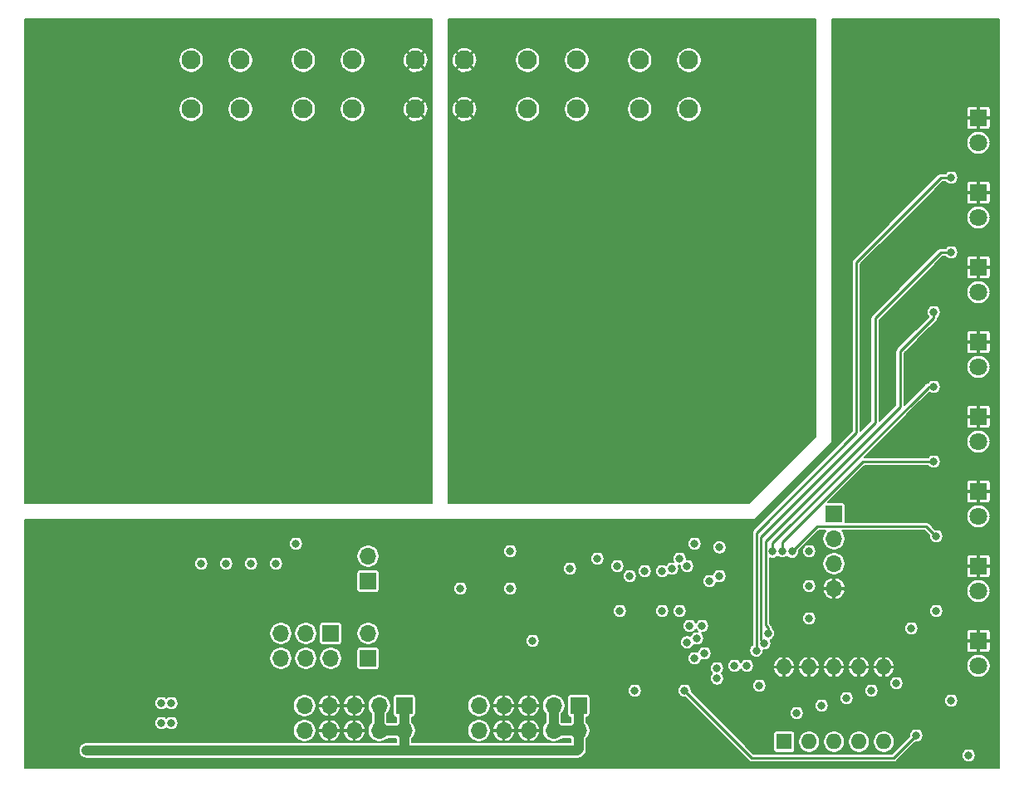
<source format=gbr>
%TF.GenerationSoftware,KiCad,Pcbnew,5.1.10-88a1d61d58~90~ubuntu20.04.1*%
%TF.CreationDate,2021-10-13T16:11:54+02:00*%
%TF.ProjectId,DI8_V1.1,4449385f-5631-42e3-912e-6b696361645f,rev?*%
%TF.SameCoordinates,Original*%
%TF.FileFunction,Copper,L3,Inr*%
%TF.FilePolarity,Positive*%
%FSLAX46Y46*%
G04 Gerber Fmt 4.6, Leading zero omitted, Abs format (unit mm)*
G04 Created by KiCad (PCBNEW 5.1.10-88a1d61d58~90~ubuntu20.04.1) date 2021-10-13 16:11:54*
%MOMM*%
%LPD*%
G01*
G04 APERTURE LIST*
%TA.AperFunction,ComponentPad*%
%ADD10O,1.700000X1.700000*%
%TD*%
%TA.AperFunction,ComponentPad*%
%ADD11R,1.700000X1.700000*%
%TD*%
%TA.AperFunction,ComponentPad*%
%ADD12O,1.600000X1.600000*%
%TD*%
%TA.AperFunction,ComponentPad*%
%ADD13R,1.600000X1.600000*%
%TD*%
%TA.AperFunction,ComponentPad*%
%ADD14C,1.950000*%
%TD*%
%TA.AperFunction,ComponentPad*%
%ADD15C,1.800000*%
%TD*%
%TA.AperFunction,ComponentPad*%
%ADD16R,1.800000X1.800000*%
%TD*%
%TA.AperFunction,ViaPad*%
%ADD17C,0.800000*%
%TD*%
%TA.AperFunction,Conductor*%
%ADD18C,0.250000*%
%TD*%
%TA.AperFunction,Conductor*%
%ADD19C,1.000000*%
%TD*%
%TA.AperFunction,Conductor*%
%ADD20C,0.127000*%
%TD*%
%TA.AperFunction,Conductor*%
%ADD21C,0.100000*%
%TD*%
G04 APERTURE END LIST*
D10*
%TO.N,GND*%
%TO.C,J1*%
X124714000Y-117856000D03*
%TO.N,SWCLK*%
X124714000Y-115316000D03*
%TO.N,SWIO*%
X124714000Y-112776000D03*
D11*
%TO.N,+3V3*%
X124714000Y-110236000D03*
%TD*%
D12*
%TO.N,GND*%
%TO.C,SW1*%
X119634000Y-125857000D03*
%TO.N,Net-(R10-Pad1)*%
X129794000Y-133477000D03*
%TO.N,GND*%
X122174000Y-125857000D03*
%TO.N,Net-(R9-Pad1)*%
X127254000Y-133477000D03*
%TO.N,GND*%
X124714000Y-125857000D03*
%TO.N,Net-(R6-Pad1)*%
X124714000Y-133477000D03*
%TO.N,GND*%
X127254000Y-125857000D03*
%TO.N,Net-(R5-Pad1)*%
X122174000Y-133477000D03*
%TO.N,GND*%
X129794000Y-125857000D03*
D13*
%TO.N,Net-(R4-Pad1)*%
X119634000Y-133477000D03*
%TD*%
D14*
%TO.N,GND2*%
%TO.C,J11*%
X87042000Y-63961000D03*
X87042000Y-68961000D03*
%TO.N,GND1*%
X82042000Y-63961000D03*
X82042000Y-68961000D03*
%TD*%
%TO.N,Net-(D40-Pad1)*%
%TO.C,J10*%
X109902000Y-63961000D03*
X109902000Y-68961000D03*
%TO.N,Net-(D39-Pad1)*%
X104902000Y-63961000D03*
X104902000Y-68961000D03*
%TD*%
%TO.N,Net-(D38-Pad1)*%
%TO.C,J9*%
X98472000Y-63961000D03*
X98472000Y-68961000D03*
%TO.N,Net-(D37-Pad1)*%
X93472000Y-63961000D03*
X93472000Y-68961000D03*
%TD*%
%TO.N,Net-(D36-Pad1)*%
%TO.C,J8*%
X75612000Y-63961000D03*
X75612000Y-68961000D03*
%TO.N,Net-(D35-Pad1)*%
X70612000Y-63961000D03*
X70612000Y-68961000D03*
%TD*%
%TO.N,Net-(D34-Pad1)*%
%TO.C,J7*%
X64182000Y-63961000D03*
X64182000Y-68961000D03*
%TO.N,Net-(D33-Pad1)*%
X59182000Y-63961000D03*
X59182000Y-68961000D03*
%TD*%
D10*
%TO.N,BUS-*%
%TO.C,J6*%
X88519000Y-132334000D03*
%TO.N,BUS+*%
X88519000Y-129794000D03*
%TO.N,GND*%
X91059000Y-132334000D03*
X91059000Y-129794000D03*
X93599000Y-132334000D03*
X93599000Y-129794000D03*
%TO.N,VCC*%
X96139000Y-132334000D03*
X96139000Y-129794000D03*
X98679000Y-132334000D03*
D11*
X98679000Y-129794000D03*
%TD*%
D10*
%TO.N,BUS-*%
%TO.C,J5*%
X70739000Y-132334000D03*
%TO.N,BUS+*%
X70739000Y-129794000D03*
%TO.N,GND*%
X73279000Y-132334000D03*
X73279000Y-129794000D03*
X75819000Y-132334000D03*
X75819000Y-129794000D03*
%TO.N,VCC*%
X78359000Y-132334000D03*
X78359000Y-129794000D03*
X80899000Y-132334000D03*
D11*
X80899000Y-129794000D03*
%TD*%
D10*
%TO.N,Net-(J4-Pad6)*%
%TO.C,J4*%
X68326000Y-124968000D03*
%TO.N,Net-(J3-Pad2)*%
X68326000Y-122428000D03*
%TO.N,BUS+*%
X70866000Y-124968000D03*
%TO.N,BUS-*%
X70866000Y-122428000D03*
%TO.N,Net-(J4-Pad2)*%
X73406000Y-124968000D03*
D11*
%TO.N,Net-(J2-Pad2)*%
X73406000Y-122428000D03*
%TD*%
D10*
%TO.N,Net-(J3-Pad2)*%
%TO.C,J3*%
X77216000Y-114554000D03*
D11*
%TO.N,Net-(J3-Pad1)*%
X77216000Y-117094000D03*
%TD*%
D10*
%TO.N,Net-(J2-Pad2)*%
%TO.C,J2*%
X77216000Y-122428000D03*
D11*
%TO.N,Net-(J2-Pad1)*%
X77216000Y-124968000D03*
%TD*%
D15*
%TO.N,Net-(D8-Pad2)*%
%TO.C,D8*%
X139446000Y-125730000D03*
D16*
%TO.N,GND*%
X139446000Y-123190000D03*
%TD*%
D15*
%TO.N,Net-(D7-Pad2)*%
%TO.C,D7*%
X139446000Y-118110000D03*
D16*
%TO.N,GND*%
X139446000Y-115570000D03*
%TD*%
D15*
%TO.N,Net-(D6-Pad2)*%
%TO.C,D6*%
X139446000Y-110490000D03*
D16*
%TO.N,GND*%
X139446000Y-107950000D03*
%TD*%
D15*
%TO.N,Net-(D5-Pad2)*%
%TO.C,D5*%
X139446000Y-102870000D03*
D16*
%TO.N,GND*%
X139446000Y-100330000D03*
%TD*%
D15*
%TO.N,Net-(D4-Pad2)*%
%TO.C,D4*%
X139446000Y-95250000D03*
D16*
%TO.N,GND*%
X139446000Y-92710000D03*
%TD*%
D15*
%TO.N,Net-(D3-Pad2)*%
%TO.C,D3*%
X139446000Y-87630000D03*
D16*
%TO.N,GND*%
X139446000Y-85090000D03*
%TD*%
D15*
%TO.N,Net-(D2-Pad2)*%
%TO.C,D2*%
X139446000Y-80010000D03*
D16*
%TO.N,GND*%
X139446000Y-77470000D03*
%TD*%
D15*
%TO.N,Net-(D1-Pad2)*%
%TO.C,D1*%
X139446000Y-72390000D03*
D16*
%TO.N,GND*%
X139446000Y-69850000D03*
%TD*%
D17*
%TO.N,GND*%
X101092000Y-118110000D03*
X106172000Y-119634000D03*
X42926000Y-135636000D03*
X53848000Y-135636000D03*
X67056000Y-135636000D03*
X81026000Y-135636000D03*
X98806000Y-135636000D03*
X115062000Y-135636000D03*
X133350000Y-134874000D03*
X140970000Y-135636000D03*
X140970000Y-127762000D03*
X140970000Y-118110000D03*
X140970000Y-110490000D03*
X140970000Y-102870000D03*
X140970000Y-95250000D03*
X140970000Y-87630000D03*
X140970000Y-80010000D03*
X140970000Y-72390000D03*
X140970000Y-60198000D03*
X125476000Y-60198000D03*
X133604000Y-60198000D03*
X125476000Y-70612000D03*
X129159000Y-104140000D03*
X129159000Y-105664000D03*
X116078000Y-111506000D03*
X109982000Y-111506000D03*
X100584000Y-111506000D03*
X92202000Y-111506000D03*
X81280000Y-111506000D03*
X70358000Y-111506000D03*
X59944000Y-111506000D03*
X48768000Y-111506000D03*
X42926000Y-111506000D03*
X42926000Y-118110000D03*
X42926000Y-127254000D03*
X67564000Y-118618000D03*
X66294000Y-121666000D03*
X87122000Y-123190000D03*
X87122000Y-124968000D03*
X87122000Y-121158000D03*
X98044000Y-121158000D03*
X100838000Y-126746000D03*
X115570000Y-131318000D03*
X115062000Y-116586000D03*
X102108000Y-129794000D03*
X113792000Y-131064000D03*
X109474000Y-124968000D03*
X106172000Y-124968000D03*
X114808000Y-120904000D03*
X87122000Y-113792000D03*
X100838000Y-124841000D03*
X123063000Y-113284000D03*
%TO.N,Net-(C3-Pad2)*%
X109474000Y-128270000D03*
X133096000Y-132842000D03*
%TO.N,+3V3*%
X56134000Y-129540000D03*
X57150000Y-129540000D03*
X57150000Y-131572000D03*
X56134000Y-131572000D03*
X93980000Y-123190000D03*
X86614000Y-117856000D03*
X104394000Y-128270000D03*
X117094000Y-127762000D03*
X113030000Y-116586000D03*
X110490000Y-113284000D03*
X69850000Y-113284000D03*
X132588000Y-121920000D03*
X103886000Y-116585992D03*
X138430000Y-134874000D03*
X113030000Y-113632990D03*
X122174000Y-114046000D03*
X122174000Y-117602000D03*
X122174000Y-120904000D03*
%TO.N,VCC*%
X48514000Y-134366000D03*
%TO.N,GND1*%
X82931000Y-108458000D03*
X71755000Y-108458000D03*
X59944000Y-108458000D03*
X51054000Y-108458000D03*
X42672000Y-108458000D03*
X42672000Y-99060000D03*
X42672000Y-89027000D03*
X42672000Y-77343000D03*
X42672000Y-60325000D03*
X59817000Y-60325000D03*
X73533000Y-60325000D03*
X82931000Y-60325000D03*
X82931000Y-74930000D03*
X82931000Y-84709000D03*
X82931000Y-92964000D03*
X74549000Y-76835000D03*
X76708000Y-74930000D03*
X74549000Y-73025000D03*
X72390000Y-74803000D03*
X68072000Y-74930000D03*
X65913000Y-73025000D03*
X63754000Y-74930000D03*
X65913000Y-76835000D03*
X59436000Y-74930000D03*
X57277000Y-73025000D03*
X57277000Y-76835000D03*
X55118000Y-74930000D03*
X50800000Y-74930000D03*
X48641000Y-73025000D03*
X46609000Y-74930000D03*
X48641000Y-76835000D03*
X53340000Y-104140000D03*
X61976000Y-104140000D03*
X70612000Y-104140000D03*
X79248000Y-104267000D03*
X47752000Y-80391000D03*
X56388000Y-80391000D03*
X65024000Y-80391000D03*
X73660000Y-80391000D03*
%TO.N,GND2*%
X86233000Y-108458000D03*
X98933000Y-108458000D03*
X110617000Y-108458000D03*
X115316000Y-108458000D03*
X121920000Y-101854000D03*
X121920000Y-90551000D03*
X121920000Y-82804000D03*
X121920000Y-76708000D03*
X114935000Y-76835000D03*
X116840000Y-74930000D03*
X114935000Y-73025000D03*
X106299000Y-73025000D03*
X108331000Y-74930000D03*
X106299000Y-76835000D03*
X99568000Y-74930000D03*
X97663000Y-73025000D03*
X97663000Y-76835000D03*
X89027000Y-76835000D03*
X91059000Y-74930000D03*
X89027000Y-73025000D03*
X121920000Y-70612000D03*
X121920000Y-60198000D03*
X107315000Y-60198000D03*
X96139000Y-60198000D03*
X86233000Y-74930000D03*
X86233000Y-84709000D03*
X86233000Y-92964000D03*
X88138000Y-80391000D03*
X96774000Y-80391000D03*
X105664000Y-80391000D03*
X114300000Y-80391000D03*
X93726000Y-104267000D03*
X102362000Y-104267000D03*
X111252000Y-104394000D03*
X119253000Y-104013000D03*
%TO.N,SWCLK*%
X102870000Y-120142000D03*
%TO.N,SWIO*%
X107188000Y-120141988D03*
%TO.N,Net-(R4-Pad1)*%
X110490000Y-124968000D03*
X120904000Y-130556000D03*
%TO.N,Net-(R5-Pad1)*%
X112776000Y-127009306D03*
X123444000Y-129794000D03*
%TO.N,Net-(R6-Pad1)*%
X112776000Y-125984000D03*
X125984000Y-129032000D03*
%TO.N,Net-(R9-Pad1)*%
X114554000Y-125730000D03*
X128524000Y-128270000D03*
%TO.N,Net-(R10-Pad1)*%
X115824000Y-125730000D03*
X131064000Y-127508000D03*
%TO.N,CH1*%
X111506000Y-124460000D03*
X60198000Y-115316000D03*
X116812000Y-124178000D03*
X136652000Y-75946000D03*
%TO.N,CH2*%
X109728000Y-123335001D03*
X62738000Y-115316000D03*
X117602000Y-123444000D03*
X136652000Y-83566000D03*
%TO.N,CH3*%
X110744000Y-122936000D03*
X65278000Y-115316000D03*
X117987010Y-122428000D03*
X134874000Y-89662000D03*
%TO.N,CH4*%
X109728000Y-115570000D03*
X67818000Y-115316000D03*
X134874000Y-97282000D03*
X118437020Y-114083000D03*
%TO.N,CH5*%
X100584000Y-114808000D03*
X108966000Y-114808000D03*
X119436253Y-114043793D03*
X134874000Y-104902000D03*
%TO.N,CH6*%
X108204000Y-115824000D03*
X120435486Y-114083000D03*
X135128000Y-112522000D03*
X102616000Y-115570000D03*
%TO.N,CH7*%
X107188000Y-116078000D03*
X105410000Y-116078000D03*
X135128000Y-120142000D03*
%TO.N,CH8*%
X108966000Y-120142000D03*
X136652000Y-129286000D03*
%TO.N,TXD*%
X111252000Y-121666000D03*
X91694000Y-114046000D03*
%TO.N,DIR*%
X112014000Y-117094000D03*
X97790000Y-115824000D03*
%TO.N,RXD*%
X109982000Y-121666000D03*
X91694000Y-117856000D03*
%TD*%
D18*
%TO.N,Net-(C3-Pad2)*%
X109474000Y-128270000D02*
X116332000Y-135128000D01*
X130810000Y-135128000D02*
X133096000Y-132842000D01*
X116332000Y-135128000D02*
X130810000Y-135128000D01*
D19*
%TO.N,VCC*%
X98679000Y-129794000D02*
X98679000Y-132334000D01*
X98679000Y-132334000D02*
X98679000Y-134239000D01*
X98679000Y-134239000D02*
X98552000Y-134366000D01*
X96139000Y-129794000D02*
X96139000Y-132334000D01*
X98679000Y-132334000D02*
X96139000Y-132334000D01*
X80899000Y-134239000D02*
X80772000Y-134366000D01*
X80899000Y-129794000D02*
X80899000Y-134239000D01*
X80772000Y-134366000D02*
X48514000Y-134366000D01*
X98552000Y-134366000D02*
X80772000Y-134366000D01*
X78359000Y-129794000D02*
X78359000Y-132334000D01*
X78359000Y-132334000D02*
X80899000Y-132334000D01*
D18*
%TO.N,CH1*%
X136086315Y-75946000D02*
X136652000Y-75946000D01*
X135636000Y-75946000D02*
X136086315Y-75946000D01*
X127000000Y-84582000D02*
X135636000Y-75946000D01*
X127000000Y-101981000D02*
X127000000Y-84582000D01*
X116812000Y-112169000D02*
X127000000Y-101981000D01*
X116812000Y-124178000D02*
X116812000Y-112169000D01*
%TO.N,CH2*%
X136086315Y-83566000D02*
X136652000Y-83566000D01*
X135636000Y-83566000D02*
X136086315Y-83566000D01*
X128905000Y-90297000D02*
X135636000Y-83566000D01*
X128905000Y-100965000D02*
X128905000Y-90297000D01*
X117262010Y-112607990D02*
X128905000Y-100965000D01*
X117262010Y-123104010D02*
X117262010Y-112607990D01*
X117602000Y-123444000D02*
X117262010Y-123104010D01*
%TO.N,CH3*%
X131445000Y-93656685D02*
X134874000Y-90227685D01*
X134874000Y-90227685D02*
X134874000Y-89662000D01*
X131445000Y-99314000D02*
X131445000Y-93656685D01*
X117712020Y-113046980D02*
X131445000Y-99314000D01*
X117987010Y-121862315D02*
X117712020Y-121587325D01*
X117712020Y-121587325D02*
X117712020Y-113046980D01*
X117987010Y-122428000D02*
X117987010Y-121862315D01*
%TO.N,CH4*%
X134308315Y-97282000D02*
X134874000Y-97282000D01*
X134308315Y-97339685D02*
X134308315Y-97282000D01*
X118437020Y-113210980D02*
X134308315Y-97339685D01*
X118437020Y-114083000D02*
X118437020Y-113210980D01*
%TO.N,CH5*%
X127635000Y-104902000D02*
X134874000Y-104902000D01*
X119436253Y-113100747D02*
X127635000Y-104902000D01*
X119436253Y-114043793D02*
X119436253Y-113100747D01*
%TO.N,CH6*%
X120435486Y-114083000D02*
X122504486Y-112014000D01*
X122504486Y-112014000D02*
X123012486Y-111506000D01*
X134112000Y-111506000D02*
X135128000Y-112522000D01*
X123012486Y-111506000D02*
X134112000Y-111506000D01*
%TD*%
D20*
%TO.N,GND1*%
X83756500Y-109156500D02*
X42240500Y-109156500D01*
X42240500Y-68833700D01*
X57889500Y-68833700D01*
X57889500Y-69088300D01*
X57939170Y-69338008D01*
X58036601Y-69573228D01*
X58178050Y-69784921D01*
X58358079Y-69964950D01*
X58569772Y-70106399D01*
X58804992Y-70203830D01*
X59054700Y-70253500D01*
X59309300Y-70253500D01*
X59559008Y-70203830D01*
X59794228Y-70106399D01*
X60005921Y-69964950D01*
X60185950Y-69784921D01*
X60327399Y-69573228D01*
X60424830Y-69338008D01*
X60474500Y-69088300D01*
X60474500Y-68833700D01*
X62889500Y-68833700D01*
X62889500Y-69088300D01*
X62939170Y-69338008D01*
X63036601Y-69573228D01*
X63178050Y-69784921D01*
X63358079Y-69964950D01*
X63569772Y-70106399D01*
X63804992Y-70203830D01*
X64054700Y-70253500D01*
X64309300Y-70253500D01*
X64559008Y-70203830D01*
X64794228Y-70106399D01*
X65005921Y-69964950D01*
X65185950Y-69784921D01*
X65327399Y-69573228D01*
X65424830Y-69338008D01*
X65474500Y-69088300D01*
X65474500Y-68833700D01*
X69319500Y-68833700D01*
X69319500Y-69088300D01*
X69369170Y-69338008D01*
X69466601Y-69573228D01*
X69608050Y-69784921D01*
X69788079Y-69964950D01*
X69999772Y-70106399D01*
X70234992Y-70203830D01*
X70484700Y-70253500D01*
X70739300Y-70253500D01*
X70989008Y-70203830D01*
X71224228Y-70106399D01*
X71435921Y-69964950D01*
X71615950Y-69784921D01*
X71757399Y-69573228D01*
X71854830Y-69338008D01*
X71904500Y-69088300D01*
X71904500Y-68833700D01*
X74319500Y-68833700D01*
X74319500Y-69088300D01*
X74369170Y-69338008D01*
X74466601Y-69573228D01*
X74608050Y-69784921D01*
X74788079Y-69964950D01*
X74999772Y-70106399D01*
X75234992Y-70203830D01*
X75484700Y-70253500D01*
X75739300Y-70253500D01*
X75989008Y-70203830D01*
X76224228Y-70106399D01*
X76435921Y-69964950D01*
X76533909Y-69866962D01*
X81225840Y-69866962D01*
X81330897Y-70047782D01*
X81556580Y-70165629D01*
X81800919Y-70237183D01*
X82054522Y-70259694D01*
X82307644Y-70232297D01*
X82550558Y-70156045D01*
X82753103Y-70047782D01*
X82858160Y-69866962D01*
X82042000Y-69050803D01*
X81225840Y-69866962D01*
X76533909Y-69866962D01*
X76615950Y-69784921D01*
X76757399Y-69573228D01*
X76854830Y-69338008D01*
X76904500Y-69088300D01*
X76904500Y-68973522D01*
X80743306Y-68973522D01*
X80770703Y-69226644D01*
X80846955Y-69469558D01*
X80955218Y-69672103D01*
X81136038Y-69777160D01*
X81952197Y-68961000D01*
X82131803Y-68961000D01*
X82947962Y-69777160D01*
X83128782Y-69672103D01*
X83246629Y-69446420D01*
X83318183Y-69202081D01*
X83340694Y-68948478D01*
X83313297Y-68695356D01*
X83237045Y-68452442D01*
X83128782Y-68249897D01*
X82947962Y-68144840D01*
X82131803Y-68961000D01*
X81952197Y-68961000D01*
X81136038Y-68144840D01*
X80955218Y-68249897D01*
X80837371Y-68475580D01*
X80765817Y-68719919D01*
X80743306Y-68973522D01*
X76904500Y-68973522D01*
X76904500Y-68833700D01*
X76854830Y-68583992D01*
X76757399Y-68348772D01*
X76615950Y-68137079D01*
X76533909Y-68055038D01*
X81225840Y-68055038D01*
X82042000Y-68871197D01*
X82858160Y-68055038D01*
X82753103Y-67874218D01*
X82527420Y-67756371D01*
X82283081Y-67684817D01*
X82029478Y-67662306D01*
X81776356Y-67689703D01*
X81533442Y-67765955D01*
X81330897Y-67874218D01*
X81225840Y-68055038D01*
X76533909Y-68055038D01*
X76435921Y-67957050D01*
X76224228Y-67815601D01*
X75989008Y-67718170D01*
X75739300Y-67668500D01*
X75484700Y-67668500D01*
X75234992Y-67718170D01*
X74999772Y-67815601D01*
X74788079Y-67957050D01*
X74608050Y-68137079D01*
X74466601Y-68348772D01*
X74369170Y-68583992D01*
X74319500Y-68833700D01*
X71904500Y-68833700D01*
X71854830Y-68583992D01*
X71757399Y-68348772D01*
X71615950Y-68137079D01*
X71435921Y-67957050D01*
X71224228Y-67815601D01*
X70989008Y-67718170D01*
X70739300Y-67668500D01*
X70484700Y-67668500D01*
X70234992Y-67718170D01*
X69999772Y-67815601D01*
X69788079Y-67957050D01*
X69608050Y-68137079D01*
X69466601Y-68348772D01*
X69369170Y-68583992D01*
X69319500Y-68833700D01*
X65474500Y-68833700D01*
X65424830Y-68583992D01*
X65327399Y-68348772D01*
X65185950Y-68137079D01*
X65005921Y-67957050D01*
X64794228Y-67815601D01*
X64559008Y-67718170D01*
X64309300Y-67668500D01*
X64054700Y-67668500D01*
X63804992Y-67718170D01*
X63569772Y-67815601D01*
X63358079Y-67957050D01*
X63178050Y-68137079D01*
X63036601Y-68348772D01*
X62939170Y-68583992D01*
X62889500Y-68833700D01*
X60474500Y-68833700D01*
X60424830Y-68583992D01*
X60327399Y-68348772D01*
X60185950Y-68137079D01*
X60005921Y-67957050D01*
X59794228Y-67815601D01*
X59559008Y-67718170D01*
X59309300Y-67668500D01*
X59054700Y-67668500D01*
X58804992Y-67718170D01*
X58569772Y-67815601D01*
X58358079Y-67957050D01*
X58178050Y-68137079D01*
X58036601Y-68348772D01*
X57939170Y-68583992D01*
X57889500Y-68833700D01*
X42240500Y-68833700D01*
X42240500Y-63833700D01*
X57889500Y-63833700D01*
X57889500Y-64088300D01*
X57939170Y-64338008D01*
X58036601Y-64573228D01*
X58178050Y-64784921D01*
X58358079Y-64964950D01*
X58569772Y-65106399D01*
X58804992Y-65203830D01*
X59054700Y-65253500D01*
X59309300Y-65253500D01*
X59559008Y-65203830D01*
X59794228Y-65106399D01*
X60005921Y-64964950D01*
X60185950Y-64784921D01*
X60327399Y-64573228D01*
X60424830Y-64338008D01*
X60474500Y-64088300D01*
X60474500Y-63833700D01*
X62889500Y-63833700D01*
X62889500Y-64088300D01*
X62939170Y-64338008D01*
X63036601Y-64573228D01*
X63178050Y-64784921D01*
X63358079Y-64964950D01*
X63569772Y-65106399D01*
X63804992Y-65203830D01*
X64054700Y-65253500D01*
X64309300Y-65253500D01*
X64559008Y-65203830D01*
X64794228Y-65106399D01*
X65005921Y-64964950D01*
X65185950Y-64784921D01*
X65327399Y-64573228D01*
X65424830Y-64338008D01*
X65474500Y-64088300D01*
X65474500Y-63833700D01*
X69319500Y-63833700D01*
X69319500Y-64088300D01*
X69369170Y-64338008D01*
X69466601Y-64573228D01*
X69608050Y-64784921D01*
X69788079Y-64964950D01*
X69999772Y-65106399D01*
X70234992Y-65203830D01*
X70484700Y-65253500D01*
X70739300Y-65253500D01*
X70989008Y-65203830D01*
X71224228Y-65106399D01*
X71435921Y-64964950D01*
X71615950Y-64784921D01*
X71757399Y-64573228D01*
X71854830Y-64338008D01*
X71904500Y-64088300D01*
X71904500Y-63833700D01*
X74319500Y-63833700D01*
X74319500Y-64088300D01*
X74369170Y-64338008D01*
X74466601Y-64573228D01*
X74608050Y-64784921D01*
X74788079Y-64964950D01*
X74999772Y-65106399D01*
X75234992Y-65203830D01*
X75484700Y-65253500D01*
X75739300Y-65253500D01*
X75989008Y-65203830D01*
X76224228Y-65106399D01*
X76435921Y-64964950D01*
X76533909Y-64866962D01*
X81225840Y-64866962D01*
X81330897Y-65047782D01*
X81556580Y-65165629D01*
X81800919Y-65237183D01*
X82054522Y-65259694D01*
X82307644Y-65232297D01*
X82550558Y-65156045D01*
X82753103Y-65047782D01*
X82858160Y-64866962D01*
X82042000Y-64050803D01*
X81225840Y-64866962D01*
X76533909Y-64866962D01*
X76615950Y-64784921D01*
X76757399Y-64573228D01*
X76854830Y-64338008D01*
X76904500Y-64088300D01*
X76904500Y-63973522D01*
X80743306Y-63973522D01*
X80770703Y-64226644D01*
X80846955Y-64469558D01*
X80955218Y-64672103D01*
X81136038Y-64777160D01*
X81952197Y-63961000D01*
X82131803Y-63961000D01*
X82947962Y-64777160D01*
X83128782Y-64672103D01*
X83246629Y-64446420D01*
X83318183Y-64202081D01*
X83340694Y-63948478D01*
X83313297Y-63695356D01*
X83237045Y-63452442D01*
X83128782Y-63249897D01*
X82947962Y-63144840D01*
X82131803Y-63961000D01*
X81952197Y-63961000D01*
X81136038Y-63144840D01*
X80955218Y-63249897D01*
X80837371Y-63475580D01*
X80765817Y-63719919D01*
X80743306Y-63973522D01*
X76904500Y-63973522D01*
X76904500Y-63833700D01*
X76854830Y-63583992D01*
X76757399Y-63348772D01*
X76615950Y-63137079D01*
X76533909Y-63055038D01*
X81225840Y-63055038D01*
X82042000Y-63871197D01*
X82858160Y-63055038D01*
X82753103Y-62874218D01*
X82527420Y-62756371D01*
X82283081Y-62684817D01*
X82029478Y-62662306D01*
X81776356Y-62689703D01*
X81533442Y-62765955D01*
X81330897Y-62874218D01*
X81225840Y-63055038D01*
X76533909Y-63055038D01*
X76435921Y-62957050D01*
X76224228Y-62815601D01*
X75989008Y-62718170D01*
X75739300Y-62668500D01*
X75484700Y-62668500D01*
X75234992Y-62718170D01*
X74999772Y-62815601D01*
X74788079Y-62957050D01*
X74608050Y-63137079D01*
X74466601Y-63348772D01*
X74369170Y-63583992D01*
X74319500Y-63833700D01*
X71904500Y-63833700D01*
X71854830Y-63583992D01*
X71757399Y-63348772D01*
X71615950Y-63137079D01*
X71435921Y-62957050D01*
X71224228Y-62815601D01*
X70989008Y-62718170D01*
X70739300Y-62668500D01*
X70484700Y-62668500D01*
X70234992Y-62718170D01*
X69999772Y-62815601D01*
X69788079Y-62957050D01*
X69608050Y-63137079D01*
X69466601Y-63348772D01*
X69369170Y-63583992D01*
X69319500Y-63833700D01*
X65474500Y-63833700D01*
X65424830Y-63583992D01*
X65327399Y-63348772D01*
X65185950Y-63137079D01*
X65005921Y-62957050D01*
X64794228Y-62815601D01*
X64559008Y-62718170D01*
X64309300Y-62668500D01*
X64054700Y-62668500D01*
X63804992Y-62718170D01*
X63569772Y-62815601D01*
X63358079Y-62957050D01*
X63178050Y-63137079D01*
X63036601Y-63348772D01*
X62939170Y-63583992D01*
X62889500Y-63833700D01*
X60474500Y-63833700D01*
X60424830Y-63583992D01*
X60327399Y-63348772D01*
X60185950Y-63137079D01*
X60005921Y-62957050D01*
X59794228Y-62815601D01*
X59559008Y-62718170D01*
X59309300Y-62668500D01*
X59054700Y-62668500D01*
X58804992Y-62718170D01*
X58569772Y-62815601D01*
X58358079Y-62957050D01*
X58178050Y-63137079D01*
X58036601Y-63348772D01*
X57939170Y-63583992D01*
X57889500Y-63833700D01*
X42240500Y-63833700D01*
X42240500Y-59802500D01*
X83756500Y-59802500D01*
X83756500Y-109156500D01*
%TA.AperFunction,Conductor*%
D21*
G36*
X83756500Y-109156500D02*
G01*
X42240500Y-109156500D01*
X42240500Y-68833700D01*
X57889500Y-68833700D01*
X57889500Y-69088300D01*
X57939170Y-69338008D01*
X58036601Y-69573228D01*
X58178050Y-69784921D01*
X58358079Y-69964950D01*
X58569772Y-70106399D01*
X58804992Y-70203830D01*
X59054700Y-70253500D01*
X59309300Y-70253500D01*
X59559008Y-70203830D01*
X59794228Y-70106399D01*
X60005921Y-69964950D01*
X60185950Y-69784921D01*
X60327399Y-69573228D01*
X60424830Y-69338008D01*
X60474500Y-69088300D01*
X60474500Y-68833700D01*
X62889500Y-68833700D01*
X62889500Y-69088300D01*
X62939170Y-69338008D01*
X63036601Y-69573228D01*
X63178050Y-69784921D01*
X63358079Y-69964950D01*
X63569772Y-70106399D01*
X63804992Y-70203830D01*
X64054700Y-70253500D01*
X64309300Y-70253500D01*
X64559008Y-70203830D01*
X64794228Y-70106399D01*
X65005921Y-69964950D01*
X65185950Y-69784921D01*
X65327399Y-69573228D01*
X65424830Y-69338008D01*
X65474500Y-69088300D01*
X65474500Y-68833700D01*
X69319500Y-68833700D01*
X69319500Y-69088300D01*
X69369170Y-69338008D01*
X69466601Y-69573228D01*
X69608050Y-69784921D01*
X69788079Y-69964950D01*
X69999772Y-70106399D01*
X70234992Y-70203830D01*
X70484700Y-70253500D01*
X70739300Y-70253500D01*
X70989008Y-70203830D01*
X71224228Y-70106399D01*
X71435921Y-69964950D01*
X71615950Y-69784921D01*
X71757399Y-69573228D01*
X71854830Y-69338008D01*
X71904500Y-69088300D01*
X71904500Y-68833700D01*
X74319500Y-68833700D01*
X74319500Y-69088300D01*
X74369170Y-69338008D01*
X74466601Y-69573228D01*
X74608050Y-69784921D01*
X74788079Y-69964950D01*
X74999772Y-70106399D01*
X75234992Y-70203830D01*
X75484700Y-70253500D01*
X75739300Y-70253500D01*
X75989008Y-70203830D01*
X76224228Y-70106399D01*
X76435921Y-69964950D01*
X76533909Y-69866962D01*
X81225840Y-69866962D01*
X81330897Y-70047782D01*
X81556580Y-70165629D01*
X81800919Y-70237183D01*
X82054522Y-70259694D01*
X82307644Y-70232297D01*
X82550558Y-70156045D01*
X82753103Y-70047782D01*
X82858160Y-69866962D01*
X82042000Y-69050803D01*
X81225840Y-69866962D01*
X76533909Y-69866962D01*
X76615950Y-69784921D01*
X76757399Y-69573228D01*
X76854830Y-69338008D01*
X76904500Y-69088300D01*
X76904500Y-68973522D01*
X80743306Y-68973522D01*
X80770703Y-69226644D01*
X80846955Y-69469558D01*
X80955218Y-69672103D01*
X81136038Y-69777160D01*
X81952197Y-68961000D01*
X82131803Y-68961000D01*
X82947962Y-69777160D01*
X83128782Y-69672103D01*
X83246629Y-69446420D01*
X83318183Y-69202081D01*
X83340694Y-68948478D01*
X83313297Y-68695356D01*
X83237045Y-68452442D01*
X83128782Y-68249897D01*
X82947962Y-68144840D01*
X82131803Y-68961000D01*
X81952197Y-68961000D01*
X81136038Y-68144840D01*
X80955218Y-68249897D01*
X80837371Y-68475580D01*
X80765817Y-68719919D01*
X80743306Y-68973522D01*
X76904500Y-68973522D01*
X76904500Y-68833700D01*
X76854830Y-68583992D01*
X76757399Y-68348772D01*
X76615950Y-68137079D01*
X76533909Y-68055038D01*
X81225840Y-68055038D01*
X82042000Y-68871197D01*
X82858160Y-68055038D01*
X82753103Y-67874218D01*
X82527420Y-67756371D01*
X82283081Y-67684817D01*
X82029478Y-67662306D01*
X81776356Y-67689703D01*
X81533442Y-67765955D01*
X81330897Y-67874218D01*
X81225840Y-68055038D01*
X76533909Y-68055038D01*
X76435921Y-67957050D01*
X76224228Y-67815601D01*
X75989008Y-67718170D01*
X75739300Y-67668500D01*
X75484700Y-67668500D01*
X75234992Y-67718170D01*
X74999772Y-67815601D01*
X74788079Y-67957050D01*
X74608050Y-68137079D01*
X74466601Y-68348772D01*
X74369170Y-68583992D01*
X74319500Y-68833700D01*
X71904500Y-68833700D01*
X71854830Y-68583992D01*
X71757399Y-68348772D01*
X71615950Y-68137079D01*
X71435921Y-67957050D01*
X71224228Y-67815601D01*
X70989008Y-67718170D01*
X70739300Y-67668500D01*
X70484700Y-67668500D01*
X70234992Y-67718170D01*
X69999772Y-67815601D01*
X69788079Y-67957050D01*
X69608050Y-68137079D01*
X69466601Y-68348772D01*
X69369170Y-68583992D01*
X69319500Y-68833700D01*
X65474500Y-68833700D01*
X65424830Y-68583992D01*
X65327399Y-68348772D01*
X65185950Y-68137079D01*
X65005921Y-67957050D01*
X64794228Y-67815601D01*
X64559008Y-67718170D01*
X64309300Y-67668500D01*
X64054700Y-67668500D01*
X63804992Y-67718170D01*
X63569772Y-67815601D01*
X63358079Y-67957050D01*
X63178050Y-68137079D01*
X63036601Y-68348772D01*
X62939170Y-68583992D01*
X62889500Y-68833700D01*
X60474500Y-68833700D01*
X60424830Y-68583992D01*
X60327399Y-68348772D01*
X60185950Y-68137079D01*
X60005921Y-67957050D01*
X59794228Y-67815601D01*
X59559008Y-67718170D01*
X59309300Y-67668500D01*
X59054700Y-67668500D01*
X58804992Y-67718170D01*
X58569772Y-67815601D01*
X58358079Y-67957050D01*
X58178050Y-68137079D01*
X58036601Y-68348772D01*
X57939170Y-68583992D01*
X57889500Y-68833700D01*
X42240500Y-68833700D01*
X42240500Y-63833700D01*
X57889500Y-63833700D01*
X57889500Y-64088300D01*
X57939170Y-64338008D01*
X58036601Y-64573228D01*
X58178050Y-64784921D01*
X58358079Y-64964950D01*
X58569772Y-65106399D01*
X58804992Y-65203830D01*
X59054700Y-65253500D01*
X59309300Y-65253500D01*
X59559008Y-65203830D01*
X59794228Y-65106399D01*
X60005921Y-64964950D01*
X60185950Y-64784921D01*
X60327399Y-64573228D01*
X60424830Y-64338008D01*
X60474500Y-64088300D01*
X60474500Y-63833700D01*
X62889500Y-63833700D01*
X62889500Y-64088300D01*
X62939170Y-64338008D01*
X63036601Y-64573228D01*
X63178050Y-64784921D01*
X63358079Y-64964950D01*
X63569772Y-65106399D01*
X63804992Y-65203830D01*
X64054700Y-65253500D01*
X64309300Y-65253500D01*
X64559008Y-65203830D01*
X64794228Y-65106399D01*
X65005921Y-64964950D01*
X65185950Y-64784921D01*
X65327399Y-64573228D01*
X65424830Y-64338008D01*
X65474500Y-64088300D01*
X65474500Y-63833700D01*
X69319500Y-63833700D01*
X69319500Y-64088300D01*
X69369170Y-64338008D01*
X69466601Y-64573228D01*
X69608050Y-64784921D01*
X69788079Y-64964950D01*
X69999772Y-65106399D01*
X70234992Y-65203830D01*
X70484700Y-65253500D01*
X70739300Y-65253500D01*
X70989008Y-65203830D01*
X71224228Y-65106399D01*
X71435921Y-64964950D01*
X71615950Y-64784921D01*
X71757399Y-64573228D01*
X71854830Y-64338008D01*
X71904500Y-64088300D01*
X71904500Y-63833700D01*
X74319500Y-63833700D01*
X74319500Y-64088300D01*
X74369170Y-64338008D01*
X74466601Y-64573228D01*
X74608050Y-64784921D01*
X74788079Y-64964950D01*
X74999772Y-65106399D01*
X75234992Y-65203830D01*
X75484700Y-65253500D01*
X75739300Y-65253500D01*
X75989008Y-65203830D01*
X76224228Y-65106399D01*
X76435921Y-64964950D01*
X76533909Y-64866962D01*
X81225840Y-64866962D01*
X81330897Y-65047782D01*
X81556580Y-65165629D01*
X81800919Y-65237183D01*
X82054522Y-65259694D01*
X82307644Y-65232297D01*
X82550558Y-65156045D01*
X82753103Y-65047782D01*
X82858160Y-64866962D01*
X82042000Y-64050803D01*
X81225840Y-64866962D01*
X76533909Y-64866962D01*
X76615950Y-64784921D01*
X76757399Y-64573228D01*
X76854830Y-64338008D01*
X76904500Y-64088300D01*
X76904500Y-63973522D01*
X80743306Y-63973522D01*
X80770703Y-64226644D01*
X80846955Y-64469558D01*
X80955218Y-64672103D01*
X81136038Y-64777160D01*
X81952197Y-63961000D01*
X82131803Y-63961000D01*
X82947962Y-64777160D01*
X83128782Y-64672103D01*
X83246629Y-64446420D01*
X83318183Y-64202081D01*
X83340694Y-63948478D01*
X83313297Y-63695356D01*
X83237045Y-63452442D01*
X83128782Y-63249897D01*
X82947962Y-63144840D01*
X82131803Y-63961000D01*
X81952197Y-63961000D01*
X81136038Y-63144840D01*
X80955218Y-63249897D01*
X80837371Y-63475580D01*
X80765817Y-63719919D01*
X80743306Y-63973522D01*
X76904500Y-63973522D01*
X76904500Y-63833700D01*
X76854830Y-63583992D01*
X76757399Y-63348772D01*
X76615950Y-63137079D01*
X76533909Y-63055038D01*
X81225840Y-63055038D01*
X82042000Y-63871197D01*
X82858160Y-63055038D01*
X82753103Y-62874218D01*
X82527420Y-62756371D01*
X82283081Y-62684817D01*
X82029478Y-62662306D01*
X81776356Y-62689703D01*
X81533442Y-62765955D01*
X81330897Y-62874218D01*
X81225840Y-63055038D01*
X76533909Y-63055038D01*
X76435921Y-62957050D01*
X76224228Y-62815601D01*
X75989008Y-62718170D01*
X75739300Y-62668500D01*
X75484700Y-62668500D01*
X75234992Y-62718170D01*
X74999772Y-62815601D01*
X74788079Y-62957050D01*
X74608050Y-63137079D01*
X74466601Y-63348772D01*
X74369170Y-63583992D01*
X74319500Y-63833700D01*
X71904500Y-63833700D01*
X71854830Y-63583992D01*
X71757399Y-63348772D01*
X71615950Y-63137079D01*
X71435921Y-62957050D01*
X71224228Y-62815601D01*
X70989008Y-62718170D01*
X70739300Y-62668500D01*
X70484700Y-62668500D01*
X70234992Y-62718170D01*
X69999772Y-62815601D01*
X69788079Y-62957050D01*
X69608050Y-63137079D01*
X69466601Y-63348772D01*
X69369170Y-63583992D01*
X69319500Y-63833700D01*
X65474500Y-63833700D01*
X65424830Y-63583992D01*
X65327399Y-63348772D01*
X65185950Y-63137079D01*
X65005921Y-62957050D01*
X64794228Y-62815601D01*
X64559008Y-62718170D01*
X64309300Y-62668500D01*
X64054700Y-62668500D01*
X63804992Y-62718170D01*
X63569772Y-62815601D01*
X63358079Y-62957050D01*
X63178050Y-63137079D01*
X63036601Y-63348772D01*
X62939170Y-63583992D01*
X62889500Y-63833700D01*
X60474500Y-63833700D01*
X60424830Y-63583992D01*
X60327399Y-63348772D01*
X60185950Y-63137079D01*
X60005921Y-62957050D01*
X59794228Y-62815601D01*
X59559008Y-62718170D01*
X59309300Y-62668500D01*
X59054700Y-62668500D01*
X58804992Y-62718170D01*
X58569772Y-62815601D01*
X58358079Y-62957050D01*
X58178050Y-63137079D01*
X58036601Y-63348772D01*
X57939170Y-63583992D01*
X57889500Y-63833700D01*
X42240500Y-63833700D01*
X42240500Y-59802500D01*
X83756500Y-59802500D01*
X83756500Y-109156500D01*
G37*
%TD.AperFunction*%
%TD*%
D20*
%TO.N,GND2*%
X122872500Y-102335698D02*
X116051698Y-109156500D01*
X85407500Y-109156500D01*
X85407500Y-69866962D01*
X86225840Y-69866962D01*
X86330897Y-70047782D01*
X86556580Y-70165629D01*
X86800919Y-70237183D01*
X87054522Y-70259694D01*
X87307644Y-70232297D01*
X87550558Y-70156045D01*
X87753103Y-70047782D01*
X87858160Y-69866962D01*
X87042000Y-69050803D01*
X86225840Y-69866962D01*
X85407500Y-69866962D01*
X85407500Y-68973522D01*
X85743306Y-68973522D01*
X85770703Y-69226644D01*
X85846955Y-69469558D01*
X85955218Y-69672103D01*
X86136038Y-69777160D01*
X86952197Y-68961000D01*
X87131803Y-68961000D01*
X87947962Y-69777160D01*
X88128782Y-69672103D01*
X88246629Y-69446420D01*
X88318183Y-69202081D01*
X88340694Y-68948478D01*
X88328271Y-68833700D01*
X92179500Y-68833700D01*
X92179500Y-69088300D01*
X92229170Y-69338008D01*
X92326601Y-69573228D01*
X92468050Y-69784921D01*
X92648079Y-69964950D01*
X92859772Y-70106399D01*
X93094992Y-70203830D01*
X93344700Y-70253500D01*
X93599300Y-70253500D01*
X93849008Y-70203830D01*
X94084228Y-70106399D01*
X94295921Y-69964950D01*
X94475950Y-69784921D01*
X94617399Y-69573228D01*
X94714830Y-69338008D01*
X94764500Y-69088300D01*
X94764500Y-68833700D01*
X97179500Y-68833700D01*
X97179500Y-69088300D01*
X97229170Y-69338008D01*
X97326601Y-69573228D01*
X97468050Y-69784921D01*
X97648079Y-69964950D01*
X97859772Y-70106399D01*
X98094992Y-70203830D01*
X98344700Y-70253500D01*
X98599300Y-70253500D01*
X98849008Y-70203830D01*
X99084228Y-70106399D01*
X99295921Y-69964950D01*
X99475950Y-69784921D01*
X99617399Y-69573228D01*
X99714830Y-69338008D01*
X99764500Y-69088300D01*
X99764500Y-68833700D01*
X103609500Y-68833700D01*
X103609500Y-69088300D01*
X103659170Y-69338008D01*
X103756601Y-69573228D01*
X103898050Y-69784921D01*
X104078079Y-69964950D01*
X104289772Y-70106399D01*
X104524992Y-70203830D01*
X104774700Y-70253500D01*
X105029300Y-70253500D01*
X105279008Y-70203830D01*
X105514228Y-70106399D01*
X105725921Y-69964950D01*
X105905950Y-69784921D01*
X106047399Y-69573228D01*
X106144830Y-69338008D01*
X106194500Y-69088300D01*
X106194500Y-68833700D01*
X108609500Y-68833700D01*
X108609500Y-69088300D01*
X108659170Y-69338008D01*
X108756601Y-69573228D01*
X108898050Y-69784921D01*
X109078079Y-69964950D01*
X109289772Y-70106399D01*
X109524992Y-70203830D01*
X109774700Y-70253500D01*
X110029300Y-70253500D01*
X110279008Y-70203830D01*
X110514228Y-70106399D01*
X110725921Y-69964950D01*
X110905950Y-69784921D01*
X111047399Y-69573228D01*
X111144830Y-69338008D01*
X111194500Y-69088300D01*
X111194500Y-68833700D01*
X111144830Y-68583992D01*
X111047399Y-68348772D01*
X110905950Y-68137079D01*
X110725921Y-67957050D01*
X110514228Y-67815601D01*
X110279008Y-67718170D01*
X110029300Y-67668500D01*
X109774700Y-67668500D01*
X109524992Y-67718170D01*
X109289772Y-67815601D01*
X109078079Y-67957050D01*
X108898050Y-68137079D01*
X108756601Y-68348772D01*
X108659170Y-68583992D01*
X108609500Y-68833700D01*
X106194500Y-68833700D01*
X106144830Y-68583992D01*
X106047399Y-68348772D01*
X105905950Y-68137079D01*
X105725921Y-67957050D01*
X105514228Y-67815601D01*
X105279008Y-67718170D01*
X105029300Y-67668500D01*
X104774700Y-67668500D01*
X104524992Y-67718170D01*
X104289772Y-67815601D01*
X104078079Y-67957050D01*
X103898050Y-68137079D01*
X103756601Y-68348772D01*
X103659170Y-68583992D01*
X103609500Y-68833700D01*
X99764500Y-68833700D01*
X99714830Y-68583992D01*
X99617399Y-68348772D01*
X99475950Y-68137079D01*
X99295921Y-67957050D01*
X99084228Y-67815601D01*
X98849008Y-67718170D01*
X98599300Y-67668500D01*
X98344700Y-67668500D01*
X98094992Y-67718170D01*
X97859772Y-67815601D01*
X97648079Y-67957050D01*
X97468050Y-68137079D01*
X97326601Y-68348772D01*
X97229170Y-68583992D01*
X97179500Y-68833700D01*
X94764500Y-68833700D01*
X94714830Y-68583992D01*
X94617399Y-68348772D01*
X94475950Y-68137079D01*
X94295921Y-67957050D01*
X94084228Y-67815601D01*
X93849008Y-67718170D01*
X93599300Y-67668500D01*
X93344700Y-67668500D01*
X93094992Y-67718170D01*
X92859772Y-67815601D01*
X92648079Y-67957050D01*
X92468050Y-68137079D01*
X92326601Y-68348772D01*
X92229170Y-68583992D01*
X92179500Y-68833700D01*
X88328271Y-68833700D01*
X88313297Y-68695356D01*
X88237045Y-68452442D01*
X88128782Y-68249897D01*
X87947962Y-68144840D01*
X87131803Y-68961000D01*
X86952197Y-68961000D01*
X86136038Y-68144840D01*
X85955218Y-68249897D01*
X85837371Y-68475580D01*
X85765817Y-68719919D01*
X85743306Y-68973522D01*
X85407500Y-68973522D01*
X85407500Y-68055038D01*
X86225840Y-68055038D01*
X87042000Y-68871197D01*
X87858160Y-68055038D01*
X87753103Y-67874218D01*
X87527420Y-67756371D01*
X87283081Y-67684817D01*
X87029478Y-67662306D01*
X86776356Y-67689703D01*
X86533442Y-67765955D01*
X86330897Y-67874218D01*
X86225840Y-68055038D01*
X85407500Y-68055038D01*
X85407500Y-64866962D01*
X86225840Y-64866962D01*
X86330897Y-65047782D01*
X86556580Y-65165629D01*
X86800919Y-65237183D01*
X87054522Y-65259694D01*
X87307644Y-65232297D01*
X87550558Y-65156045D01*
X87753103Y-65047782D01*
X87858160Y-64866962D01*
X87042000Y-64050803D01*
X86225840Y-64866962D01*
X85407500Y-64866962D01*
X85407500Y-63973522D01*
X85743306Y-63973522D01*
X85770703Y-64226644D01*
X85846955Y-64469558D01*
X85955218Y-64672103D01*
X86136038Y-64777160D01*
X86952197Y-63961000D01*
X87131803Y-63961000D01*
X87947962Y-64777160D01*
X88128782Y-64672103D01*
X88246629Y-64446420D01*
X88318183Y-64202081D01*
X88340694Y-63948478D01*
X88328271Y-63833700D01*
X92179500Y-63833700D01*
X92179500Y-64088300D01*
X92229170Y-64338008D01*
X92326601Y-64573228D01*
X92468050Y-64784921D01*
X92648079Y-64964950D01*
X92859772Y-65106399D01*
X93094992Y-65203830D01*
X93344700Y-65253500D01*
X93599300Y-65253500D01*
X93849008Y-65203830D01*
X94084228Y-65106399D01*
X94295921Y-64964950D01*
X94475950Y-64784921D01*
X94617399Y-64573228D01*
X94714830Y-64338008D01*
X94764500Y-64088300D01*
X94764500Y-63833700D01*
X97179500Y-63833700D01*
X97179500Y-64088300D01*
X97229170Y-64338008D01*
X97326601Y-64573228D01*
X97468050Y-64784921D01*
X97648079Y-64964950D01*
X97859772Y-65106399D01*
X98094992Y-65203830D01*
X98344700Y-65253500D01*
X98599300Y-65253500D01*
X98849008Y-65203830D01*
X99084228Y-65106399D01*
X99295921Y-64964950D01*
X99475950Y-64784921D01*
X99617399Y-64573228D01*
X99714830Y-64338008D01*
X99764500Y-64088300D01*
X99764500Y-63833700D01*
X103609500Y-63833700D01*
X103609500Y-64088300D01*
X103659170Y-64338008D01*
X103756601Y-64573228D01*
X103898050Y-64784921D01*
X104078079Y-64964950D01*
X104289772Y-65106399D01*
X104524992Y-65203830D01*
X104774700Y-65253500D01*
X105029300Y-65253500D01*
X105279008Y-65203830D01*
X105514228Y-65106399D01*
X105725921Y-64964950D01*
X105905950Y-64784921D01*
X106047399Y-64573228D01*
X106144830Y-64338008D01*
X106194500Y-64088300D01*
X106194500Y-63833700D01*
X108609500Y-63833700D01*
X108609500Y-64088300D01*
X108659170Y-64338008D01*
X108756601Y-64573228D01*
X108898050Y-64784921D01*
X109078079Y-64964950D01*
X109289772Y-65106399D01*
X109524992Y-65203830D01*
X109774700Y-65253500D01*
X110029300Y-65253500D01*
X110279008Y-65203830D01*
X110514228Y-65106399D01*
X110725921Y-64964950D01*
X110905950Y-64784921D01*
X111047399Y-64573228D01*
X111144830Y-64338008D01*
X111194500Y-64088300D01*
X111194500Y-63833700D01*
X111144830Y-63583992D01*
X111047399Y-63348772D01*
X110905950Y-63137079D01*
X110725921Y-62957050D01*
X110514228Y-62815601D01*
X110279008Y-62718170D01*
X110029300Y-62668500D01*
X109774700Y-62668500D01*
X109524992Y-62718170D01*
X109289772Y-62815601D01*
X109078079Y-62957050D01*
X108898050Y-63137079D01*
X108756601Y-63348772D01*
X108659170Y-63583992D01*
X108609500Y-63833700D01*
X106194500Y-63833700D01*
X106144830Y-63583992D01*
X106047399Y-63348772D01*
X105905950Y-63137079D01*
X105725921Y-62957050D01*
X105514228Y-62815601D01*
X105279008Y-62718170D01*
X105029300Y-62668500D01*
X104774700Y-62668500D01*
X104524992Y-62718170D01*
X104289772Y-62815601D01*
X104078079Y-62957050D01*
X103898050Y-63137079D01*
X103756601Y-63348772D01*
X103659170Y-63583992D01*
X103609500Y-63833700D01*
X99764500Y-63833700D01*
X99714830Y-63583992D01*
X99617399Y-63348772D01*
X99475950Y-63137079D01*
X99295921Y-62957050D01*
X99084228Y-62815601D01*
X98849008Y-62718170D01*
X98599300Y-62668500D01*
X98344700Y-62668500D01*
X98094992Y-62718170D01*
X97859772Y-62815601D01*
X97648079Y-62957050D01*
X97468050Y-63137079D01*
X97326601Y-63348772D01*
X97229170Y-63583992D01*
X97179500Y-63833700D01*
X94764500Y-63833700D01*
X94714830Y-63583992D01*
X94617399Y-63348772D01*
X94475950Y-63137079D01*
X94295921Y-62957050D01*
X94084228Y-62815601D01*
X93849008Y-62718170D01*
X93599300Y-62668500D01*
X93344700Y-62668500D01*
X93094992Y-62718170D01*
X92859772Y-62815601D01*
X92648079Y-62957050D01*
X92468050Y-63137079D01*
X92326601Y-63348772D01*
X92229170Y-63583992D01*
X92179500Y-63833700D01*
X88328271Y-63833700D01*
X88313297Y-63695356D01*
X88237045Y-63452442D01*
X88128782Y-63249897D01*
X87947962Y-63144840D01*
X87131803Y-63961000D01*
X86952197Y-63961000D01*
X86136038Y-63144840D01*
X85955218Y-63249897D01*
X85837371Y-63475580D01*
X85765817Y-63719919D01*
X85743306Y-63973522D01*
X85407500Y-63973522D01*
X85407500Y-63055038D01*
X86225840Y-63055038D01*
X87042000Y-63871197D01*
X87858160Y-63055038D01*
X87753103Y-62874218D01*
X87527420Y-62756371D01*
X87283081Y-62684817D01*
X87029478Y-62662306D01*
X86776356Y-62689703D01*
X86533442Y-62765955D01*
X86330897Y-62874218D01*
X86225840Y-63055038D01*
X85407500Y-63055038D01*
X85407500Y-59802500D01*
X122872500Y-59802500D01*
X122872500Y-102335698D01*
%TA.AperFunction,Conductor*%
D21*
G36*
X122872500Y-102335698D02*
G01*
X116051698Y-109156500D01*
X85407500Y-109156500D01*
X85407500Y-69866962D01*
X86225840Y-69866962D01*
X86330897Y-70047782D01*
X86556580Y-70165629D01*
X86800919Y-70237183D01*
X87054522Y-70259694D01*
X87307644Y-70232297D01*
X87550558Y-70156045D01*
X87753103Y-70047782D01*
X87858160Y-69866962D01*
X87042000Y-69050803D01*
X86225840Y-69866962D01*
X85407500Y-69866962D01*
X85407500Y-68973522D01*
X85743306Y-68973522D01*
X85770703Y-69226644D01*
X85846955Y-69469558D01*
X85955218Y-69672103D01*
X86136038Y-69777160D01*
X86952197Y-68961000D01*
X87131803Y-68961000D01*
X87947962Y-69777160D01*
X88128782Y-69672103D01*
X88246629Y-69446420D01*
X88318183Y-69202081D01*
X88340694Y-68948478D01*
X88328271Y-68833700D01*
X92179500Y-68833700D01*
X92179500Y-69088300D01*
X92229170Y-69338008D01*
X92326601Y-69573228D01*
X92468050Y-69784921D01*
X92648079Y-69964950D01*
X92859772Y-70106399D01*
X93094992Y-70203830D01*
X93344700Y-70253500D01*
X93599300Y-70253500D01*
X93849008Y-70203830D01*
X94084228Y-70106399D01*
X94295921Y-69964950D01*
X94475950Y-69784921D01*
X94617399Y-69573228D01*
X94714830Y-69338008D01*
X94764500Y-69088300D01*
X94764500Y-68833700D01*
X97179500Y-68833700D01*
X97179500Y-69088300D01*
X97229170Y-69338008D01*
X97326601Y-69573228D01*
X97468050Y-69784921D01*
X97648079Y-69964950D01*
X97859772Y-70106399D01*
X98094992Y-70203830D01*
X98344700Y-70253500D01*
X98599300Y-70253500D01*
X98849008Y-70203830D01*
X99084228Y-70106399D01*
X99295921Y-69964950D01*
X99475950Y-69784921D01*
X99617399Y-69573228D01*
X99714830Y-69338008D01*
X99764500Y-69088300D01*
X99764500Y-68833700D01*
X103609500Y-68833700D01*
X103609500Y-69088300D01*
X103659170Y-69338008D01*
X103756601Y-69573228D01*
X103898050Y-69784921D01*
X104078079Y-69964950D01*
X104289772Y-70106399D01*
X104524992Y-70203830D01*
X104774700Y-70253500D01*
X105029300Y-70253500D01*
X105279008Y-70203830D01*
X105514228Y-70106399D01*
X105725921Y-69964950D01*
X105905950Y-69784921D01*
X106047399Y-69573228D01*
X106144830Y-69338008D01*
X106194500Y-69088300D01*
X106194500Y-68833700D01*
X108609500Y-68833700D01*
X108609500Y-69088300D01*
X108659170Y-69338008D01*
X108756601Y-69573228D01*
X108898050Y-69784921D01*
X109078079Y-69964950D01*
X109289772Y-70106399D01*
X109524992Y-70203830D01*
X109774700Y-70253500D01*
X110029300Y-70253500D01*
X110279008Y-70203830D01*
X110514228Y-70106399D01*
X110725921Y-69964950D01*
X110905950Y-69784921D01*
X111047399Y-69573228D01*
X111144830Y-69338008D01*
X111194500Y-69088300D01*
X111194500Y-68833700D01*
X111144830Y-68583992D01*
X111047399Y-68348772D01*
X110905950Y-68137079D01*
X110725921Y-67957050D01*
X110514228Y-67815601D01*
X110279008Y-67718170D01*
X110029300Y-67668500D01*
X109774700Y-67668500D01*
X109524992Y-67718170D01*
X109289772Y-67815601D01*
X109078079Y-67957050D01*
X108898050Y-68137079D01*
X108756601Y-68348772D01*
X108659170Y-68583992D01*
X108609500Y-68833700D01*
X106194500Y-68833700D01*
X106144830Y-68583992D01*
X106047399Y-68348772D01*
X105905950Y-68137079D01*
X105725921Y-67957050D01*
X105514228Y-67815601D01*
X105279008Y-67718170D01*
X105029300Y-67668500D01*
X104774700Y-67668500D01*
X104524992Y-67718170D01*
X104289772Y-67815601D01*
X104078079Y-67957050D01*
X103898050Y-68137079D01*
X103756601Y-68348772D01*
X103659170Y-68583992D01*
X103609500Y-68833700D01*
X99764500Y-68833700D01*
X99714830Y-68583992D01*
X99617399Y-68348772D01*
X99475950Y-68137079D01*
X99295921Y-67957050D01*
X99084228Y-67815601D01*
X98849008Y-67718170D01*
X98599300Y-67668500D01*
X98344700Y-67668500D01*
X98094992Y-67718170D01*
X97859772Y-67815601D01*
X97648079Y-67957050D01*
X97468050Y-68137079D01*
X97326601Y-68348772D01*
X97229170Y-68583992D01*
X97179500Y-68833700D01*
X94764500Y-68833700D01*
X94714830Y-68583992D01*
X94617399Y-68348772D01*
X94475950Y-68137079D01*
X94295921Y-67957050D01*
X94084228Y-67815601D01*
X93849008Y-67718170D01*
X93599300Y-67668500D01*
X93344700Y-67668500D01*
X93094992Y-67718170D01*
X92859772Y-67815601D01*
X92648079Y-67957050D01*
X92468050Y-68137079D01*
X92326601Y-68348772D01*
X92229170Y-68583992D01*
X92179500Y-68833700D01*
X88328271Y-68833700D01*
X88313297Y-68695356D01*
X88237045Y-68452442D01*
X88128782Y-68249897D01*
X87947962Y-68144840D01*
X87131803Y-68961000D01*
X86952197Y-68961000D01*
X86136038Y-68144840D01*
X85955218Y-68249897D01*
X85837371Y-68475580D01*
X85765817Y-68719919D01*
X85743306Y-68973522D01*
X85407500Y-68973522D01*
X85407500Y-68055038D01*
X86225840Y-68055038D01*
X87042000Y-68871197D01*
X87858160Y-68055038D01*
X87753103Y-67874218D01*
X87527420Y-67756371D01*
X87283081Y-67684817D01*
X87029478Y-67662306D01*
X86776356Y-67689703D01*
X86533442Y-67765955D01*
X86330897Y-67874218D01*
X86225840Y-68055038D01*
X85407500Y-68055038D01*
X85407500Y-64866962D01*
X86225840Y-64866962D01*
X86330897Y-65047782D01*
X86556580Y-65165629D01*
X86800919Y-65237183D01*
X87054522Y-65259694D01*
X87307644Y-65232297D01*
X87550558Y-65156045D01*
X87753103Y-65047782D01*
X87858160Y-64866962D01*
X87042000Y-64050803D01*
X86225840Y-64866962D01*
X85407500Y-64866962D01*
X85407500Y-63973522D01*
X85743306Y-63973522D01*
X85770703Y-64226644D01*
X85846955Y-64469558D01*
X85955218Y-64672103D01*
X86136038Y-64777160D01*
X86952197Y-63961000D01*
X87131803Y-63961000D01*
X87947962Y-64777160D01*
X88128782Y-64672103D01*
X88246629Y-64446420D01*
X88318183Y-64202081D01*
X88340694Y-63948478D01*
X88328271Y-63833700D01*
X92179500Y-63833700D01*
X92179500Y-64088300D01*
X92229170Y-64338008D01*
X92326601Y-64573228D01*
X92468050Y-64784921D01*
X92648079Y-64964950D01*
X92859772Y-65106399D01*
X93094992Y-65203830D01*
X93344700Y-65253500D01*
X93599300Y-65253500D01*
X93849008Y-65203830D01*
X94084228Y-65106399D01*
X94295921Y-64964950D01*
X94475950Y-64784921D01*
X94617399Y-64573228D01*
X94714830Y-64338008D01*
X94764500Y-64088300D01*
X94764500Y-63833700D01*
X97179500Y-63833700D01*
X97179500Y-64088300D01*
X97229170Y-64338008D01*
X97326601Y-64573228D01*
X97468050Y-64784921D01*
X97648079Y-64964950D01*
X97859772Y-65106399D01*
X98094992Y-65203830D01*
X98344700Y-65253500D01*
X98599300Y-65253500D01*
X98849008Y-65203830D01*
X99084228Y-65106399D01*
X99295921Y-64964950D01*
X99475950Y-64784921D01*
X99617399Y-64573228D01*
X99714830Y-64338008D01*
X99764500Y-64088300D01*
X99764500Y-63833700D01*
X103609500Y-63833700D01*
X103609500Y-64088300D01*
X103659170Y-64338008D01*
X103756601Y-64573228D01*
X103898050Y-64784921D01*
X104078079Y-64964950D01*
X104289772Y-65106399D01*
X104524992Y-65203830D01*
X104774700Y-65253500D01*
X105029300Y-65253500D01*
X105279008Y-65203830D01*
X105514228Y-65106399D01*
X105725921Y-64964950D01*
X105905950Y-64784921D01*
X106047399Y-64573228D01*
X106144830Y-64338008D01*
X106194500Y-64088300D01*
X106194500Y-63833700D01*
X108609500Y-63833700D01*
X108609500Y-64088300D01*
X108659170Y-64338008D01*
X108756601Y-64573228D01*
X108898050Y-64784921D01*
X109078079Y-64964950D01*
X109289772Y-65106399D01*
X109524992Y-65203830D01*
X109774700Y-65253500D01*
X110029300Y-65253500D01*
X110279008Y-65203830D01*
X110514228Y-65106399D01*
X110725921Y-64964950D01*
X110905950Y-64784921D01*
X111047399Y-64573228D01*
X111144830Y-64338008D01*
X111194500Y-64088300D01*
X111194500Y-63833700D01*
X111144830Y-63583992D01*
X111047399Y-63348772D01*
X110905950Y-63137079D01*
X110725921Y-62957050D01*
X110514228Y-62815601D01*
X110279008Y-62718170D01*
X110029300Y-62668500D01*
X109774700Y-62668500D01*
X109524992Y-62718170D01*
X109289772Y-62815601D01*
X109078079Y-62957050D01*
X108898050Y-63137079D01*
X108756601Y-63348772D01*
X108659170Y-63583992D01*
X108609500Y-63833700D01*
X106194500Y-63833700D01*
X106144830Y-63583992D01*
X106047399Y-63348772D01*
X105905950Y-63137079D01*
X105725921Y-62957050D01*
X105514228Y-62815601D01*
X105279008Y-62718170D01*
X105029300Y-62668500D01*
X104774700Y-62668500D01*
X104524992Y-62718170D01*
X104289772Y-62815601D01*
X104078079Y-62957050D01*
X103898050Y-63137079D01*
X103756601Y-63348772D01*
X103659170Y-63583992D01*
X103609500Y-63833700D01*
X99764500Y-63833700D01*
X99714830Y-63583992D01*
X99617399Y-63348772D01*
X99475950Y-63137079D01*
X99295921Y-62957050D01*
X99084228Y-62815601D01*
X98849008Y-62718170D01*
X98599300Y-62668500D01*
X98344700Y-62668500D01*
X98094992Y-62718170D01*
X97859772Y-62815601D01*
X97648079Y-62957050D01*
X97468050Y-63137079D01*
X97326601Y-63348772D01*
X97229170Y-63583992D01*
X97179500Y-63833700D01*
X94764500Y-63833700D01*
X94714830Y-63583992D01*
X94617399Y-63348772D01*
X94475950Y-63137079D01*
X94295921Y-62957050D01*
X94084228Y-62815601D01*
X93849008Y-62718170D01*
X93599300Y-62668500D01*
X93344700Y-62668500D01*
X93094992Y-62718170D01*
X92859772Y-62815601D01*
X92648079Y-62957050D01*
X92468050Y-63137079D01*
X92326601Y-63348772D01*
X92229170Y-63583992D01*
X92179500Y-63833700D01*
X88328271Y-63833700D01*
X88313297Y-63695356D01*
X88237045Y-63452442D01*
X88128782Y-63249897D01*
X87947962Y-63144840D01*
X87131803Y-63961000D01*
X86952197Y-63961000D01*
X86136038Y-63144840D01*
X85955218Y-63249897D01*
X85837371Y-63475580D01*
X85765817Y-63719919D01*
X85743306Y-63973522D01*
X85407500Y-63973522D01*
X85407500Y-63055038D01*
X86225840Y-63055038D01*
X87042000Y-63871197D01*
X87858160Y-63055038D01*
X87753103Y-62874218D01*
X87527420Y-62756371D01*
X87283081Y-62684817D01*
X87029478Y-62662306D01*
X86776356Y-62689703D01*
X86533442Y-62765955D01*
X86330897Y-62874218D01*
X86225840Y-63055038D01*
X85407500Y-63055038D01*
X85407500Y-59802500D01*
X122872500Y-59802500D01*
X122872500Y-102335698D01*
G37*
%TD.AperFunction*%
%TD*%
D20*
%TO.N,GND*%
X141555501Y-136117500D02*
X42240500Y-136117500D01*
X42240500Y-134366000D01*
X47692545Y-134366000D01*
X47708329Y-134526258D01*
X47755075Y-134680357D01*
X47830985Y-134822376D01*
X47933144Y-134946856D01*
X48057624Y-135049015D01*
X48199643Y-135124925D01*
X48353742Y-135171671D01*
X48473844Y-135183500D01*
X80731852Y-135183500D01*
X80772000Y-135187454D01*
X80812148Y-135183500D01*
X98511852Y-135183500D01*
X98552000Y-135187454D01*
X98592148Y-135183500D01*
X98592156Y-135183500D01*
X98712258Y-135171671D01*
X98866357Y-135124925D01*
X99008376Y-135049015D01*
X99132856Y-134946856D01*
X99158454Y-134915665D01*
X99228665Y-134845454D01*
X99259856Y-134819856D01*
X99362015Y-134695376D01*
X99437925Y-134553357D01*
X99484671Y-134399258D01*
X99496500Y-134279156D01*
X99496500Y-134279149D01*
X99500454Y-134239001D01*
X99496500Y-134198853D01*
X99496500Y-133167594D01*
X99585856Y-133078238D01*
X99713625Y-132887019D01*
X99801634Y-132674547D01*
X99846500Y-132448989D01*
X99846500Y-132219011D01*
X99801634Y-131993453D01*
X99713625Y-131780981D01*
X99585856Y-131589762D01*
X99496500Y-131500406D01*
X99496500Y-130963036D01*
X99529000Y-130963036D01*
X99591241Y-130956906D01*
X99651090Y-130938751D01*
X99706247Y-130909269D01*
X99754593Y-130869593D01*
X99794269Y-130821247D01*
X99823751Y-130766090D01*
X99841906Y-130706241D01*
X99848036Y-130644000D01*
X99848036Y-128944000D01*
X99841906Y-128881759D01*
X99823751Y-128821910D01*
X99794269Y-128766753D01*
X99754593Y-128718407D01*
X99706247Y-128678731D01*
X99651090Y-128649249D01*
X99591241Y-128631094D01*
X99529000Y-128624964D01*
X97829000Y-128624964D01*
X97766759Y-128631094D01*
X97706910Y-128649249D01*
X97651753Y-128678731D01*
X97603407Y-128718407D01*
X97563731Y-128766753D01*
X97534249Y-128821910D01*
X97516094Y-128881759D01*
X97509964Y-128944000D01*
X97509964Y-130644000D01*
X97516094Y-130706241D01*
X97534249Y-130766090D01*
X97563731Y-130821247D01*
X97603407Y-130869593D01*
X97651753Y-130909269D01*
X97706910Y-130938751D01*
X97766759Y-130956906D01*
X97829000Y-130963036D01*
X97861500Y-130963036D01*
X97861501Y-131500405D01*
X97845406Y-131516500D01*
X96972594Y-131516500D01*
X96956500Y-131500406D01*
X96956500Y-130627594D01*
X97045856Y-130538238D01*
X97173625Y-130347019D01*
X97261634Y-130134547D01*
X97306500Y-129908989D01*
X97306500Y-129679011D01*
X97261634Y-129453453D01*
X97173625Y-129240981D01*
X97045856Y-129049762D01*
X96883238Y-128887144D01*
X96692019Y-128759375D01*
X96479547Y-128671366D01*
X96253989Y-128626500D01*
X96024011Y-128626500D01*
X95798453Y-128671366D01*
X95585981Y-128759375D01*
X95394762Y-128887144D01*
X95232144Y-129049762D01*
X95104375Y-129240981D01*
X95016366Y-129453453D01*
X94971500Y-129679011D01*
X94971500Y-129908989D01*
X95016366Y-130134547D01*
X95104375Y-130347019D01*
X95232144Y-130538238D01*
X95321500Y-130627594D01*
X95321501Y-131500405D01*
X95232144Y-131589762D01*
X95104375Y-131780981D01*
X95016366Y-131993453D01*
X94971500Y-132219011D01*
X94971500Y-132448989D01*
X95016366Y-132674547D01*
X95104375Y-132887019D01*
X95232144Y-133078238D01*
X95394762Y-133240856D01*
X95585981Y-133368625D01*
X95798453Y-133456634D01*
X96024011Y-133501500D01*
X96253989Y-133501500D01*
X96479547Y-133456634D01*
X96692019Y-133368625D01*
X96883238Y-133240856D01*
X96972594Y-133151500D01*
X97845406Y-133151500D01*
X97861500Y-133167594D01*
X97861501Y-133548500D01*
X81716500Y-133548500D01*
X81716500Y-133167594D01*
X81805856Y-133078238D01*
X81933625Y-132887019D01*
X82021634Y-132674547D01*
X82066500Y-132448989D01*
X82066500Y-132219011D01*
X87351500Y-132219011D01*
X87351500Y-132448989D01*
X87396366Y-132674547D01*
X87484375Y-132887019D01*
X87612144Y-133078238D01*
X87774762Y-133240856D01*
X87965981Y-133368625D01*
X88178453Y-133456634D01*
X88404011Y-133501500D01*
X88633989Y-133501500D01*
X88859547Y-133456634D01*
X89072019Y-133368625D01*
X89263238Y-133240856D01*
X89425856Y-133078238D01*
X89553625Y-132887019D01*
X89641634Y-132674547D01*
X89660622Y-132579086D01*
X89917511Y-132579086D01*
X89987258Y-132797070D01*
X90098192Y-132997259D01*
X90246049Y-133171959D01*
X90425147Y-133314457D01*
X90628604Y-133419276D01*
X90813915Y-133475486D01*
X90995500Y-133420271D01*
X90995500Y-132397500D01*
X91122500Y-132397500D01*
X91122500Y-133420271D01*
X91304085Y-133475486D01*
X91489396Y-133419276D01*
X91692853Y-133314457D01*
X91871951Y-133171959D01*
X92019808Y-132997259D01*
X92130742Y-132797070D01*
X92200489Y-132579086D01*
X92457511Y-132579086D01*
X92527258Y-132797070D01*
X92638192Y-132997259D01*
X92786049Y-133171959D01*
X92965147Y-133314457D01*
X93168604Y-133419276D01*
X93353915Y-133475486D01*
X93535500Y-133420271D01*
X93535500Y-132397500D01*
X93662500Y-132397500D01*
X93662500Y-133420271D01*
X93844085Y-133475486D01*
X94029396Y-133419276D01*
X94232853Y-133314457D01*
X94411951Y-133171959D01*
X94559808Y-132997259D01*
X94670742Y-132797070D01*
X94740489Y-132579086D01*
X94685400Y-132397500D01*
X93662500Y-132397500D01*
X93535500Y-132397500D01*
X92512600Y-132397500D01*
X92457511Y-132579086D01*
X92200489Y-132579086D01*
X92145400Y-132397500D01*
X91122500Y-132397500D01*
X90995500Y-132397500D01*
X89972600Y-132397500D01*
X89917511Y-132579086D01*
X89660622Y-132579086D01*
X89686500Y-132448989D01*
X89686500Y-132219011D01*
X89660623Y-132088914D01*
X89917511Y-132088914D01*
X89972600Y-132270500D01*
X90995500Y-132270500D01*
X90995500Y-131247729D01*
X91122500Y-131247729D01*
X91122500Y-132270500D01*
X92145400Y-132270500D01*
X92200489Y-132088914D01*
X92457511Y-132088914D01*
X92512600Y-132270500D01*
X93535500Y-132270500D01*
X93535500Y-131247729D01*
X93662500Y-131247729D01*
X93662500Y-132270500D01*
X94685400Y-132270500D01*
X94740489Y-132088914D01*
X94670742Y-131870930D01*
X94559808Y-131670741D01*
X94411951Y-131496041D01*
X94232853Y-131353543D01*
X94029396Y-131248724D01*
X93844085Y-131192514D01*
X93662500Y-131247729D01*
X93535500Y-131247729D01*
X93353915Y-131192514D01*
X93168604Y-131248724D01*
X92965147Y-131353543D01*
X92786049Y-131496041D01*
X92638192Y-131670741D01*
X92527258Y-131870930D01*
X92457511Y-132088914D01*
X92200489Y-132088914D01*
X92130742Y-131870930D01*
X92019808Y-131670741D01*
X91871951Y-131496041D01*
X91692853Y-131353543D01*
X91489396Y-131248724D01*
X91304085Y-131192514D01*
X91122500Y-131247729D01*
X90995500Y-131247729D01*
X90813915Y-131192514D01*
X90628604Y-131248724D01*
X90425147Y-131353543D01*
X90246049Y-131496041D01*
X90098192Y-131670741D01*
X89987258Y-131870930D01*
X89917511Y-132088914D01*
X89660623Y-132088914D01*
X89641634Y-131993453D01*
X89553625Y-131780981D01*
X89425856Y-131589762D01*
X89263238Y-131427144D01*
X89072019Y-131299375D01*
X88859547Y-131211366D01*
X88633989Y-131166500D01*
X88404011Y-131166500D01*
X88178453Y-131211366D01*
X87965981Y-131299375D01*
X87774762Y-131427144D01*
X87612144Y-131589762D01*
X87484375Y-131780981D01*
X87396366Y-131993453D01*
X87351500Y-132219011D01*
X82066500Y-132219011D01*
X82021634Y-131993453D01*
X81933625Y-131780981D01*
X81805856Y-131589762D01*
X81716500Y-131500406D01*
X81716500Y-130963036D01*
X81749000Y-130963036D01*
X81811241Y-130956906D01*
X81871090Y-130938751D01*
X81926247Y-130909269D01*
X81974593Y-130869593D01*
X82014269Y-130821247D01*
X82043751Y-130766090D01*
X82061906Y-130706241D01*
X82068036Y-130644000D01*
X82068036Y-129679011D01*
X87351500Y-129679011D01*
X87351500Y-129908989D01*
X87396366Y-130134547D01*
X87484375Y-130347019D01*
X87612144Y-130538238D01*
X87774762Y-130700856D01*
X87965981Y-130828625D01*
X88178453Y-130916634D01*
X88404011Y-130961500D01*
X88633989Y-130961500D01*
X88859547Y-130916634D01*
X89072019Y-130828625D01*
X89263238Y-130700856D01*
X89425856Y-130538238D01*
X89553625Y-130347019D01*
X89641634Y-130134547D01*
X89660622Y-130039086D01*
X89917511Y-130039086D01*
X89987258Y-130257070D01*
X90098192Y-130457259D01*
X90246049Y-130631959D01*
X90425147Y-130774457D01*
X90628604Y-130879276D01*
X90813915Y-130935486D01*
X90995500Y-130880271D01*
X90995500Y-129857500D01*
X91122500Y-129857500D01*
X91122500Y-130880271D01*
X91304085Y-130935486D01*
X91489396Y-130879276D01*
X91692853Y-130774457D01*
X91871951Y-130631959D01*
X92019808Y-130457259D01*
X92130742Y-130257070D01*
X92200489Y-130039086D01*
X92457511Y-130039086D01*
X92527258Y-130257070D01*
X92638192Y-130457259D01*
X92786049Y-130631959D01*
X92965147Y-130774457D01*
X93168604Y-130879276D01*
X93353915Y-130935486D01*
X93535500Y-130880271D01*
X93535500Y-129857500D01*
X93662500Y-129857500D01*
X93662500Y-130880271D01*
X93844085Y-130935486D01*
X94029396Y-130879276D01*
X94232853Y-130774457D01*
X94411951Y-130631959D01*
X94559808Y-130457259D01*
X94670742Y-130257070D01*
X94740489Y-130039086D01*
X94685400Y-129857500D01*
X93662500Y-129857500D01*
X93535500Y-129857500D01*
X92512600Y-129857500D01*
X92457511Y-130039086D01*
X92200489Y-130039086D01*
X92145400Y-129857500D01*
X91122500Y-129857500D01*
X90995500Y-129857500D01*
X89972600Y-129857500D01*
X89917511Y-130039086D01*
X89660622Y-130039086D01*
X89686500Y-129908989D01*
X89686500Y-129679011D01*
X89660623Y-129548914D01*
X89917511Y-129548914D01*
X89972600Y-129730500D01*
X90995500Y-129730500D01*
X90995500Y-128707729D01*
X91122500Y-128707729D01*
X91122500Y-129730500D01*
X92145400Y-129730500D01*
X92200489Y-129548914D01*
X92457511Y-129548914D01*
X92512600Y-129730500D01*
X93535500Y-129730500D01*
X93535500Y-128707729D01*
X93662500Y-128707729D01*
X93662500Y-129730500D01*
X94685400Y-129730500D01*
X94740489Y-129548914D01*
X94670742Y-129330930D01*
X94559808Y-129130741D01*
X94411951Y-128956041D01*
X94232853Y-128813543D01*
X94029396Y-128708724D01*
X93844085Y-128652514D01*
X93662500Y-128707729D01*
X93535500Y-128707729D01*
X93353915Y-128652514D01*
X93168604Y-128708724D01*
X92965147Y-128813543D01*
X92786049Y-128956041D01*
X92638192Y-129130741D01*
X92527258Y-129330930D01*
X92457511Y-129548914D01*
X92200489Y-129548914D01*
X92130742Y-129330930D01*
X92019808Y-129130741D01*
X91871951Y-128956041D01*
X91692853Y-128813543D01*
X91489396Y-128708724D01*
X91304085Y-128652514D01*
X91122500Y-128707729D01*
X90995500Y-128707729D01*
X90813915Y-128652514D01*
X90628604Y-128708724D01*
X90425147Y-128813543D01*
X90246049Y-128956041D01*
X90098192Y-129130741D01*
X89987258Y-129330930D01*
X89917511Y-129548914D01*
X89660623Y-129548914D01*
X89641634Y-129453453D01*
X89553625Y-129240981D01*
X89425856Y-129049762D01*
X89263238Y-128887144D01*
X89072019Y-128759375D01*
X88859547Y-128671366D01*
X88633989Y-128626500D01*
X88404011Y-128626500D01*
X88178453Y-128671366D01*
X87965981Y-128759375D01*
X87774762Y-128887144D01*
X87612144Y-129049762D01*
X87484375Y-129240981D01*
X87396366Y-129453453D01*
X87351500Y-129679011D01*
X82068036Y-129679011D01*
X82068036Y-128944000D01*
X82061906Y-128881759D01*
X82043751Y-128821910D01*
X82014269Y-128766753D01*
X81974593Y-128718407D01*
X81926247Y-128678731D01*
X81871090Y-128649249D01*
X81811241Y-128631094D01*
X81749000Y-128624964D01*
X80049000Y-128624964D01*
X79986759Y-128631094D01*
X79926910Y-128649249D01*
X79871753Y-128678731D01*
X79823407Y-128718407D01*
X79783731Y-128766753D01*
X79754249Y-128821910D01*
X79736094Y-128881759D01*
X79729964Y-128944000D01*
X79729964Y-130644000D01*
X79736094Y-130706241D01*
X79754249Y-130766090D01*
X79783731Y-130821247D01*
X79823407Y-130869593D01*
X79871753Y-130909269D01*
X79926910Y-130938751D01*
X79986759Y-130956906D01*
X80049000Y-130963036D01*
X80081500Y-130963036D01*
X80081500Y-131500406D01*
X80065406Y-131516500D01*
X79192594Y-131516500D01*
X79176500Y-131500406D01*
X79176500Y-130627594D01*
X79265856Y-130538238D01*
X79393625Y-130347019D01*
X79481634Y-130134547D01*
X79526500Y-129908989D01*
X79526500Y-129679011D01*
X79481634Y-129453453D01*
X79393625Y-129240981D01*
X79265856Y-129049762D01*
X79103238Y-128887144D01*
X78912019Y-128759375D01*
X78699547Y-128671366D01*
X78473989Y-128626500D01*
X78244011Y-128626500D01*
X78018453Y-128671366D01*
X77805981Y-128759375D01*
X77614762Y-128887144D01*
X77452144Y-129049762D01*
X77324375Y-129240981D01*
X77236366Y-129453453D01*
X77191500Y-129679011D01*
X77191500Y-129908989D01*
X77236366Y-130134547D01*
X77324375Y-130347019D01*
X77452144Y-130538238D01*
X77541500Y-130627594D01*
X77541501Y-131500405D01*
X77452144Y-131589762D01*
X77324375Y-131780981D01*
X77236366Y-131993453D01*
X77191500Y-132219011D01*
X77191500Y-132448989D01*
X77236366Y-132674547D01*
X77324375Y-132887019D01*
X77452144Y-133078238D01*
X77614762Y-133240856D01*
X77805981Y-133368625D01*
X78018453Y-133456634D01*
X78244011Y-133501500D01*
X78473989Y-133501500D01*
X78699547Y-133456634D01*
X78912019Y-133368625D01*
X79103238Y-133240856D01*
X79192594Y-133151500D01*
X80065406Y-133151500D01*
X80081501Y-133167595D01*
X80081501Y-133548500D01*
X48473844Y-133548500D01*
X48353742Y-133560329D01*
X48199643Y-133607075D01*
X48057624Y-133682985D01*
X47933144Y-133785144D01*
X47830985Y-133909624D01*
X47755075Y-134051643D01*
X47708329Y-134205742D01*
X47692545Y-134366000D01*
X42240500Y-134366000D01*
X42240500Y-131501332D01*
X55416500Y-131501332D01*
X55416500Y-131642668D01*
X55444073Y-131781287D01*
X55498159Y-131911864D01*
X55576681Y-132029380D01*
X55676620Y-132129319D01*
X55794136Y-132207841D01*
X55924713Y-132261927D01*
X56063332Y-132289500D01*
X56204668Y-132289500D01*
X56343287Y-132261927D01*
X56473864Y-132207841D01*
X56591380Y-132129319D01*
X56642000Y-132078699D01*
X56692620Y-132129319D01*
X56810136Y-132207841D01*
X56940713Y-132261927D01*
X57079332Y-132289500D01*
X57220668Y-132289500D01*
X57359287Y-132261927D01*
X57462896Y-132219011D01*
X69571500Y-132219011D01*
X69571500Y-132448989D01*
X69616366Y-132674547D01*
X69704375Y-132887019D01*
X69832144Y-133078238D01*
X69994762Y-133240856D01*
X70185981Y-133368625D01*
X70398453Y-133456634D01*
X70624011Y-133501500D01*
X70853989Y-133501500D01*
X71079547Y-133456634D01*
X71292019Y-133368625D01*
X71483238Y-133240856D01*
X71645856Y-133078238D01*
X71773625Y-132887019D01*
X71861634Y-132674547D01*
X71880622Y-132579086D01*
X72137511Y-132579086D01*
X72207258Y-132797070D01*
X72318192Y-132997259D01*
X72466049Y-133171959D01*
X72645147Y-133314457D01*
X72848604Y-133419276D01*
X73033915Y-133475486D01*
X73215500Y-133420271D01*
X73215500Y-132397500D01*
X73342500Y-132397500D01*
X73342500Y-133420271D01*
X73524085Y-133475486D01*
X73709396Y-133419276D01*
X73912853Y-133314457D01*
X74091951Y-133171959D01*
X74239808Y-132997259D01*
X74350742Y-132797070D01*
X74420489Y-132579086D01*
X74677511Y-132579086D01*
X74747258Y-132797070D01*
X74858192Y-132997259D01*
X75006049Y-133171959D01*
X75185147Y-133314457D01*
X75388604Y-133419276D01*
X75573915Y-133475486D01*
X75755500Y-133420271D01*
X75755500Y-132397500D01*
X75882500Y-132397500D01*
X75882500Y-133420271D01*
X76064085Y-133475486D01*
X76249396Y-133419276D01*
X76452853Y-133314457D01*
X76631951Y-133171959D01*
X76779808Y-132997259D01*
X76890742Y-132797070D01*
X76960489Y-132579086D01*
X76905400Y-132397500D01*
X75882500Y-132397500D01*
X75755500Y-132397500D01*
X74732600Y-132397500D01*
X74677511Y-132579086D01*
X74420489Y-132579086D01*
X74365400Y-132397500D01*
X73342500Y-132397500D01*
X73215500Y-132397500D01*
X72192600Y-132397500D01*
X72137511Y-132579086D01*
X71880622Y-132579086D01*
X71906500Y-132448989D01*
X71906500Y-132219011D01*
X71880623Y-132088914D01*
X72137511Y-132088914D01*
X72192600Y-132270500D01*
X73215500Y-132270500D01*
X73215500Y-131247729D01*
X73342500Y-131247729D01*
X73342500Y-132270500D01*
X74365400Y-132270500D01*
X74420489Y-132088914D01*
X74677511Y-132088914D01*
X74732600Y-132270500D01*
X75755500Y-132270500D01*
X75755500Y-131247729D01*
X75882500Y-131247729D01*
X75882500Y-132270500D01*
X76905400Y-132270500D01*
X76960489Y-132088914D01*
X76890742Y-131870930D01*
X76779808Y-131670741D01*
X76631951Y-131496041D01*
X76452853Y-131353543D01*
X76249396Y-131248724D01*
X76064085Y-131192514D01*
X75882500Y-131247729D01*
X75755500Y-131247729D01*
X75573915Y-131192514D01*
X75388604Y-131248724D01*
X75185147Y-131353543D01*
X75006049Y-131496041D01*
X74858192Y-131670741D01*
X74747258Y-131870930D01*
X74677511Y-132088914D01*
X74420489Y-132088914D01*
X74350742Y-131870930D01*
X74239808Y-131670741D01*
X74091951Y-131496041D01*
X73912853Y-131353543D01*
X73709396Y-131248724D01*
X73524085Y-131192514D01*
X73342500Y-131247729D01*
X73215500Y-131247729D01*
X73033915Y-131192514D01*
X72848604Y-131248724D01*
X72645147Y-131353543D01*
X72466049Y-131496041D01*
X72318192Y-131670741D01*
X72207258Y-131870930D01*
X72137511Y-132088914D01*
X71880623Y-132088914D01*
X71861634Y-131993453D01*
X71773625Y-131780981D01*
X71645856Y-131589762D01*
X71483238Y-131427144D01*
X71292019Y-131299375D01*
X71079547Y-131211366D01*
X70853989Y-131166500D01*
X70624011Y-131166500D01*
X70398453Y-131211366D01*
X70185981Y-131299375D01*
X69994762Y-131427144D01*
X69832144Y-131589762D01*
X69704375Y-131780981D01*
X69616366Y-131993453D01*
X69571500Y-132219011D01*
X57462896Y-132219011D01*
X57489864Y-132207841D01*
X57607380Y-132129319D01*
X57707319Y-132029380D01*
X57785841Y-131911864D01*
X57839927Y-131781287D01*
X57867500Y-131642668D01*
X57867500Y-131501332D01*
X57839927Y-131362713D01*
X57785841Y-131232136D01*
X57707319Y-131114620D01*
X57607380Y-131014681D01*
X57489864Y-130936159D01*
X57359287Y-130882073D01*
X57220668Y-130854500D01*
X57079332Y-130854500D01*
X56940713Y-130882073D01*
X56810136Y-130936159D01*
X56692620Y-131014681D01*
X56642000Y-131065301D01*
X56591380Y-131014681D01*
X56473864Y-130936159D01*
X56343287Y-130882073D01*
X56204668Y-130854500D01*
X56063332Y-130854500D01*
X55924713Y-130882073D01*
X55794136Y-130936159D01*
X55676620Y-131014681D01*
X55576681Y-131114620D01*
X55498159Y-131232136D01*
X55444073Y-131362713D01*
X55416500Y-131501332D01*
X42240500Y-131501332D01*
X42240500Y-129469332D01*
X55416500Y-129469332D01*
X55416500Y-129610668D01*
X55444073Y-129749287D01*
X55498159Y-129879864D01*
X55576681Y-129997380D01*
X55676620Y-130097319D01*
X55794136Y-130175841D01*
X55924713Y-130229927D01*
X56063332Y-130257500D01*
X56204668Y-130257500D01*
X56343287Y-130229927D01*
X56473864Y-130175841D01*
X56591380Y-130097319D01*
X56642000Y-130046699D01*
X56692620Y-130097319D01*
X56810136Y-130175841D01*
X56940713Y-130229927D01*
X57079332Y-130257500D01*
X57220668Y-130257500D01*
X57359287Y-130229927D01*
X57489864Y-130175841D01*
X57607380Y-130097319D01*
X57707319Y-129997380D01*
X57785841Y-129879864D01*
X57839927Y-129749287D01*
X57853905Y-129679011D01*
X69571500Y-129679011D01*
X69571500Y-129908989D01*
X69616366Y-130134547D01*
X69704375Y-130347019D01*
X69832144Y-130538238D01*
X69994762Y-130700856D01*
X70185981Y-130828625D01*
X70398453Y-130916634D01*
X70624011Y-130961500D01*
X70853989Y-130961500D01*
X71079547Y-130916634D01*
X71292019Y-130828625D01*
X71483238Y-130700856D01*
X71645856Y-130538238D01*
X71773625Y-130347019D01*
X71861634Y-130134547D01*
X71880622Y-130039086D01*
X72137511Y-130039086D01*
X72207258Y-130257070D01*
X72318192Y-130457259D01*
X72466049Y-130631959D01*
X72645147Y-130774457D01*
X72848604Y-130879276D01*
X73033915Y-130935486D01*
X73215500Y-130880271D01*
X73215500Y-129857500D01*
X73342500Y-129857500D01*
X73342500Y-130880271D01*
X73524085Y-130935486D01*
X73709396Y-130879276D01*
X73912853Y-130774457D01*
X74091951Y-130631959D01*
X74239808Y-130457259D01*
X74350742Y-130257070D01*
X74420489Y-130039086D01*
X74677511Y-130039086D01*
X74747258Y-130257070D01*
X74858192Y-130457259D01*
X75006049Y-130631959D01*
X75185147Y-130774457D01*
X75388604Y-130879276D01*
X75573915Y-130935486D01*
X75755500Y-130880271D01*
X75755500Y-129857500D01*
X75882500Y-129857500D01*
X75882500Y-130880271D01*
X76064085Y-130935486D01*
X76249396Y-130879276D01*
X76452853Y-130774457D01*
X76631951Y-130631959D01*
X76779808Y-130457259D01*
X76890742Y-130257070D01*
X76960489Y-130039086D01*
X76905400Y-129857500D01*
X75882500Y-129857500D01*
X75755500Y-129857500D01*
X74732600Y-129857500D01*
X74677511Y-130039086D01*
X74420489Y-130039086D01*
X74365400Y-129857500D01*
X73342500Y-129857500D01*
X73215500Y-129857500D01*
X72192600Y-129857500D01*
X72137511Y-130039086D01*
X71880622Y-130039086D01*
X71906500Y-129908989D01*
X71906500Y-129679011D01*
X71880623Y-129548914D01*
X72137511Y-129548914D01*
X72192600Y-129730500D01*
X73215500Y-129730500D01*
X73215500Y-128707729D01*
X73342500Y-128707729D01*
X73342500Y-129730500D01*
X74365400Y-129730500D01*
X74420489Y-129548914D01*
X74677511Y-129548914D01*
X74732600Y-129730500D01*
X75755500Y-129730500D01*
X75755500Y-128707729D01*
X75882500Y-128707729D01*
X75882500Y-129730500D01*
X76905400Y-129730500D01*
X76960489Y-129548914D01*
X76890742Y-129330930D01*
X76779808Y-129130741D01*
X76631951Y-128956041D01*
X76452853Y-128813543D01*
X76249396Y-128708724D01*
X76064085Y-128652514D01*
X75882500Y-128707729D01*
X75755500Y-128707729D01*
X75573915Y-128652514D01*
X75388604Y-128708724D01*
X75185147Y-128813543D01*
X75006049Y-128956041D01*
X74858192Y-129130741D01*
X74747258Y-129330930D01*
X74677511Y-129548914D01*
X74420489Y-129548914D01*
X74350742Y-129330930D01*
X74239808Y-129130741D01*
X74091951Y-128956041D01*
X73912853Y-128813543D01*
X73709396Y-128708724D01*
X73524085Y-128652514D01*
X73342500Y-128707729D01*
X73215500Y-128707729D01*
X73033915Y-128652514D01*
X72848604Y-128708724D01*
X72645147Y-128813543D01*
X72466049Y-128956041D01*
X72318192Y-129130741D01*
X72207258Y-129330930D01*
X72137511Y-129548914D01*
X71880623Y-129548914D01*
X71861634Y-129453453D01*
X71773625Y-129240981D01*
X71645856Y-129049762D01*
X71483238Y-128887144D01*
X71292019Y-128759375D01*
X71079547Y-128671366D01*
X70853989Y-128626500D01*
X70624011Y-128626500D01*
X70398453Y-128671366D01*
X70185981Y-128759375D01*
X69994762Y-128887144D01*
X69832144Y-129049762D01*
X69704375Y-129240981D01*
X69616366Y-129453453D01*
X69571500Y-129679011D01*
X57853905Y-129679011D01*
X57867500Y-129610668D01*
X57867500Y-129469332D01*
X57839927Y-129330713D01*
X57785841Y-129200136D01*
X57707319Y-129082620D01*
X57607380Y-128982681D01*
X57489864Y-128904159D01*
X57359287Y-128850073D01*
X57220668Y-128822500D01*
X57079332Y-128822500D01*
X56940713Y-128850073D01*
X56810136Y-128904159D01*
X56692620Y-128982681D01*
X56642000Y-129033301D01*
X56591380Y-128982681D01*
X56473864Y-128904159D01*
X56343287Y-128850073D01*
X56204668Y-128822500D01*
X56063332Y-128822500D01*
X55924713Y-128850073D01*
X55794136Y-128904159D01*
X55676620Y-128982681D01*
X55576681Y-129082620D01*
X55498159Y-129200136D01*
X55444073Y-129330713D01*
X55416500Y-129469332D01*
X42240500Y-129469332D01*
X42240500Y-128199332D01*
X103676500Y-128199332D01*
X103676500Y-128340668D01*
X103704073Y-128479287D01*
X103758159Y-128609864D01*
X103836681Y-128727380D01*
X103936620Y-128827319D01*
X104054136Y-128905841D01*
X104184713Y-128959927D01*
X104323332Y-128987500D01*
X104464668Y-128987500D01*
X104603287Y-128959927D01*
X104733864Y-128905841D01*
X104851380Y-128827319D01*
X104951319Y-128727380D01*
X105029841Y-128609864D01*
X105083927Y-128479287D01*
X105111500Y-128340668D01*
X105111500Y-128199332D01*
X108756500Y-128199332D01*
X108756500Y-128340668D01*
X108784073Y-128479287D01*
X108838159Y-128609864D01*
X108916681Y-128727380D01*
X109016620Y-128827319D01*
X109134136Y-128905841D01*
X109264713Y-128959927D01*
X109403332Y-128987500D01*
X109544668Y-128987500D01*
X109562220Y-128984009D01*
X116003735Y-135425525D01*
X116017591Y-135442409D01*
X116034475Y-135456265D01*
X116084971Y-135497705D01*
X116161843Y-135538795D01*
X116245255Y-135564097D01*
X116332000Y-135572641D01*
X116353737Y-135570500D01*
X130788266Y-135570500D01*
X130810000Y-135572641D01*
X130831734Y-135570500D01*
X130831737Y-135570500D01*
X130896745Y-135564097D01*
X130980157Y-135538795D01*
X131057029Y-135497705D01*
X131124409Y-135442409D01*
X131138270Y-135425519D01*
X131760457Y-134803332D01*
X137712500Y-134803332D01*
X137712500Y-134944668D01*
X137740073Y-135083287D01*
X137794159Y-135213864D01*
X137872681Y-135331380D01*
X137972620Y-135431319D01*
X138090136Y-135509841D01*
X138220713Y-135563927D01*
X138359332Y-135591500D01*
X138500668Y-135591500D01*
X138639287Y-135563927D01*
X138769864Y-135509841D01*
X138887380Y-135431319D01*
X138987319Y-135331380D01*
X139065841Y-135213864D01*
X139119927Y-135083287D01*
X139147500Y-134944668D01*
X139147500Y-134803332D01*
X139119927Y-134664713D01*
X139065841Y-134534136D01*
X138987319Y-134416620D01*
X138887380Y-134316681D01*
X138769864Y-134238159D01*
X138639287Y-134184073D01*
X138500668Y-134156500D01*
X138359332Y-134156500D01*
X138220713Y-134184073D01*
X138090136Y-134238159D01*
X137972620Y-134316681D01*
X137872681Y-134416620D01*
X137794159Y-134534136D01*
X137740073Y-134664713D01*
X137712500Y-134803332D01*
X131760457Y-134803332D01*
X133007780Y-133556009D01*
X133025332Y-133559500D01*
X133166668Y-133559500D01*
X133305287Y-133531927D01*
X133435864Y-133477841D01*
X133553380Y-133399319D01*
X133653319Y-133299380D01*
X133731841Y-133181864D01*
X133785927Y-133051287D01*
X133813500Y-132912668D01*
X133813500Y-132771332D01*
X133785927Y-132632713D01*
X133731841Y-132502136D01*
X133653319Y-132384620D01*
X133553380Y-132284681D01*
X133435864Y-132206159D01*
X133305287Y-132152073D01*
X133166668Y-132124500D01*
X133025332Y-132124500D01*
X132886713Y-132152073D01*
X132756136Y-132206159D01*
X132638620Y-132284681D01*
X132538681Y-132384620D01*
X132460159Y-132502136D01*
X132406073Y-132632713D01*
X132378500Y-132771332D01*
X132378500Y-132912668D01*
X132381991Y-132930220D01*
X130626711Y-134685500D01*
X116515290Y-134685500D01*
X114506790Y-132677000D01*
X118514964Y-132677000D01*
X118514964Y-134277000D01*
X118521094Y-134339241D01*
X118539249Y-134399090D01*
X118568731Y-134454247D01*
X118608407Y-134502593D01*
X118656753Y-134542269D01*
X118711910Y-134571751D01*
X118771759Y-134589906D01*
X118834000Y-134596036D01*
X120434000Y-134596036D01*
X120496241Y-134589906D01*
X120556090Y-134571751D01*
X120611247Y-134542269D01*
X120659593Y-134502593D01*
X120699269Y-134454247D01*
X120728751Y-134399090D01*
X120746906Y-134339241D01*
X120753036Y-134277000D01*
X120753036Y-133366936D01*
X121056500Y-133366936D01*
X121056500Y-133587064D01*
X121099445Y-133802963D01*
X121183684Y-134006335D01*
X121305981Y-134189365D01*
X121461635Y-134345019D01*
X121644665Y-134467316D01*
X121848037Y-134551555D01*
X122063936Y-134594500D01*
X122284064Y-134594500D01*
X122499963Y-134551555D01*
X122703335Y-134467316D01*
X122886365Y-134345019D01*
X123042019Y-134189365D01*
X123164316Y-134006335D01*
X123248555Y-133802963D01*
X123291500Y-133587064D01*
X123291500Y-133366936D01*
X123596500Y-133366936D01*
X123596500Y-133587064D01*
X123639445Y-133802963D01*
X123723684Y-134006335D01*
X123845981Y-134189365D01*
X124001635Y-134345019D01*
X124184665Y-134467316D01*
X124388037Y-134551555D01*
X124603936Y-134594500D01*
X124824064Y-134594500D01*
X125039963Y-134551555D01*
X125243335Y-134467316D01*
X125426365Y-134345019D01*
X125582019Y-134189365D01*
X125704316Y-134006335D01*
X125788555Y-133802963D01*
X125831500Y-133587064D01*
X125831500Y-133366936D01*
X126136500Y-133366936D01*
X126136500Y-133587064D01*
X126179445Y-133802963D01*
X126263684Y-134006335D01*
X126385981Y-134189365D01*
X126541635Y-134345019D01*
X126724665Y-134467316D01*
X126928037Y-134551555D01*
X127143936Y-134594500D01*
X127364064Y-134594500D01*
X127579963Y-134551555D01*
X127783335Y-134467316D01*
X127966365Y-134345019D01*
X128122019Y-134189365D01*
X128244316Y-134006335D01*
X128328555Y-133802963D01*
X128371500Y-133587064D01*
X128371500Y-133366936D01*
X128676500Y-133366936D01*
X128676500Y-133587064D01*
X128719445Y-133802963D01*
X128803684Y-134006335D01*
X128925981Y-134189365D01*
X129081635Y-134345019D01*
X129264665Y-134467316D01*
X129468037Y-134551555D01*
X129683936Y-134594500D01*
X129904064Y-134594500D01*
X130119963Y-134551555D01*
X130323335Y-134467316D01*
X130506365Y-134345019D01*
X130662019Y-134189365D01*
X130784316Y-134006335D01*
X130868555Y-133802963D01*
X130911500Y-133587064D01*
X130911500Y-133366936D01*
X130868555Y-133151037D01*
X130784316Y-132947665D01*
X130662019Y-132764635D01*
X130506365Y-132608981D01*
X130323335Y-132486684D01*
X130119963Y-132402445D01*
X129904064Y-132359500D01*
X129683936Y-132359500D01*
X129468037Y-132402445D01*
X129264665Y-132486684D01*
X129081635Y-132608981D01*
X128925981Y-132764635D01*
X128803684Y-132947665D01*
X128719445Y-133151037D01*
X128676500Y-133366936D01*
X128371500Y-133366936D01*
X128328555Y-133151037D01*
X128244316Y-132947665D01*
X128122019Y-132764635D01*
X127966365Y-132608981D01*
X127783335Y-132486684D01*
X127579963Y-132402445D01*
X127364064Y-132359500D01*
X127143936Y-132359500D01*
X126928037Y-132402445D01*
X126724665Y-132486684D01*
X126541635Y-132608981D01*
X126385981Y-132764635D01*
X126263684Y-132947665D01*
X126179445Y-133151037D01*
X126136500Y-133366936D01*
X125831500Y-133366936D01*
X125788555Y-133151037D01*
X125704316Y-132947665D01*
X125582019Y-132764635D01*
X125426365Y-132608981D01*
X125243335Y-132486684D01*
X125039963Y-132402445D01*
X124824064Y-132359500D01*
X124603936Y-132359500D01*
X124388037Y-132402445D01*
X124184665Y-132486684D01*
X124001635Y-132608981D01*
X123845981Y-132764635D01*
X123723684Y-132947665D01*
X123639445Y-133151037D01*
X123596500Y-133366936D01*
X123291500Y-133366936D01*
X123248555Y-133151037D01*
X123164316Y-132947665D01*
X123042019Y-132764635D01*
X122886365Y-132608981D01*
X122703335Y-132486684D01*
X122499963Y-132402445D01*
X122284064Y-132359500D01*
X122063936Y-132359500D01*
X121848037Y-132402445D01*
X121644665Y-132486684D01*
X121461635Y-132608981D01*
X121305981Y-132764635D01*
X121183684Y-132947665D01*
X121099445Y-133151037D01*
X121056500Y-133366936D01*
X120753036Y-133366936D01*
X120753036Y-132677000D01*
X120746906Y-132614759D01*
X120728751Y-132554910D01*
X120699269Y-132499753D01*
X120659593Y-132451407D01*
X120611247Y-132411731D01*
X120556090Y-132382249D01*
X120496241Y-132364094D01*
X120434000Y-132357964D01*
X118834000Y-132357964D01*
X118771759Y-132364094D01*
X118711910Y-132382249D01*
X118656753Y-132411731D01*
X118608407Y-132451407D01*
X118568731Y-132499753D01*
X118539249Y-132554910D01*
X118521094Y-132614759D01*
X118514964Y-132677000D01*
X114506790Y-132677000D01*
X112315122Y-130485332D01*
X120186500Y-130485332D01*
X120186500Y-130626668D01*
X120214073Y-130765287D01*
X120268159Y-130895864D01*
X120346681Y-131013380D01*
X120446620Y-131113319D01*
X120564136Y-131191841D01*
X120694713Y-131245927D01*
X120833332Y-131273500D01*
X120974668Y-131273500D01*
X121113287Y-131245927D01*
X121243864Y-131191841D01*
X121361380Y-131113319D01*
X121461319Y-131013380D01*
X121539841Y-130895864D01*
X121593927Y-130765287D01*
X121621500Y-130626668D01*
X121621500Y-130485332D01*
X121593927Y-130346713D01*
X121539841Y-130216136D01*
X121461319Y-130098620D01*
X121361380Y-129998681D01*
X121243864Y-129920159D01*
X121113287Y-129866073D01*
X120974668Y-129838500D01*
X120833332Y-129838500D01*
X120694713Y-129866073D01*
X120564136Y-129920159D01*
X120446620Y-129998681D01*
X120346681Y-130098620D01*
X120268159Y-130216136D01*
X120214073Y-130346713D01*
X120186500Y-130485332D01*
X112315122Y-130485332D01*
X111553122Y-129723332D01*
X122726500Y-129723332D01*
X122726500Y-129864668D01*
X122754073Y-130003287D01*
X122808159Y-130133864D01*
X122886681Y-130251380D01*
X122986620Y-130351319D01*
X123104136Y-130429841D01*
X123234713Y-130483927D01*
X123373332Y-130511500D01*
X123514668Y-130511500D01*
X123653287Y-130483927D01*
X123783864Y-130429841D01*
X123901380Y-130351319D01*
X124001319Y-130251380D01*
X124079841Y-130133864D01*
X124133927Y-130003287D01*
X124161500Y-129864668D01*
X124161500Y-129723332D01*
X124133927Y-129584713D01*
X124079841Y-129454136D01*
X124001319Y-129336620D01*
X123901380Y-129236681D01*
X123783864Y-129158159D01*
X123653287Y-129104073D01*
X123514668Y-129076500D01*
X123373332Y-129076500D01*
X123234713Y-129104073D01*
X123104136Y-129158159D01*
X122986620Y-129236681D01*
X122886681Y-129336620D01*
X122808159Y-129454136D01*
X122754073Y-129584713D01*
X122726500Y-129723332D01*
X111553122Y-129723332D01*
X110791122Y-128961332D01*
X125266500Y-128961332D01*
X125266500Y-129102668D01*
X125294073Y-129241287D01*
X125348159Y-129371864D01*
X125426681Y-129489380D01*
X125526620Y-129589319D01*
X125644136Y-129667841D01*
X125774713Y-129721927D01*
X125913332Y-129749500D01*
X126054668Y-129749500D01*
X126193287Y-129721927D01*
X126323864Y-129667841D01*
X126441380Y-129589319D01*
X126541319Y-129489380D01*
X126619841Y-129371864D01*
X126673927Y-129241287D01*
X126679089Y-129215332D01*
X135934500Y-129215332D01*
X135934500Y-129356668D01*
X135962073Y-129495287D01*
X136016159Y-129625864D01*
X136094681Y-129743380D01*
X136194620Y-129843319D01*
X136312136Y-129921841D01*
X136442713Y-129975927D01*
X136581332Y-130003500D01*
X136722668Y-130003500D01*
X136861287Y-129975927D01*
X136991864Y-129921841D01*
X137109380Y-129843319D01*
X137209319Y-129743380D01*
X137287841Y-129625864D01*
X137341927Y-129495287D01*
X137369500Y-129356668D01*
X137369500Y-129215332D01*
X137341927Y-129076713D01*
X137287841Y-128946136D01*
X137209319Y-128828620D01*
X137109380Y-128728681D01*
X136991864Y-128650159D01*
X136861287Y-128596073D01*
X136722668Y-128568500D01*
X136581332Y-128568500D01*
X136442713Y-128596073D01*
X136312136Y-128650159D01*
X136194620Y-128728681D01*
X136094681Y-128828620D01*
X136016159Y-128946136D01*
X135962073Y-129076713D01*
X135934500Y-129215332D01*
X126679089Y-129215332D01*
X126701500Y-129102668D01*
X126701500Y-128961332D01*
X126673927Y-128822713D01*
X126619841Y-128692136D01*
X126541319Y-128574620D01*
X126441380Y-128474681D01*
X126323864Y-128396159D01*
X126193287Y-128342073D01*
X126054668Y-128314500D01*
X125913332Y-128314500D01*
X125774713Y-128342073D01*
X125644136Y-128396159D01*
X125526620Y-128474681D01*
X125426681Y-128574620D01*
X125348159Y-128692136D01*
X125294073Y-128822713D01*
X125266500Y-128961332D01*
X110791122Y-128961332D01*
X110188009Y-128358220D01*
X110191500Y-128340668D01*
X110191500Y-128199332D01*
X110163927Y-128060713D01*
X110109841Y-127930136D01*
X110031319Y-127812620D01*
X109931380Y-127712681D01*
X109813864Y-127634159D01*
X109683287Y-127580073D01*
X109544668Y-127552500D01*
X109403332Y-127552500D01*
X109264713Y-127580073D01*
X109134136Y-127634159D01*
X109016620Y-127712681D01*
X108916681Y-127812620D01*
X108838159Y-127930136D01*
X108784073Y-128060713D01*
X108756500Y-128199332D01*
X105111500Y-128199332D01*
X105083927Y-128060713D01*
X105029841Y-127930136D01*
X104951319Y-127812620D01*
X104851380Y-127712681D01*
X104733864Y-127634159D01*
X104603287Y-127580073D01*
X104464668Y-127552500D01*
X104323332Y-127552500D01*
X104184713Y-127580073D01*
X104054136Y-127634159D01*
X103936620Y-127712681D01*
X103836681Y-127812620D01*
X103758159Y-127930136D01*
X103704073Y-128060713D01*
X103676500Y-128199332D01*
X42240500Y-128199332D01*
X42240500Y-124853011D01*
X67158500Y-124853011D01*
X67158500Y-125082989D01*
X67203366Y-125308547D01*
X67291375Y-125521019D01*
X67419144Y-125712238D01*
X67581762Y-125874856D01*
X67772981Y-126002625D01*
X67985453Y-126090634D01*
X68211011Y-126135500D01*
X68440989Y-126135500D01*
X68666547Y-126090634D01*
X68879019Y-126002625D01*
X69070238Y-125874856D01*
X69232856Y-125712238D01*
X69360625Y-125521019D01*
X69448634Y-125308547D01*
X69493500Y-125082989D01*
X69493500Y-124853011D01*
X69698500Y-124853011D01*
X69698500Y-125082989D01*
X69743366Y-125308547D01*
X69831375Y-125521019D01*
X69959144Y-125712238D01*
X70121762Y-125874856D01*
X70312981Y-126002625D01*
X70525453Y-126090634D01*
X70751011Y-126135500D01*
X70980989Y-126135500D01*
X71206547Y-126090634D01*
X71419019Y-126002625D01*
X71610238Y-125874856D01*
X71772856Y-125712238D01*
X71900625Y-125521019D01*
X71988634Y-125308547D01*
X72033500Y-125082989D01*
X72033500Y-124853011D01*
X72238500Y-124853011D01*
X72238500Y-125082989D01*
X72283366Y-125308547D01*
X72371375Y-125521019D01*
X72499144Y-125712238D01*
X72661762Y-125874856D01*
X72852981Y-126002625D01*
X73065453Y-126090634D01*
X73291011Y-126135500D01*
X73520989Y-126135500D01*
X73746547Y-126090634D01*
X73959019Y-126002625D01*
X74150238Y-125874856D01*
X74312856Y-125712238D01*
X74440625Y-125521019D01*
X74528634Y-125308547D01*
X74573500Y-125082989D01*
X74573500Y-124853011D01*
X74528634Y-124627453D01*
X74440625Y-124414981D01*
X74312856Y-124223762D01*
X74207094Y-124118000D01*
X76046964Y-124118000D01*
X76046964Y-125818000D01*
X76053094Y-125880241D01*
X76071249Y-125940090D01*
X76100731Y-125995247D01*
X76140407Y-126043593D01*
X76188753Y-126083269D01*
X76243910Y-126112751D01*
X76303759Y-126130906D01*
X76366000Y-126137036D01*
X78066000Y-126137036D01*
X78128241Y-126130906D01*
X78188090Y-126112751D01*
X78243247Y-126083269D01*
X78291593Y-126043593D01*
X78331269Y-125995247D01*
X78360751Y-125940090D01*
X78368867Y-125913332D01*
X112058500Y-125913332D01*
X112058500Y-126054668D01*
X112086073Y-126193287D01*
X112140159Y-126323864D01*
X112218681Y-126441380D01*
X112273954Y-126496653D01*
X112218681Y-126551926D01*
X112140159Y-126669442D01*
X112086073Y-126800019D01*
X112058500Y-126938638D01*
X112058500Y-127079974D01*
X112086073Y-127218593D01*
X112140159Y-127349170D01*
X112218681Y-127466686D01*
X112318620Y-127566625D01*
X112436136Y-127645147D01*
X112566713Y-127699233D01*
X112705332Y-127726806D01*
X112846668Y-127726806D01*
X112985287Y-127699233D01*
X113004361Y-127691332D01*
X116376500Y-127691332D01*
X116376500Y-127832668D01*
X116404073Y-127971287D01*
X116458159Y-128101864D01*
X116536681Y-128219380D01*
X116636620Y-128319319D01*
X116754136Y-128397841D01*
X116884713Y-128451927D01*
X117023332Y-128479500D01*
X117164668Y-128479500D01*
X117303287Y-128451927D01*
X117433864Y-128397841D01*
X117551380Y-128319319D01*
X117651319Y-128219380D01*
X117664714Y-128199332D01*
X127806500Y-128199332D01*
X127806500Y-128340668D01*
X127834073Y-128479287D01*
X127888159Y-128609864D01*
X127966681Y-128727380D01*
X128066620Y-128827319D01*
X128184136Y-128905841D01*
X128314713Y-128959927D01*
X128453332Y-128987500D01*
X128594668Y-128987500D01*
X128733287Y-128959927D01*
X128863864Y-128905841D01*
X128981380Y-128827319D01*
X129081319Y-128727380D01*
X129159841Y-128609864D01*
X129213927Y-128479287D01*
X129241500Y-128340668D01*
X129241500Y-128199332D01*
X129213927Y-128060713D01*
X129159841Y-127930136D01*
X129081319Y-127812620D01*
X128981380Y-127712681D01*
X128863864Y-127634159D01*
X128733287Y-127580073D01*
X128594668Y-127552500D01*
X128453332Y-127552500D01*
X128314713Y-127580073D01*
X128184136Y-127634159D01*
X128066620Y-127712681D01*
X127966681Y-127812620D01*
X127888159Y-127930136D01*
X127834073Y-128060713D01*
X127806500Y-128199332D01*
X117664714Y-128199332D01*
X117729841Y-128101864D01*
X117783927Y-127971287D01*
X117811500Y-127832668D01*
X117811500Y-127691332D01*
X117783927Y-127552713D01*
X117736136Y-127437332D01*
X130346500Y-127437332D01*
X130346500Y-127578668D01*
X130374073Y-127717287D01*
X130428159Y-127847864D01*
X130506681Y-127965380D01*
X130606620Y-128065319D01*
X130724136Y-128143841D01*
X130854713Y-128197927D01*
X130993332Y-128225500D01*
X131134668Y-128225500D01*
X131273287Y-128197927D01*
X131403864Y-128143841D01*
X131521380Y-128065319D01*
X131621319Y-127965380D01*
X131699841Y-127847864D01*
X131753927Y-127717287D01*
X131781500Y-127578668D01*
X131781500Y-127437332D01*
X131753927Y-127298713D01*
X131699841Y-127168136D01*
X131621319Y-127050620D01*
X131521380Y-126950681D01*
X131403864Y-126872159D01*
X131273287Y-126818073D01*
X131134668Y-126790500D01*
X130993332Y-126790500D01*
X130854713Y-126818073D01*
X130724136Y-126872159D01*
X130606620Y-126950681D01*
X130506681Y-127050620D01*
X130428159Y-127168136D01*
X130374073Y-127298713D01*
X130346500Y-127437332D01*
X117736136Y-127437332D01*
X117729841Y-127422136D01*
X117651319Y-127304620D01*
X117551380Y-127204681D01*
X117433864Y-127126159D01*
X117303287Y-127072073D01*
X117164668Y-127044500D01*
X117023332Y-127044500D01*
X116884713Y-127072073D01*
X116754136Y-127126159D01*
X116636620Y-127204681D01*
X116536681Y-127304620D01*
X116458159Y-127422136D01*
X116404073Y-127552713D01*
X116376500Y-127691332D01*
X113004361Y-127691332D01*
X113115864Y-127645147D01*
X113233380Y-127566625D01*
X113333319Y-127466686D01*
X113411841Y-127349170D01*
X113465927Y-127218593D01*
X113493500Y-127079974D01*
X113493500Y-126938638D01*
X113465927Y-126800019D01*
X113411841Y-126669442D01*
X113333319Y-126551926D01*
X113278046Y-126496653D01*
X113333319Y-126441380D01*
X113411841Y-126323864D01*
X113465927Y-126193287D01*
X113493500Y-126054668D01*
X113493500Y-125913332D01*
X113465927Y-125774713D01*
X113418136Y-125659332D01*
X113836500Y-125659332D01*
X113836500Y-125800668D01*
X113864073Y-125939287D01*
X113918159Y-126069864D01*
X113996681Y-126187380D01*
X114096620Y-126287319D01*
X114214136Y-126365841D01*
X114344713Y-126419927D01*
X114483332Y-126447500D01*
X114624668Y-126447500D01*
X114763287Y-126419927D01*
X114893864Y-126365841D01*
X115011380Y-126287319D01*
X115111319Y-126187380D01*
X115189000Y-126071123D01*
X115266681Y-126187380D01*
X115366620Y-126287319D01*
X115484136Y-126365841D01*
X115614713Y-126419927D01*
X115753332Y-126447500D01*
X115894668Y-126447500D01*
X116033287Y-126419927D01*
X116163864Y-126365841D01*
X116281380Y-126287319D01*
X116381319Y-126187380D01*
X116443545Y-126094252D01*
X118541972Y-126094252D01*
X118609241Y-126302737D01*
X118715890Y-126494093D01*
X118857822Y-126660966D01*
X119029582Y-126796943D01*
X119224570Y-126896798D01*
X119396749Y-126949024D01*
X119570500Y-126893181D01*
X119570500Y-125920500D01*
X119697500Y-125920500D01*
X119697500Y-126893181D01*
X119871251Y-126949024D01*
X120043430Y-126896798D01*
X120238418Y-126796943D01*
X120410178Y-126660966D01*
X120552110Y-126494093D01*
X120658759Y-126302737D01*
X120726028Y-126094252D01*
X121081972Y-126094252D01*
X121149241Y-126302737D01*
X121255890Y-126494093D01*
X121397822Y-126660966D01*
X121569582Y-126796943D01*
X121764570Y-126896798D01*
X121936749Y-126949024D01*
X122110500Y-126893181D01*
X122110500Y-125920500D01*
X122237500Y-125920500D01*
X122237500Y-126893181D01*
X122411251Y-126949024D01*
X122583430Y-126896798D01*
X122778418Y-126796943D01*
X122950178Y-126660966D01*
X123092110Y-126494093D01*
X123198759Y-126302737D01*
X123266028Y-126094252D01*
X123621972Y-126094252D01*
X123689241Y-126302737D01*
X123795890Y-126494093D01*
X123937822Y-126660966D01*
X124109582Y-126796943D01*
X124304570Y-126896798D01*
X124476749Y-126949024D01*
X124650500Y-126893181D01*
X124650500Y-125920500D01*
X124777500Y-125920500D01*
X124777500Y-126893181D01*
X124951251Y-126949024D01*
X125123430Y-126896798D01*
X125318418Y-126796943D01*
X125490178Y-126660966D01*
X125632110Y-126494093D01*
X125738759Y-126302737D01*
X125806028Y-126094252D01*
X126161972Y-126094252D01*
X126229241Y-126302737D01*
X126335890Y-126494093D01*
X126477822Y-126660966D01*
X126649582Y-126796943D01*
X126844570Y-126896798D01*
X127016749Y-126949024D01*
X127190500Y-126893181D01*
X127190500Y-125920500D01*
X127317500Y-125920500D01*
X127317500Y-126893181D01*
X127491251Y-126949024D01*
X127663430Y-126896798D01*
X127858418Y-126796943D01*
X128030178Y-126660966D01*
X128172110Y-126494093D01*
X128278759Y-126302737D01*
X128346028Y-126094252D01*
X128701972Y-126094252D01*
X128769241Y-126302737D01*
X128875890Y-126494093D01*
X129017822Y-126660966D01*
X129189582Y-126796943D01*
X129384570Y-126896798D01*
X129556749Y-126949024D01*
X129730500Y-126893181D01*
X129730500Y-125920500D01*
X129857500Y-125920500D01*
X129857500Y-126893181D01*
X130031251Y-126949024D01*
X130203430Y-126896798D01*
X130398418Y-126796943D01*
X130570178Y-126660966D01*
X130712110Y-126494093D01*
X130818759Y-126302737D01*
X130886028Y-126094252D01*
X130830323Y-125920500D01*
X129857500Y-125920500D01*
X129730500Y-125920500D01*
X128757677Y-125920500D01*
X128701972Y-126094252D01*
X128346028Y-126094252D01*
X128290323Y-125920500D01*
X127317500Y-125920500D01*
X127190500Y-125920500D01*
X126217677Y-125920500D01*
X126161972Y-126094252D01*
X125806028Y-126094252D01*
X125750323Y-125920500D01*
X124777500Y-125920500D01*
X124650500Y-125920500D01*
X123677677Y-125920500D01*
X123621972Y-126094252D01*
X123266028Y-126094252D01*
X123210323Y-125920500D01*
X122237500Y-125920500D01*
X122110500Y-125920500D01*
X121137677Y-125920500D01*
X121081972Y-126094252D01*
X120726028Y-126094252D01*
X120670323Y-125920500D01*
X119697500Y-125920500D01*
X119570500Y-125920500D01*
X118597677Y-125920500D01*
X118541972Y-126094252D01*
X116443545Y-126094252D01*
X116459841Y-126069864D01*
X116513927Y-125939287D01*
X116541500Y-125800668D01*
X116541500Y-125659332D01*
X116533627Y-125619748D01*
X118541972Y-125619748D01*
X118597677Y-125793500D01*
X119570500Y-125793500D01*
X119570500Y-124820819D01*
X119697500Y-124820819D01*
X119697500Y-125793500D01*
X120670323Y-125793500D01*
X120726028Y-125619748D01*
X121081972Y-125619748D01*
X121137677Y-125793500D01*
X122110500Y-125793500D01*
X122110500Y-124820819D01*
X122237500Y-124820819D01*
X122237500Y-125793500D01*
X123210323Y-125793500D01*
X123266028Y-125619748D01*
X123621972Y-125619748D01*
X123677677Y-125793500D01*
X124650500Y-125793500D01*
X124650500Y-124820819D01*
X124777500Y-124820819D01*
X124777500Y-125793500D01*
X125750323Y-125793500D01*
X125806028Y-125619748D01*
X126161972Y-125619748D01*
X126217677Y-125793500D01*
X127190500Y-125793500D01*
X127190500Y-124820819D01*
X127317500Y-124820819D01*
X127317500Y-125793500D01*
X128290323Y-125793500D01*
X128346028Y-125619748D01*
X128701972Y-125619748D01*
X128757677Y-125793500D01*
X129730500Y-125793500D01*
X129730500Y-124820819D01*
X129857500Y-124820819D01*
X129857500Y-125793500D01*
X130830323Y-125793500D01*
X130886028Y-125619748D01*
X130882911Y-125610087D01*
X138228500Y-125610087D01*
X138228500Y-125849913D01*
X138275288Y-126085132D01*
X138367065Y-126306703D01*
X138500306Y-126506111D01*
X138669889Y-126675694D01*
X138869297Y-126808935D01*
X139090868Y-126900712D01*
X139326087Y-126947500D01*
X139565913Y-126947500D01*
X139801132Y-126900712D01*
X140022703Y-126808935D01*
X140222111Y-126675694D01*
X140391694Y-126506111D01*
X140524935Y-126306703D01*
X140616712Y-126085132D01*
X140663500Y-125849913D01*
X140663500Y-125610087D01*
X140616712Y-125374868D01*
X140524935Y-125153297D01*
X140391694Y-124953889D01*
X140222111Y-124784306D01*
X140022703Y-124651065D01*
X139801132Y-124559288D01*
X139565913Y-124512500D01*
X139326087Y-124512500D01*
X139090868Y-124559288D01*
X138869297Y-124651065D01*
X138669889Y-124784306D01*
X138500306Y-124953889D01*
X138367065Y-125153297D01*
X138275288Y-125374868D01*
X138228500Y-125610087D01*
X130882911Y-125610087D01*
X130818759Y-125411263D01*
X130712110Y-125219907D01*
X130570178Y-125053034D01*
X130398418Y-124917057D01*
X130203430Y-124817202D01*
X130031251Y-124764976D01*
X129857500Y-124820819D01*
X129730500Y-124820819D01*
X129556749Y-124764976D01*
X129384570Y-124817202D01*
X129189582Y-124917057D01*
X129017822Y-125053034D01*
X128875890Y-125219907D01*
X128769241Y-125411263D01*
X128701972Y-125619748D01*
X128346028Y-125619748D01*
X128278759Y-125411263D01*
X128172110Y-125219907D01*
X128030178Y-125053034D01*
X127858418Y-124917057D01*
X127663430Y-124817202D01*
X127491251Y-124764976D01*
X127317500Y-124820819D01*
X127190500Y-124820819D01*
X127016749Y-124764976D01*
X126844570Y-124817202D01*
X126649582Y-124917057D01*
X126477822Y-125053034D01*
X126335890Y-125219907D01*
X126229241Y-125411263D01*
X126161972Y-125619748D01*
X125806028Y-125619748D01*
X125738759Y-125411263D01*
X125632110Y-125219907D01*
X125490178Y-125053034D01*
X125318418Y-124917057D01*
X125123430Y-124817202D01*
X124951251Y-124764976D01*
X124777500Y-124820819D01*
X124650500Y-124820819D01*
X124476749Y-124764976D01*
X124304570Y-124817202D01*
X124109582Y-124917057D01*
X123937822Y-125053034D01*
X123795890Y-125219907D01*
X123689241Y-125411263D01*
X123621972Y-125619748D01*
X123266028Y-125619748D01*
X123198759Y-125411263D01*
X123092110Y-125219907D01*
X122950178Y-125053034D01*
X122778418Y-124917057D01*
X122583430Y-124817202D01*
X122411251Y-124764976D01*
X122237500Y-124820819D01*
X122110500Y-124820819D01*
X121936749Y-124764976D01*
X121764570Y-124817202D01*
X121569582Y-124917057D01*
X121397822Y-125053034D01*
X121255890Y-125219907D01*
X121149241Y-125411263D01*
X121081972Y-125619748D01*
X120726028Y-125619748D01*
X120658759Y-125411263D01*
X120552110Y-125219907D01*
X120410178Y-125053034D01*
X120238418Y-124917057D01*
X120043430Y-124817202D01*
X119871251Y-124764976D01*
X119697500Y-124820819D01*
X119570500Y-124820819D01*
X119396749Y-124764976D01*
X119224570Y-124817202D01*
X119029582Y-124917057D01*
X118857822Y-125053034D01*
X118715890Y-125219907D01*
X118609241Y-125411263D01*
X118541972Y-125619748D01*
X116533627Y-125619748D01*
X116513927Y-125520713D01*
X116459841Y-125390136D01*
X116381319Y-125272620D01*
X116281380Y-125172681D01*
X116163864Y-125094159D01*
X116033287Y-125040073D01*
X115894668Y-125012500D01*
X115753332Y-125012500D01*
X115614713Y-125040073D01*
X115484136Y-125094159D01*
X115366620Y-125172681D01*
X115266681Y-125272620D01*
X115189000Y-125388877D01*
X115111319Y-125272620D01*
X115011380Y-125172681D01*
X114893864Y-125094159D01*
X114763287Y-125040073D01*
X114624668Y-125012500D01*
X114483332Y-125012500D01*
X114344713Y-125040073D01*
X114214136Y-125094159D01*
X114096620Y-125172681D01*
X113996681Y-125272620D01*
X113918159Y-125390136D01*
X113864073Y-125520713D01*
X113836500Y-125659332D01*
X113418136Y-125659332D01*
X113411841Y-125644136D01*
X113333319Y-125526620D01*
X113233380Y-125426681D01*
X113115864Y-125348159D01*
X112985287Y-125294073D01*
X112846668Y-125266500D01*
X112705332Y-125266500D01*
X112566713Y-125294073D01*
X112436136Y-125348159D01*
X112318620Y-125426681D01*
X112218681Y-125526620D01*
X112140159Y-125644136D01*
X112086073Y-125774713D01*
X112058500Y-125913332D01*
X78368867Y-125913332D01*
X78378906Y-125880241D01*
X78385036Y-125818000D01*
X78385036Y-124897332D01*
X109772500Y-124897332D01*
X109772500Y-125038668D01*
X109800073Y-125177287D01*
X109854159Y-125307864D01*
X109932681Y-125425380D01*
X110032620Y-125525319D01*
X110150136Y-125603841D01*
X110280713Y-125657927D01*
X110419332Y-125685500D01*
X110560668Y-125685500D01*
X110699287Y-125657927D01*
X110829864Y-125603841D01*
X110947380Y-125525319D01*
X111047319Y-125425380D01*
X111125841Y-125307864D01*
X111179927Y-125177287D01*
X111193845Y-125107318D01*
X111296713Y-125149927D01*
X111435332Y-125177500D01*
X111576668Y-125177500D01*
X111715287Y-125149927D01*
X111845864Y-125095841D01*
X111963380Y-125017319D01*
X112063319Y-124917380D01*
X112141841Y-124799864D01*
X112195927Y-124669287D01*
X112223500Y-124530668D01*
X112223500Y-124389332D01*
X112195927Y-124250713D01*
X112141841Y-124120136D01*
X112133286Y-124107332D01*
X116094500Y-124107332D01*
X116094500Y-124248668D01*
X116122073Y-124387287D01*
X116176159Y-124517864D01*
X116254681Y-124635380D01*
X116354620Y-124735319D01*
X116472136Y-124813841D01*
X116602713Y-124867927D01*
X116741332Y-124895500D01*
X116882668Y-124895500D01*
X117021287Y-124867927D01*
X117151864Y-124813841D01*
X117269380Y-124735319D01*
X117369319Y-124635380D01*
X117447841Y-124517864D01*
X117501927Y-124387287D01*
X117529500Y-124248668D01*
X117529500Y-124161136D01*
X117531332Y-124161500D01*
X117672668Y-124161500D01*
X117811287Y-124133927D01*
X117917337Y-124090000D01*
X138226964Y-124090000D01*
X138233094Y-124152241D01*
X138251249Y-124212090D01*
X138280731Y-124267247D01*
X138320407Y-124315593D01*
X138368753Y-124355269D01*
X138423910Y-124384751D01*
X138483759Y-124402906D01*
X138546000Y-124409036D01*
X139303125Y-124407500D01*
X139382500Y-124328125D01*
X139382500Y-123253500D01*
X139509500Y-123253500D01*
X139509500Y-124328125D01*
X139588875Y-124407500D01*
X140346000Y-124409036D01*
X140408241Y-124402906D01*
X140468090Y-124384751D01*
X140523247Y-124355269D01*
X140571593Y-124315593D01*
X140611269Y-124267247D01*
X140640751Y-124212090D01*
X140658906Y-124152241D01*
X140665036Y-124090000D01*
X140663500Y-123332875D01*
X140584125Y-123253500D01*
X139509500Y-123253500D01*
X139382500Y-123253500D01*
X138307875Y-123253500D01*
X138228500Y-123332875D01*
X138226964Y-124090000D01*
X117917337Y-124090000D01*
X117941864Y-124079841D01*
X118059380Y-124001319D01*
X118159319Y-123901380D01*
X118237841Y-123783864D01*
X118291927Y-123653287D01*
X118319500Y-123514668D01*
X118319500Y-123373332D01*
X118291927Y-123234713D01*
X118237841Y-123104136D01*
X118236053Y-123101460D01*
X118326874Y-123063841D01*
X118444390Y-122985319D01*
X118544329Y-122885380D01*
X118622851Y-122767864D01*
X118676937Y-122637287D01*
X118704510Y-122498668D01*
X118704510Y-122357332D01*
X118676937Y-122218713D01*
X118622851Y-122088136D01*
X118544329Y-121970620D01*
X118444390Y-121870681D01*
X118431636Y-121862159D01*
X118430373Y-121849332D01*
X131870500Y-121849332D01*
X131870500Y-121990668D01*
X131898073Y-122129287D01*
X131952159Y-122259864D01*
X132030681Y-122377380D01*
X132130620Y-122477319D01*
X132248136Y-122555841D01*
X132378713Y-122609927D01*
X132517332Y-122637500D01*
X132658668Y-122637500D01*
X132797287Y-122609927D01*
X132927864Y-122555841D01*
X133045380Y-122477319D01*
X133145319Y-122377380D01*
X133203704Y-122290000D01*
X138226964Y-122290000D01*
X138228500Y-123047125D01*
X138307875Y-123126500D01*
X139382500Y-123126500D01*
X139382500Y-122051875D01*
X139509500Y-122051875D01*
X139509500Y-123126500D01*
X140584125Y-123126500D01*
X140663500Y-123047125D01*
X140665036Y-122290000D01*
X140658906Y-122227759D01*
X140640751Y-122167910D01*
X140611269Y-122112753D01*
X140571593Y-122064407D01*
X140523247Y-122024731D01*
X140468090Y-121995249D01*
X140408241Y-121977094D01*
X140346000Y-121970964D01*
X139588875Y-121972500D01*
X139509500Y-122051875D01*
X139382500Y-122051875D01*
X139303125Y-121972500D01*
X138546000Y-121970964D01*
X138483759Y-121977094D01*
X138423910Y-121995249D01*
X138368753Y-122024731D01*
X138320407Y-122064407D01*
X138280731Y-122112753D01*
X138251249Y-122167910D01*
X138233094Y-122227759D01*
X138226964Y-122290000D01*
X133203704Y-122290000D01*
X133223841Y-122259864D01*
X133277927Y-122129287D01*
X133305500Y-121990668D01*
X133305500Y-121849332D01*
X133277927Y-121710713D01*
X133223841Y-121580136D01*
X133145319Y-121462620D01*
X133045380Y-121362681D01*
X132927864Y-121284159D01*
X132797287Y-121230073D01*
X132658668Y-121202500D01*
X132517332Y-121202500D01*
X132378713Y-121230073D01*
X132248136Y-121284159D01*
X132130620Y-121362681D01*
X132030681Y-121462620D01*
X131952159Y-121580136D01*
X131898073Y-121710713D01*
X131870500Y-121849332D01*
X118430373Y-121849332D01*
X118423107Y-121775570D01*
X118397805Y-121692158D01*
X118356715Y-121615286D01*
X118351606Y-121609061D01*
X118301419Y-121547906D01*
X118284529Y-121534045D01*
X118154520Y-121404036D01*
X118154520Y-120833332D01*
X121456500Y-120833332D01*
X121456500Y-120974668D01*
X121484073Y-121113287D01*
X121538159Y-121243864D01*
X121616681Y-121361380D01*
X121716620Y-121461319D01*
X121834136Y-121539841D01*
X121964713Y-121593927D01*
X122103332Y-121621500D01*
X122244668Y-121621500D01*
X122383287Y-121593927D01*
X122513864Y-121539841D01*
X122631380Y-121461319D01*
X122731319Y-121361380D01*
X122809841Y-121243864D01*
X122863927Y-121113287D01*
X122891500Y-120974668D01*
X122891500Y-120833332D01*
X122863927Y-120694713D01*
X122809841Y-120564136D01*
X122731319Y-120446620D01*
X122631380Y-120346681D01*
X122513864Y-120268159D01*
X122383287Y-120214073D01*
X122244668Y-120186500D01*
X122103332Y-120186500D01*
X121964713Y-120214073D01*
X121834136Y-120268159D01*
X121716620Y-120346681D01*
X121616681Y-120446620D01*
X121538159Y-120564136D01*
X121484073Y-120694713D01*
X121456500Y-120833332D01*
X118154520Y-120833332D01*
X118154520Y-120071332D01*
X134410500Y-120071332D01*
X134410500Y-120212668D01*
X134438073Y-120351287D01*
X134492159Y-120481864D01*
X134570681Y-120599380D01*
X134670620Y-120699319D01*
X134788136Y-120777841D01*
X134918713Y-120831927D01*
X135057332Y-120859500D01*
X135198668Y-120859500D01*
X135337287Y-120831927D01*
X135467864Y-120777841D01*
X135585380Y-120699319D01*
X135685319Y-120599380D01*
X135763841Y-120481864D01*
X135817927Y-120351287D01*
X135845500Y-120212668D01*
X135845500Y-120071332D01*
X135817927Y-119932713D01*
X135763841Y-119802136D01*
X135685319Y-119684620D01*
X135585380Y-119584681D01*
X135467864Y-119506159D01*
X135337287Y-119452073D01*
X135198668Y-119424500D01*
X135057332Y-119424500D01*
X134918713Y-119452073D01*
X134788136Y-119506159D01*
X134670620Y-119584681D01*
X134570681Y-119684620D01*
X134492159Y-119802136D01*
X134438073Y-119932713D01*
X134410500Y-120071332D01*
X118154520Y-120071332D01*
X118154520Y-117531332D01*
X121456500Y-117531332D01*
X121456500Y-117672668D01*
X121484073Y-117811287D01*
X121538159Y-117941864D01*
X121616681Y-118059380D01*
X121716620Y-118159319D01*
X121834136Y-118237841D01*
X121964713Y-118291927D01*
X122103332Y-118319500D01*
X122244668Y-118319500D01*
X122383287Y-118291927D01*
X122513864Y-118237841D01*
X122631380Y-118159319D01*
X122689614Y-118101085D01*
X123572514Y-118101085D01*
X123628724Y-118286396D01*
X123733543Y-118489853D01*
X123876041Y-118668951D01*
X124050741Y-118816808D01*
X124250930Y-118927742D01*
X124468914Y-118997489D01*
X124650500Y-118942400D01*
X124650500Y-117919500D01*
X124777500Y-117919500D01*
X124777500Y-118942400D01*
X124959086Y-118997489D01*
X125177070Y-118927742D01*
X125377259Y-118816808D01*
X125551959Y-118668951D01*
X125694457Y-118489853D01*
X125799276Y-118286396D01*
X125855486Y-118101085D01*
X125821735Y-117990087D01*
X138228500Y-117990087D01*
X138228500Y-118229913D01*
X138275288Y-118465132D01*
X138367065Y-118686703D01*
X138500306Y-118886111D01*
X138669889Y-119055694D01*
X138869297Y-119188935D01*
X139090868Y-119280712D01*
X139326087Y-119327500D01*
X139565913Y-119327500D01*
X139801132Y-119280712D01*
X140022703Y-119188935D01*
X140222111Y-119055694D01*
X140391694Y-118886111D01*
X140524935Y-118686703D01*
X140616712Y-118465132D01*
X140663500Y-118229913D01*
X140663500Y-117990087D01*
X140616712Y-117754868D01*
X140524935Y-117533297D01*
X140391694Y-117333889D01*
X140222111Y-117164306D01*
X140022703Y-117031065D01*
X139801132Y-116939288D01*
X139565913Y-116892500D01*
X139326087Y-116892500D01*
X139090868Y-116939288D01*
X138869297Y-117031065D01*
X138669889Y-117164306D01*
X138500306Y-117333889D01*
X138367065Y-117533297D01*
X138275288Y-117754868D01*
X138228500Y-117990087D01*
X125821735Y-117990087D01*
X125800271Y-117919500D01*
X124777500Y-117919500D01*
X124650500Y-117919500D01*
X123627729Y-117919500D01*
X123572514Y-118101085D01*
X122689614Y-118101085D01*
X122731319Y-118059380D01*
X122809841Y-117941864D01*
X122863927Y-117811287D01*
X122891500Y-117672668D01*
X122891500Y-117610915D01*
X123572514Y-117610915D01*
X123627729Y-117792500D01*
X124650500Y-117792500D01*
X124650500Y-116769600D01*
X124777500Y-116769600D01*
X124777500Y-117792500D01*
X125800271Y-117792500D01*
X125855486Y-117610915D01*
X125799276Y-117425604D01*
X125694457Y-117222147D01*
X125551959Y-117043049D01*
X125377259Y-116895192D01*
X125177070Y-116784258D01*
X124959086Y-116714511D01*
X124777500Y-116769600D01*
X124650500Y-116769600D01*
X124468914Y-116714511D01*
X124250930Y-116784258D01*
X124050741Y-116895192D01*
X123876041Y-117043049D01*
X123733543Y-117222147D01*
X123628724Y-117425604D01*
X123572514Y-117610915D01*
X122891500Y-117610915D01*
X122891500Y-117531332D01*
X122863927Y-117392713D01*
X122809841Y-117262136D01*
X122731319Y-117144620D01*
X122631380Y-117044681D01*
X122513864Y-116966159D01*
X122383287Y-116912073D01*
X122244668Y-116884500D01*
X122103332Y-116884500D01*
X121964713Y-116912073D01*
X121834136Y-116966159D01*
X121716620Y-117044681D01*
X121616681Y-117144620D01*
X121538159Y-117262136D01*
X121484073Y-117392713D01*
X121456500Y-117531332D01*
X118154520Y-117531332D01*
X118154520Y-115201011D01*
X123546500Y-115201011D01*
X123546500Y-115430989D01*
X123591366Y-115656547D01*
X123679375Y-115869019D01*
X123807144Y-116060238D01*
X123969762Y-116222856D01*
X124160981Y-116350625D01*
X124373453Y-116438634D01*
X124599011Y-116483500D01*
X124828989Y-116483500D01*
X124896858Y-116470000D01*
X138226964Y-116470000D01*
X138233094Y-116532241D01*
X138251249Y-116592090D01*
X138280731Y-116647247D01*
X138320407Y-116695593D01*
X138368753Y-116735269D01*
X138423910Y-116764751D01*
X138483759Y-116782906D01*
X138546000Y-116789036D01*
X139303125Y-116787500D01*
X139382500Y-116708125D01*
X139382500Y-115633500D01*
X139509500Y-115633500D01*
X139509500Y-116708125D01*
X139588875Y-116787500D01*
X140346000Y-116789036D01*
X140408241Y-116782906D01*
X140468090Y-116764751D01*
X140523247Y-116735269D01*
X140571593Y-116695593D01*
X140611269Y-116647247D01*
X140640751Y-116592090D01*
X140658906Y-116532241D01*
X140665036Y-116470000D01*
X140663500Y-115712875D01*
X140584125Y-115633500D01*
X139509500Y-115633500D01*
X139382500Y-115633500D01*
X138307875Y-115633500D01*
X138228500Y-115712875D01*
X138226964Y-116470000D01*
X124896858Y-116470000D01*
X125054547Y-116438634D01*
X125267019Y-116350625D01*
X125458238Y-116222856D01*
X125620856Y-116060238D01*
X125748625Y-115869019D01*
X125836634Y-115656547D01*
X125881500Y-115430989D01*
X125881500Y-115201011D01*
X125836634Y-114975453D01*
X125748625Y-114762981D01*
X125686497Y-114670000D01*
X138226964Y-114670000D01*
X138228500Y-115427125D01*
X138307875Y-115506500D01*
X139382500Y-115506500D01*
X139382500Y-114431875D01*
X139509500Y-114431875D01*
X139509500Y-115506500D01*
X140584125Y-115506500D01*
X140663500Y-115427125D01*
X140665036Y-114670000D01*
X140658906Y-114607759D01*
X140640751Y-114547910D01*
X140611269Y-114492753D01*
X140571593Y-114444407D01*
X140523247Y-114404731D01*
X140468090Y-114375249D01*
X140408241Y-114357094D01*
X140346000Y-114350964D01*
X139588875Y-114352500D01*
X139509500Y-114431875D01*
X139382500Y-114431875D01*
X139303125Y-114352500D01*
X138546000Y-114350964D01*
X138483759Y-114357094D01*
X138423910Y-114375249D01*
X138368753Y-114404731D01*
X138320407Y-114444407D01*
X138280731Y-114492753D01*
X138251249Y-114547910D01*
X138233094Y-114607759D01*
X138226964Y-114670000D01*
X125686497Y-114670000D01*
X125620856Y-114571762D01*
X125458238Y-114409144D01*
X125267019Y-114281375D01*
X125054547Y-114193366D01*
X124828989Y-114148500D01*
X124599011Y-114148500D01*
X124373453Y-114193366D01*
X124160981Y-114281375D01*
X123969762Y-114409144D01*
X123807144Y-114571762D01*
X123679375Y-114762981D01*
X123591366Y-114975453D01*
X123546500Y-115201011D01*
X118154520Y-115201011D01*
X118154520Y-114742602D01*
X118227733Y-114772927D01*
X118366352Y-114800500D01*
X118507688Y-114800500D01*
X118646307Y-114772927D01*
X118776884Y-114718841D01*
X118894400Y-114640319D01*
X118956240Y-114578479D01*
X118978873Y-114601112D01*
X119096389Y-114679634D01*
X119226966Y-114733720D01*
X119365585Y-114761293D01*
X119506921Y-114761293D01*
X119645540Y-114733720D01*
X119776117Y-114679634D01*
X119893633Y-114601112D01*
X119916266Y-114578479D01*
X119978106Y-114640319D01*
X120095622Y-114718841D01*
X120226199Y-114772927D01*
X120364818Y-114800500D01*
X120506154Y-114800500D01*
X120644773Y-114772927D01*
X120775350Y-114718841D01*
X120892866Y-114640319D01*
X120992805Y-114540380D01*
X121071327Y-114422864D01*
X121125413Y-114292287D01*
X121152986Y-114153668D01*
X121152986Y-114012332D01*
X121149495Y-113994780D01*
X121168943Y-113975332D01*
X121456500Y-113975332D01*
X121456500Y-114116668D01*
X121484073Y-114255287D01*
X121538159Y-114385864D01*
X121616681Y-114503380D01*
X121716620Y-114603319D01*
X121834136Y-114681841D01*
X121964713Y-114735927D01*
X122103332Y-114763500D01*
X122244668Y-114763500D01*
X122383287Y-114735927D01*
X122513864Y-114681841D01*
X122631380Y-114603319D01*
X122731319Y-114503380D01*
X122809841Y-114385864D01*
X122863927Y-114255287D01*
X122891500Y-114116668D01*
X122891500Y-113975332D01*
X122863927Y-113836713D01*
X122809841Y-113706136D01*
X122731319Y-113588620D01*
X122631380Y-113488681D01*
X122513864Y-113410159D01*
X122383287Y-113356073D01*
X122244668Y-113328500D01*
X122103332Y-113328500D01*
X121964713Y-113356073D01*
X121834136Y-113410159D01*
X121716620Y-113488681D01*
X121616681Y-113588620D01*
X121538159Y-113706136D01*
X121484073Y-113836713D01*
X121456500Y-113975332D01*
X121168943Y-113975332D01*
X122832751Y-112311525D01*
X122832756Y-112311519D01*
X123195775Y-111948500D01*
X123890406Y-111948500D01*
X123807144Y-112031762D01*
X123679375Y-112222981D01*
X123591366Y-112435453D01*
X123546500Y-112661011D01*
X123546500Y-112890989D01*
X123591366Y-113116547D01*
X123679375Y-113329019D01*
X123807144Y-113520238D01*
X123969762Y-113682856D01*
X124160981Y-113810625D01*
X124373453Y-113898634D01*
X124599011Y-113943500D01*
X124828989Y-113943500D01*
X125054547Y-113898634D01*
X125267019Y-113810625D01*
X125458238Y-113682856D01*
X125620856Y-113520238D01*
X125748625Y-113329019D01*
X125836634Y-113116547D01*
X125881500Y-112890989D01*
X125881500Y-112661011D01*
X125836634Y-112435453D01*
X125748625Y-112222981D01*
X125620856Y-112031762D01*
X125537594Y-111948500D01*
X133928711Y-111948500D01*
X134413991Y-112433781D01*
X134410500Y-112451332D01*
X134410500Y-112592668D01*
X134438073Y-112731287D01*
X134492159Y-112861864D01*
X134570681Y-112979380D01*
X134670620Y-113079319D01*
X134788136Y-113157841D01*
X134918713Y-113211927D01*
X135057332Y-113239500D01*
X135198668Y-113239500D01*
X135337287Y-113211927D01*
X135467864Y-113157841D01*
X135585380Y-113079319D01*
X135685319Y-112979380D01*
X135763841Y-112861864D01*
X135817927Y-112731287D01*
X135845500Y-112592668D01*
X135845500Y-112451332D01*
X135817927Y-112312713D01*
X135763841Y-112182136D01*
X135685319Y-112064620D01*
X135585380Y-111964681D01*
X135467864Y-111886159D01*
X135337287Y-111832073D01*
X135198668Y-111804500D01*
X135057332Y-111804500D01*
X135039781Y-111807991D01*
X134440269Y-111208480D01*
X134426409Y-111191591D01*
X134359029Y-111136295D01*
X134282157Y-111095205D01*
X134198745Y-111069903D01*
X134133737Y-111063500D01*
X134133734Y-111063500D01*
X134112000Y-111061359D01*
X134090266Y-111063500D01*
X125883036Y-111063500D01*
X125883036Y-110370087D01*
X138228500Y-110370087D01*
X138228500Y-110609913D01*
X138275288Y-110845132D01*
X138367065Y-111066703D01*
X138500306Y-111266111D01*
X138669889Y-111435694D01*
X138869297Y-111568935D01*
X139090868Y-111660712D01*
X139326087Y-111707500D01*
X139565913Y-111707500D01*
X139801132Y-111660712D01*
X140022703Y-111568935D01*
X140222111Y-111435694D01*
X140391694Y-111266111D01*
X140524935Y-111066703D01*
X140616712Y-110845132D01*
X140663500Y-110609913D01*
X140663500Y-110370087D01*
X140616712Y-110134868D01*
X140524935Y-109913297D01*
X140391694Y-109713889D01*
X140222111Y-109544306D01*
X140022703Y-109411065D01*
X139801132Y-109319288D01*
X139565913Y-109272500D01*
X139326087Y-109272500D01*
X139090868Y-109319288D01*
X138869297Y-109411065D01*
X138669889Y-109544306D01*
X138500306Y-109713889D01*
X138367065Y-109913297D01*
X138275288Y-110134868D01*
X138228500Y-110370087D01*
X125883036Y-110370087D01*
X125883036Y-109386000D01*
X125876906Y-109323759D01*
X125858751Y-109263910D01*
X125829269Y-109208753D01*
X125789593Y-109160407D01*
X125741247Y-109120731D01*
X125686090Y-109091249D01*
X125626241Y-109073094D01*
X125564000Y-109066964D01*
X124095825Y-109066964D01*
X124312789Y-108850000D01*
X138226964Y-108850000D01*
X138233094Y-108912241D01*
X138251249Y-108972090D01*
X138280731Y-109027247D01*
X138320407Y-109075593D01*
X138368753Y-109115269D01*
X138423910Y-109144751D01*
X138483759Y-109162906D01*
X138546000Y-109169036D01*
X139303125Y-109167500D01*
X139382500Y-109088125D01*
X139382500Y-108013500D01*
X139509500Y-108013500D01*
X139509500Y-109088125D01*
X139588875Y-109167500D01*
X140346000Y-109169036D01*
X140408241Y-109162906D01*
X140468090Y-109144751D01*
X140523247Y-109115269D01*
X140571593Y-109075593D01*
X140611269Y-109027247D01*
X140640751Y-108972090D01*
X140658906Y-108912241D01*
X140665036Y-108850000D01*
X140663500Y-108092875D01*
X140584125Y-108013500D01*
X139509500Y-108013500D01*
X139382500Y-108013500D01*
X138307875Y-108013500D01*
X138228500Y-108092875D01*
X138226964Y-108850000D01*
X124312789Y-108850000D01*
X126112789Y-107050000D01*
X138226964Y-107050000D01*
X138228500Y-107807125D01*
X138307875Y-107886500D01*
X139382500Y-107886500D01*
X139382500Y-106811875D01*
X139509500Y-106811875D01*
X139509500Y-107886500D01*
X140584125Y-107886500D01*
X140663500Y-107807125D01*
X140665036Y-107050000D01*
X140658906Y-106987759D01*
X140640751Y-106927910D01*
X140611269Y-106872753D01*
X140571593Y-106824407D01*
X140523247Y-106784731D01*
X140468090Y-106755249D01*
X140408241Y-106737094D01*
X140346000Y-106730964D01*
X139588875Y-106732500D01*
X139509500Y-106811875D01*
X139382500Y-106811875D01*
X139303125Y-106732500D01*
X138546000Y-106730964D01*
X138483759Y-106737094D01*
X138423910Y-106755249D01*
X138368753Y-106784731D01*
X138320407Y-106824407D01*
X138280731Y-106872753D01*
X138251249Y-106927910D01*
X138233094Y-106987759D01*
X138226964Y-107050000D01*
X126112789Y-107050000D01*
X127818289Y-105344500D01*
X134306738Y-105344500D01*
X134316681Y-105359380D01*
X134416620Y-105459319D01*
X134534136Y-105537841D01*
X134664713Y-105591927D01*
X134803332Y-105619500D01*
X134944668Y-105619500D01*
X135083287Y-105591927D01*
X135213864Y-105537841D01*
X135331380Y-105459319D01*
X135431319Y-105359380D01*
X135509841Y-105241864D01*
X135563927Y-105111287D01*
X135591500Y-104972668D01*
X135591500Y-104831332D01*
X135563927Y-104692713D01*
X135509841Y-104562136D01*
X135431319Y-104444620D01*
X135331380Y-104344681D01*
X135213864Y-104266159D01*
X135083287Y-104212073D01*
X134944668Y-104184500D01*
X134803332Y-104184500D01*
X134664713Y-104212073D01*
X134534136Y-104266159D01*
X134416620Y-104344681D01*
X134316681Y-104444620D01*
X134306738Y-104459500D01*
X127814290Y-104459500D01*
X129523703Y-102750087D01*
X138228500Y-102750087D01*
X138228500Y-102989913D01*
X138275288Y-103225132D01*
X138367065Y-103446703D01*
X138500306Y-103646111D01*
X138669889Y-103815694D01*
X138869297Y-103948935D01*
X139090868Y-104040712D01*
X139326087Y-104087500D01*
X139565913Y-104087500D01*
X139801132Y-104040712D01*
X140022703Y-103948935D01*
X140222111Y-103815694D01*
X140391694Y-103646111D01*
X140524935Y-103446703D01*
X140616712Y-103225132D01*
X140663500Y-102989913D01*
X140663500Y-102750087D01*
X140616712Y-102514868D01*
X140524935Y-102293297D01*
X140391694Y-102093889D01*
X140222111Y-101924306D01*
X140022703Y-101791065D01*
X139801132Y-101699288D01*
X139565913Y-101652500D01*
X139326087Y-101652500D01*
X139090868Y-101699288D01*
X138869297Y-101791065D01*
X138669889Y-101924306D01*
X138500306Y-102093889D01*
X138367065Y-102293297D01*
X138275288Y-102514868D01*
X138228500Y-102750087D01*
X129523703Y-102750087D01*
X131043790Y-101230000D01*
X138226964Y-101230000D01*
X138233094Y-101292241D01*
X138251249Y-101352090D01*
X138280731Y-101407247D01*
X138320407Y-101455593D01*
X138368753Y-101495269D01*
X138423910Y-101524751D01*
X138483759Y-101542906D01*
X138546000Y-101549036D01*
X139303125Y-101547500D01*
X139382500Y-101468125D01*
X139382500Y-100393500D01*
X139509500Y-100393500D01*
X139509500Y-101468125D01*
X139588875Y-101547500D01*
X140346000Y-101549036D01*
X140408241Y-101542906D01*
X140468090Y-101524751D01*
X140523247Y-101495269D01*
X140571593Y-101455593D01*
X140611269Y-101407247D01*
X140640751Y-101352090D01*
X140658906Y-101292241D01*
X140665036Y-101230000D01*
X140663500Y-100472875D01*
X140584125Y-100393500D01*
X139509500Y-100393500D01*
X139382500Y-100393500D01*
X138307875Y-100393500D01*
X138228500Y-100472875D01*
X138226964Y-101230000D01*
X131043790Y-101230000D01*
X132843790Y-99430000D01*
X138226964Y-99430000D01*
X138228500Y-100187125D01*
X138307875Y-100266500D01*
X139382500Y-100266500D01*
X139382500Y-99191875D01*
X139509500Y-99191875D01*
X139509500Y-100266500D01*
X140584125Y-100266500D01*
X140663500Y-100187125D01*
X140665036Y-99430000D01*
X140658906Y-99367759D01*
X140640751Y-99307910D01*
X140611269Y-99252753D01*
X140571593Y-99204407D01*
X140523247Y-99164731D01*
X140468090Y-99135249D01*
X140408241Y-99117094D01*
X140346000Y-99110964D01*
X139588875Y-99112500D01*
X139509500Y-99191875D01*
X139382500Y-99191875D01*
X139303125Y-99112500D01*
X138546000Y-99110964D01*
X138483759Y-99117094D01*
X138423910Y-99135249D01*
X138368753Y-99164731D01*
X138320407Y-99204407D01*
X138280731Y-99252753D01*
X138251249Y-99307910D01*
X138233094Y-99367759D01*
X138226964Y-99430000D01*
X132843790Y-99430000D01*
X134427321Y-97846469D01*
X134534136Y-97917841D01*
X134664713Y-97971927D01*
X134803332Y-97999500D01*
X134944668Y-97999500D01*
X135083287Y-97971927D01*
X135213864Y-97917841D01*
X135331380Y-97839319D01*
X135431319Y-97739380D01*
X135509841Y-97621864D01*
X135563927Y-97491287D01*
X135591500Y-97352668D01*
X135591500Y-97211332D01*
X135563927Y-97072713D01*
X135509841Y-96942136D01*
X135431319Y-96824620D01*
X135331380Y-96724681D01*
X135213864Y-96646159D01*
X135083287Y-96592073D01*
X134944668Y-96564500D01*
X134803332Y-96564500D01*
X134664713Y-96592073D01*
X134534136Y-96646159D01*
X134416620Y-96724681D01*
X134316681Y-96824620D01*
X134308159Y-96837374D01*
X134286578Y-96839500D01*
X134221570Y-96845903D01*
X134138158Y-96871205D01*
X134061286Y-96912295D01*
X133993906Y-96967591D01*
X133938610Y-97034971D01*
X133897520Y-97111843D01*
X133891926Y-97130284D01*
X131887500Y-99134710D01*
X131887500Y-95130087D01*
X138228500Y-95130087D01*
X138228500Y-95369913D01*
X138275288Y-95605132D01*
X138367065Y-95826703D01*
X138500306Y-96026111D01*
X138669889Y-96195694D01*
X138869297Y-96328935D01*
X139090868Y-96420712D01*
X139326087Y-96467500D01*
X139565913Y-96467500D01*
X139801132Y-96420712D01*
X140022703Y-96328935D01*
X140222111Y-96195694D01*
X140391694Y-96026111D01*
X140524935Y-95826703D01*
X140616712Y-95605132D01*
X140663500Y-95369913D01*
X140663500Y-95130087D01*
X140616712Y-94894868D01*
X140524935Y-94673297D01*
X140391694Y-94473889D01*
X140222111Y-94304306D01*
X140022703Y-94171065D01*
X139801132Y-94079288D01*
X139565913Y-94032500D01*
X139326087Y-94032500D01*
X139090868Y-94079288D01*
X138869297Y-94171065D01*
X138669889Y-94304306D01*
X138500306Y-94473889D01*
X138367065Y-94673297D01*
X138275288Y-94894868D01*
X138228500Y-95130087D01*
X131887500Y-95130087D01*
X131887500Y-93839974D01*
X132117474Y-93610000D01*
X138226964Y-93610000D01*
X138233094Y-93672241D01*
X138251249Y-93732090D01*
X138280731Y-93787247D01*
X138320407Y-93835593D01*
X138368753Y-93875269D01*
X138423910Y-93904751D01*
X138483759Y-93922906D01*
X138546000Y-93929036D01*
X139303125Y-93927500D01*
X139382500Y-93848125D01*
X139382500Y-92773500D01*
X139509500Y-92773500D01*
X139509500Y-93848125D01*
X139588875Y-93927500D01*
X140346000Y-93929036D01*
X140408241Y-93922906D01*
X140468090Y-93904751D01*
X140523247Y-93875269D01*
X140571593Y-93835593D01*
X140611269Y-93787247D01*
X140640751Y-93732090D01*
X140658906Y-93672241D01*
X140665036Y-93610000D01*
X140663500Y-92852875D01*
X140584125Y-92773500D01*
X139509500Y-92773500D01*
X139382500Y-92773500D01*
X138307875Y-92773500D01*
X138228500Y-92852875D01*
X138226964Y-93610000D01*
X132117474Y-93610000D01*
X133917474Y-91810000D01*
X138226964Y-91810000D01*
X138228500Y-92567125D01*
X138307875Y-92646500D01*
X139382500Y-92646500D01*
X139382500Y-91571875D01*
X139509500Y-91571875D01*
X139509500Y-92646500D01*
X140584125Y-92646500D01*
X140663500Y-92567125D01*
X140665036Y-91810000D01*
X140658906Y-91747759D01*
X140640751Y-91687910D01*
X140611269Y-91632753D01*
X140571593Y-91584407D01*
X140523247Y-91544731D01*
X140468090Y-91515249D01*
X140408241Y-91497094D01*
X140346000Y-91490964D01*
X139588875Y-91492500D01*
X139509500Y-91571875D01*
X139382500Y-91571875D01*
X139303125Y-91492500D01*
X138546000Y-91490964D01*
X138483759Y-91497094D01*
X138423910Y-91515249D01*
X138368753Y-91544731D01*
X138320407Y-91584407D01*
X138280731Y-91632753D01*
X138251249Y-91687910D01*
X138233094Y-91747759D01*
X138226964Y-91810000D01*
X133917474Y-91810000D01*
X135171521Y-90555953D01*
X135188409Y-90542094D01*
X135243705Y-90474714D01*
X135284795Y-90397842D01*
X135310097Y-90314430D01*
X135316500Y-90249422D01*
X135316500Y-90249420D01*
X135318626Y-90227841D01*
X135331380Y-90219319D01*
X135431319Y-90119380D01*
X135509841Y-90001864D01*
X135563927Y-89871287D01*
X135591500Y-89732668D01*
X135591500Y-89591332D01*
X135563927Y-89452713D01*
X135509841Y-89322136D01*
X135431319Y-89204620D01*
X135331380Y-89104681D01*
X135213864Y-89026159D01*
X135083287Y-88972073D01*
X134944668Y-88944500D01*
X134803332Y-88944500D01*
X134664713Y-88972073D01*
X134534136Y-89026159D01*
X134416620Y-89104681D01*
X134316681Y-89204620D01*
X134238159Y-89322136D01*
X134184073Y-89452713D01*
X134156500Y-89591332D01*
X134156500Y-89732668D01*
X134184073Y-89871287D01*
X134238159Y-90001864D01*
X134316681Y-90119380D01*
X134336599Y-90139298D01*
X131147476Y-93328420D01*
X131130592Y-93342276D01*
X131116736Y-93359160D01*
X131116735Y-93359161D01*
X131075295Y-93409656D01*
X131034205Y-93486529D01*
X131008904Y-93569940D01*
X131000359Y-93656685D01*
X131002501Y-93678430D01*
X131002500Y-99130710D01*
X129347500Y-100785710D01*
X129347500Y-90480289D01*
X132317702Y-87510087D01*
X138228500Y-87510087D01*
X138228500Y-87749913D01*
X138275288Y-87985132D01*
X138367065Y-88206703D01*
X138500306Y-88406111D01*
X138669889Y-88575694D01*
X138869297Y-88708935D01*
X139090868Y-88800712D01*
X139326087Y-88847500D01*
X139565913Y-88847500D01*
X139801132Y-88800712D01*
X140022703Y-88708935D01*
X140222111Y-88575694D01*
X140391694Y-88406111D01*
X140524935Y-88206703D01*
X140616712Y-87985132D01*
X140663500Y-87749913D01*
X140663500Y-87510087D01*
X140616712Y-87274868D01*
X140524935Y-87053297D01*
X140391694Y-86853889D01*
X140222111Y-86684306D01*
X140022703Y-86551065D01*
X139801132Y-86459288D01*
X139565913Y-86412500D01*
X139326087Y-86412500D01*
X139090868Y-86459288D01*
X138869297Y-86551065D01*
X138669889Y-86684306D01*
X138500306Y-86853889D01*
X138367065Y-87053297D01*
X138275288Y-87274868D01*
X138228500Y-87510087D01*
X132317702Y-87510087D01*
X133837789Y-85990000D01*
X138226964Y-85990000D01*
X138233094Y-86052241D01*
X138251249Y-86112090D01*
X138280731Y-86167247D01*
X138320407Y-86215593D01*
X138368753Y-86255269D01*
X138423910Y-86284751D01*
X138483759Y-86302906D01*
X138546000Y-86309036D01*
X139303125Y-86307500D01*
X139382500Y-86228125D01*
X139382500Y-85153500D01*
X139509500Y-85153500D01*
X139509500Y-86228125D01*
X139588875Y-86307500D01*
X140346000Y-86309036D01*
X140408241Y-86302906D01*
X140468090Y-86284751D01*
X140523247Y-86255269D01*
X140571593Y-86215593D01*
X140611269Y-86167247D01*
X140640751Y-86112090D01*
X140658906Y-86052241D01*
X140665036Y-85990000D01*
X140663500Y-85232875D01*
X140584125Y-85153500D01*
X139509500Y-85153500D01*
X139382500Y-85153500D01*
X138307875Y-85153500D01*
X138228500Y-85232875D01*
X138226964Y-85990000D01*
X133837789Y-85990000D01*
X135819289Y-84008500D01*
X136084738Y-84008500D01*
X136094681Y-84023380D01*
X136194620Y-84123319D01*
X136312136Y-84201841D01*
X136442713Y-84255927D01*
X136581332Y-84283500D01*
X136722668Y-84283500D01*
X136861287Y-84255927D01*
X136991864Y-84201841D01*
X137009585Y-84190000D01*
X138226964Y-84190000D01*
X138228500Y-84947125D01*
X138307875Y-85026500D01*
X139382500Y-85026500D01*
X139382500Y-83951875D01*
X139509500Y-83951875D01*
X139509500Y-85026500D01*
X140584125Y-85026500D01*
X140663500Y-84947125D01*
X140665036Y-84190000D01*
X140658906Y-84127759D01*
X140640751Y-84067910D01*
X140611269Y-84012753D01*
X140571593Y-83964407D01*
X140523247Y-83924731D01*
X140468090Y-83895249D01*
X140408241Y-83877094D01*
X140346000Y-83870964D01*
X139588875Y-83872500D01*
X139509500Y-83951875D01*
X139382500Y-83951875D01*
X139303125Y-83872500D01*
X138546000Y-83870964D01*
X138483759Y-83877094D01*
X138423910Y-83895249D01*
X138368753Y-83924731D01*
X138320407Y-83964407D01*
X138280731Y-84012753D01*
X138251249Y-84067910D01*
X138233094Y-84127759D01*
X138226964Y-84190000D01*
X137009585Y-84190000D01*
X137109380Y-84123319D01*
X137209319Y-84023380D01*
X137287841Y-83905864D01*
X137341927Y-83775287D01*
X137369500Y-83636668D01*
X137369500Y-83495332D01*
X137341927Y-83356713D01*
X137287841Y-83226136D01*
X137209319Y-83108620D01*
X137109380Y-83008681D01*
X136991864Y-82930159D01*
X136861287Y-82876073D01*
X136722668Y-82848500D01*
X136581332Y-82848500D01*
X136442713Y-82876073D01*
X136312136Y-82930159D01*
X136194620Y-83008681D01*
X136094681Y-83108620D01*
X136084738Y-83123500D01*
X135657733Y-83123500D01*
X135635999Y-83121359D01*
X135614265Y-83123500D01*
X135614263Y-83123500D01*
X135549255Y-83129903D01*
X135465843Y-83155205D01*
X135388971Y-83196295D01*
X135321591Y-83251591D01*
X135307730Y-83268481D01*
X128607476Y-89968735D01*
X128590592Y-89982591D01*
X128576736Y-89999475D01*
X128576735Y-89999476D01*
X128535295Y-90049971D01*
X128494205Y-90126844D01*
X128468904Y-90210255D01*
X128460359Y-90297000D01*
X128462501Y-90318745D01*
X128462500Y-100781711D01*
X127442500Y-101801711D01*
X127442500Y-84765289D01*
X132317702Y-79890087D01*
X138228500Y-79890087D01*
X138228500Y-80129913D01*
X138275288Y-80365132D01*
X138367065Y-80586703D01*
X138500306Y-80786111D01*
X138669889Y-80955694D01*
X138869297Y-81088935D01*
X139090868Y-81180712D01*
X139326087Y-81227500D01*
X139565913Y-81227500D01*
X139801132Y-81180712D01*
X140022703Y-81088935D01*
X140222111Y-80955694D01*
X140391694Y-80786111D01*
X140524935Y-80586703D01*
X140616712Y-80365132D01*
X140663500Y-80129913D01*
X140663500Y-79890087D01*
X140616712Y-79654868D01*
X140524935Y-79433297D01*
X140391694Y-79233889D01*
X140222111Y-79064306D01*
X140022703Y-78931065D01*
X139801132Y-78839288D01*
X139565913Y-78792500D01*
X139326087Y-78792500D01*
X139090868Y-78839288D01*
X138869297Y-78931065D01*
X138669889Y-79064306D01*
X138500306Y-79233889D01*
X138367065Y-79433297D01*
X138275288Y-79654868D01*
X138228500Y-79890087D01*
X132317702Y-79890087D01*
X133837789Y-78370000D01*
X138226964Y-78370000D01*
X138233094Y-78432241D01*
X138251249Y-78492090D01*
X138280731Y-78547247D01*
X138320407Y-78595593D01*
X138368753Y-78635269D01*
X138423910Y-78664751D01*
X138483759Y-78682906D01*
X138546000Y-78689036D01*
X139303125Y-78687500D01*
X139382500Y-78608125D01*
X139382500Y-77533500D01*
X139509500Y-77533500D01*
X139509500Y-78608125D01*
X139588875Y-78687500D01*
X140346000Y-78689036D01*
X140408241Y-78682906D01*
X140468090Y-78664751D01*
X140523247Y-78635269D01*
X140571593Y-78595593D01*
X140611269Y-78547247D01*
X140640751Y-78492090D01*
X140658906Y-78432241D01*
X140665036Y-78370000D01*
X140663500Y-77612875D01*
X140584125Y-77533500D01*
X139509500Y-77533500D01*
X139382500Y-77533500D01*
X138307875Y-77533500D01*
X138228500Y-77612875D01*
X138226964Y-78370000D01*
X133837789Y-78370000D01*
X135819289Y-76388500D01*
X136084738Y-76388500D01*
X136094681Y-76403380D01*
X136194620Y-76503319D01*
X136312136Y-76581841D01*
X136442713Y-76635927D01*
X136581332Y-76663500D01*
X136722668Y-76663500D01*
X136861287Y-76635927D01*
X136991864Y-76581841D01*
X137009585Y-76570000D01*
X138226964Y-76570000D01*
X138228500Y-77327125D01*
X138307875Y-77406500D01*
X139382500Y-77406500D01*
X139382500Y-76331875D01*
X139509500Y-76331875D01*
X139509500Y-77406500D01*
X140584125Y-77406500D01*
X140663500Y-77327125D01*
X140665036Y-76570000D01*
X140658906Y-76507759D01*
X140640751Y-76447910D01*
X140611269Y-76392753D01*
X140571593Y-76344407D01*
X140523247Y-76304731D01*
X140468090Y-76275249D01*
X140408241Y-76257094D01*
X140346000Y-76250964D01*
X139588875Y-76252500D01*
X139509500Y-76331875D01*
X139382500Y-76331875D01*
X139303125Y-76252500D01*
X138546000Y-76250964D01*
X138483759Y-76257094D01*
X138423910Y-76275249D01*
X138368753Y-76304731D01*
X138320407Y-76344407D01*
X138280731Y-76392753D01*
X138251249Y-76447910D01*
X138233094Y-76507759D01*
X138226964Y-76570000D01*
X137009585Y-76570000D01*
X137109380Y-76503319D01*
X137209319Y-76403380D01*
X137287841Y-76285864D01*
X137341927Y-76155287D01*
X137369500Y-76016668D01*
X137369500Y-75875332D01*
X137341927Y-75736713D01*
X137287841Y-75606136D01*
X137209319Y-75488620D01*
X137109380Y-75388681D01*
X136991864Y-75310159D01*
X136861287Y-75256073D01*
X136722668Y-75228500D01*
X136581332Y-75228500D01*
X136442713Y-75256073D01*
X136312136Y-75310159D01*
X136194620Y-75388681D01*
X136094681Y-75488620D01*
X136084738Y-75503500D01*
X135657733Y-75503500D01*
X135635999Y-75501359D01*
X135614265Y-75503500D01*
X135614263Y-75503500D01*
X135549255Y-75509903D01*
X135465843Y-75535205D01*
X135388971Y-75576295D01*
X135321591Y-75631591D01*
X135307730Y-75648481D01*
X126702476Y-84253735D01*
X126685592Y-84267591D01*
X126671736Y-84284475D01*
X126671735Y-84284476D01*
X126630295Y-84334971D01*
X126589205Y-84411844D01*
X126563904Y-84495255D01*
X126555359Y-84582000D01*
X126557501Y-84603745D01*
X126557500Y-101797710D01*
X116514476Y-111840735D01*
X116497592Y-111854591D01*
X116483736Y-111871475D01*
X116483735Y-111871476D01*
X116442295Y-111921971D01*
X116401205Y-111998844D01*
X116375904Y-112082255D01*
X116367359Y-112169000D01*
X116369501Y-112190745D01*
X116369500Y-123610738D01*
X116354620Y-123620681D01*
X116254681Y-123720620D01*
X116176159Y-123838136D01*
X116122073Y-123968713D01*
X116094500Y-124107332D01*
X112133286Y-124107332D01*
X112063319Y-124002620D01*
X111963380Y-123902681D01*
X111845864Y-123824159D01*
X111715287Y-123770073D01*
X111576668Y-123742500D01*
X111435332Y-123742500D01*
X111296713Y-123770073D01*
X111166136Y-123824159D01*
X111048620Y-123902681D01*
X110948681Y-124002620D01*
X110870159Y-124120136D01*
X110816073Y-124250713D01*
X110802155Y-124320682D01*
X110699287Y-124278073D01*
X110560668Y-124250500D01*
X110419332Y-124250500D01*
X110280713Y-124278073D01*
X110150136Y-124332159D01*
X110032620Y-124410681D01*
X109932681Y-124510620D01*
X109854159Y-124628136D01*
X109800073Y-124758713D01*
X109772500Y-124897332D01*
X78385036Y-124897332D01*
X78385036Y-124118000D01*
X78378906Y-124055759D01*
X78360751Y-123995910D01*
X78331269Y-123940753D01*
X78291593Y-123892407D01*
X78243247Y-123852731D01*
X78188090Y-123823249D01*
X78128241Y-123805094D01*
X78066000Y-123798964D01*
X76366000Y-123798964D01*
X76303759Y-123805094D01*
X76243910Y-123823249D01*
X76188753Y-123852731D01*
X76140407Y-123892407D01*
X76100731Y-123940753D01*
X76071249Y-123995910D01*
X76053094Y-124055759D01*
X76046964Y-124118000D01*
X74207094Y-124118000D01*
X74150238Y-124061144D01*
X73959019Y-123933375D01*
X73746547Y-123845366D01*
X73520989Y-123800500D01*
X73291011Y-123800500D01*
X73065453Y-123845366D01*
X72852981Y-123933375D01*
X72661762Y-124061144D01*
X72499144Y-124223762D01*
X72371375Y-124414981D01*
X72283366Y-124627453D01*
X72238500Y-124853011D01*
X72033500Y-124853011D01*
X71988634Y-124627453D01*
X71900625Y-124414981D01*
X71772856Y-124223762D01*
X71610238Y-124061144D01*
X71419019Y-123933375D01*
X71206547Y-123845366D01*
X70980989Y-123800500D01*
X70751011Y-123800500D01*
X70525453Y-123845366D01*
X70312981Y-123933375D01*
X70121762Y-124061144D01*
X69959144Y-124223762D01*
X69831375Y-124414981D01*
X69743366Y-124627453D01*
X69698500Y-124853011D01*
X69493500Y-124853011D01*
X69448634Y-124627453D01*
X69360625Y-124414981D01*
X69232856Y-124223762D01*
X69070238Y-124061144D01*
X68879019Y-123933375D01*
X68666547Y-123845366D01*
X68440989Y-123800500D01*
X68211011Y-123800500D01*
X67985453Y-123845366D01*
X67772981Y-123933375D01*
X67581762Y-124061144D01*
X67419144Y-124223762D01*
X67291375Y-124414981D01*
X67203366Y-124627453D01*
X67158500Y-124853011D01*
X42240500Y-124853011D01*
X42240500Y-122313011D01*
X67158500Y-122313011D01*
X67158500Y-122542989D01*
X67203366Y-122768547D01*
X67291375Y-122981019D01*
X67419144Y-123172238D01*
X67581762Y-123334856D01*
X67772981Y-123462625D01*
X67985453Y-123550634D01*
X68211011Y-123595500D01*
X68440989Y-123595500D01*
X68666547Y-123550634D01*
X68879019Y-123462625D01*
X69070238Y-123334856D01*
X69232856Y-123172238D01*
X69360625Y-122981019D01*
X69448634Y-122768547D01*
X69493500Y-122542989D01*
X69493500Y-122313011D01*
X69698500Y-122313011D01*
X69698500Y-122542989D01*
X69743366Y-122768547D01*
X69831375Y-122981019D01*
X69959144Y-123172238D01*
X70121762Y-123334856D01*
X70312981Y-123462625D01*
X70525453Y-123550634D01*
X70751011Y-123595500D01*
X70980989Y-123595500D01*
X71206547Y-123550634D01*
X71419019Y-123462625D01*
X71610238Y-123334856D01*
X71772856Y-123172238D01*
X71900625Y-122981019D01*
X71988634Y-122768547D01*
X72033500Y-122542989D01*
X72033500Y-122313011D01*
X71988634Y-122087453D01*
X71900625Y-121874981D01*
X71772856Y-121683762D01*
X71667094Y-121578000D01*
X72236964Y-121578000D01*
X72236964Y-123278000D01*
X72243094Y-123340241D01*
X72261249Y-123400090D01*
X72290731Y-123455247D01*
X72330407Y-123503593D01*
X72378753Y-123543269D01*
X72433910Y-123572751D01*
X72493759Y-123590906D01*
X72556000Y-123597036D01*
X74256000Y-123597036D01*
X74318241Y-123590906D01*
X74378090Y-123572751D01*
X74433247Y-123543269D01*
X74481593Y-123503593D01*
X74521269Y-123455247D01*
X74550751Y-123400090D01*
X74568906Y-123340241D01*
X74575036Y-123278000D01*
X74575036Y-122313011D01*
X76048500Y-122313011D01*
X76048500Y-122542989D01*
X76093366Y-122768547D01*
X76181375Y-122981019D01*
X76309144Y-123172238D01*
X76471762Y-123334856D01*
X76662981Y-123462625D01*
X76875453Y-123550634D01*
X77101011Y-123595500D01*
X77330989Y-123595500D01*
X77556547Y-123550634D01*
X77769019Y-123462625D01*
X77960238Y-123334856D01*
X78122856Y-123172238D01*
X78158206Y-123119332D01*
X93262500Y-123119332D01*
X93262500Y-123260668D01*
X93290073Y-123399287D01*
X93344159Y-123529864D01*
X93422681Y-123647380D01*
X93522620Y-123747319D01*
X93640136Y-123825841D01*
X93770713Y-123879927D01*
X93909332Y-123907500D01*
X94050668Y-123907500D01*
X94189287Y-123879927D01*
X94319864Y-123825841D01*
X94437380Y-123747319D01*
X94537319Y-123647380D01*
X94615841Y-123529864D01*
X94669927Y-123399287D01*
X94696770Y-123264333D01*
X109010500Y-123264333D01*
X109010500Y-123405669D01*
X109038073Y-123544288D01*
X109092159Y-123674865D01*
X109170681Y-123792381D01*
X109270620Y-123892320D01*
X109388136Y-123970842D01*
X109518713Y-124024928D01*
X109657332Y-124052501D01*
X109798668Y-124052501D01*
X109937287Y-124024928D01*
X110067864Y-123970842D01*
X110185380Y-123892320D01*
X110285319Y-123792381D01*
X110363841Y-123674865D01*
X110406166Y-123572682D01*
X110534713Y-123625927D01*
X110673332Y-123653500D01*
X110814668Y-123653500D01*
X110953287Y-123625927D01*
X111083864Y-123571841D01*
X111201380Y-123493319D01*
X111301319Y-123393380D01*
X111379841Y-123275864D01*
X111433927Y-123145287D01*
X111461500Y-123006668D01*
X111461500Y-122865332D01*
X111433927Y-122726713D01*
X111379841Y-122596136D01*
X111301319Y-122478620D01*
X111206199Y-122383500D01*
X111322668Y-122383500D01*
X111461287Y-122355927D01*
X111591864Y-122301841D01*
X111709380Y-122223319D01*
X111809319Y-122123380D01*
X111887841Y-122005864D01*
X111941927Y-121875287D01*
X111969500Y-121736668D01*
X111969500Y-121595332D01*
X111941927Y-121456713D01*
X111887841Y-121326136D01*
X111809319Y-121208620D01*
X111709380Y-121108681D01*
X111591864Y-121030159D01*
X111461287Y-120976073D01*
X111322668Y-120948500D01*
X111181332Y-120948500D01*
X111042713Y-120976073D01*
X110912136Y-121030159D01*
X110794620Y-121108681D01*
X110694681Y-121208620D01*
X110617000Y-121324877D01*
X110539319Y-121208620D01*
X110439380Y-121108681D01*
X110321864Y-121030159D01*
X110191287Y-120976073D01*
X110052668Y-120948500D01*
X109911332Y-120948500D01*
X109772713Y-120976073D01*
X109642136Y-121030159D01*
X109524620Y-121108681D01*
X109424681Y-121208620D01*
X109346159Y-121326136D01*
X109292073Y-121456713D01*
X109264500Y-121595332D01*
X109264500Y-121736668D01*
X109292073Y-121875287D01*
X109346159Y-122005864D01*
X109424681Y-122123380D01*
X109524620Y-122223319D01*
X109642136Y-122301841D01*
X109772713Y-122355927D01*
X109911332Y-122383500D01*
X110052668Y-122383500D01*
X110191287Y-122355927D01*
X110321864Y-122301841D01*
X110439380Y-122223319D01*
X110539319Y-122123380D01*
X110617000Y-122007123D01*
X110694681Y-122123380D01*
X110789801Y-122218500D01*
X110673332Y-122218500D01*
X110534713Y-122246073D01*
X110404136Y-122300159D01*
X110286620Y-122378681D01*
X110186681Y-122478620D01*
X110108159Y-122596136D01*
X110065834Y-122698319D01*
X109937287Y-122645074D01*
X109798668Y-122617501D01*
X109657332Y-122617501D01*
X109518713Y-122645074D01*
X109388136Y-122699160D01*
X109270620Y-122777682D01*
X109170681Y-122877621D01*
X109092159Y-122995137D01*
X109038073Y-123125714D01*
X109010500Y-123264333D01*
X94696770Y-123264333D01*
X94697500Y-123260668D01*
X94697500Y-123119332D01*
X94669927Y-122980713D01*
X94615841Y-122850136D01*
X94537319Y-122732620D01*
X94437380Y-122632681D01*
X94319864Y-122554159D01*
X94189287Y-122500073D01*
X94050668Y-122472500D01*
X93909332Y-122472500D01*
X93770713Y-122500073D01*
X93640136Y-122554159D01*
X93522620Y-122632681D01*
X93422681Y-122732620D01*
X93344159Y-122850136D01*
X93290073Y-122980713D01*
X93262500Y-123119332D01*
X78158206Y-123119332D01*
X78250625Y-122981019D01*
X78338634Y-122768547D01*
X78383500Y-122542989D01*
X78383500Y-122313011D01*
X78338634Y-122087453D01*
X78250625Y-121874981D01*
X78122856Y-121683762D01*
X77960238Y-121521144D01*
X77769019Y-121393375D01*
X77556547Y-121305366D01*
X77330989Y-121260500D01*
X77101011Y-121260500D01*
X76875453Y-121305366D01*
X76662981Y-121393375D01*
X76471762Y-121521144D01*
X76309144Y-121683762D01*
X76181375Y-121874981D01*
X76093366Y-122087453D01*
X76048500Y-122313011D01*
X74575036Y-122313011D01*
X74575036Y-121578000D01*
X74568906Y-121515759D01*
X74550751Y-121455910D01*
X74521269Y-121400753D01*
X74481593Y-121352407D01*
X74433247Y-121312731D01*
X74378090Y-121283249D01*
X74318241Y-121265094D01*
X74256000Y-121258964D01*
X72556000Y-121258964D01*
X72493759Y-121265094D01*
X72433910Y-121283249D01*
X72378753Y-121312731D01*
X72330407Y-121352407D01*
X72290731Y-121400753D01*
X72261249Y-121455910D01*
X72243094Y-121515759D01*
X72236964Y-121578000D01*
X71667094Y-121578000D01*
X71610238Y-121521144D01*
X71419019Y-121393375D01*
X71206547Y-121305366D01*
X70980989Y-121260500D01*
X70751011Y-121260500D01*
X70525453Y-121305366D01*
X70312981Y-121393375D01*
X70121762Y-121521144D01*
X69959144Y-121683762D01*
X69831375Y-121874981D01*
X69743366Y-122087453D01*
X69698500Y-122313011D01*
X69493500Y-122313011D01*
X69448634Y-122087453D01*
X69360625Y-121874981D01*
X69232856Y-121683762D01*
X69070238Y-121521144D01*
X68879019Y-121393375D01*
X68666547Y-121305366D01*
X68440989Y-121260500D01*
X68211011Y-121260500D01*
X67985453Y-121305366D01*
X67772981Y-121393375D01*
X67581762Y-121521144D01*
X67419144Y-121683762D01*
X67291375Y-121874981D01*
X67203366Y-122087453D01*
X67158500Y-122313011D01*
X42240500Y-122313011D01*
X42240500Y-120071332D01*
X102152500Y-120071332D01*
X102152500Y-120212668D01*
X102180073Y-120351287D01*
X102234159Y-120481864D01*
X102312681Y-120599380D01*
X102412620Y-120699319D01*
X102530136Y-120777841D01*
X102660713Y-120831927D01*
X102799332Y-120859500D01*
X102940668Y-120859500D01*
X103079287Y-120831927D01*
X103209864Y-120777841D01*
X103327380Y-120699319D01*
X103427319Y-120599380D01*
X103505841Y-120481864D01*
X103559927Y-120351287D01*
X103587500Y-120212668D01*
X103587500Y-120071332D01*
X103587498Y-120071320D01*
X106470500Y-120071320D01*
X106470500Y-120212656D01*
X106498073Y-120351275D01*
X106552159Y-120481852D01*
X106630681Y-120599368D01*
X106730620Y-120699307D01*
X106848136Y-120777829D01*
X106978713Y-120831915D01*
X107117332Y-120859488D01*
X107258668Y-120859488D01*
X107397287Y-120831915D01*
X107527864Y-120777829D01*
X107645380Y-120699307D01*
X107745319Y-120599368D01*
X107823841Y-120481852D01*
X107877927Y-120351275D01*
X107905500Y-120212656D01*
X107905500Y-120071332D01*
X108248500Y-120071332D01*
X108248500Y-120212668D01*
X108276073Y-120351287D01*
X108330159Y-120481864D01*
X108408681Y-120599380D01*
X108508620Y-120699319D01*
X108626136Y-120777841D01*
X108756713Y-120831927D01*
X108895332Y-120859500D01*
X109036668Y-120859500D01*
X109175287Y-120831927D01*
X109305864Y-120777841D01*
X109423380Y-120699319D01*
X109523319Y-120599380D01*
X109601841Y-120481864D01*
X109655927Y-120351287D01*
X109683500Y-120212668D01*
X109683500Y-120071332D01*
X109655927Y-119932713D01*
X109601841Y-119802136D01*
X109523319Y-119684620D01*
X109423380Y-119584681D01*
X109305864Y-119506159D01*
X109175287Y-119452073D01*
X109036668Y-119424500D01*
X108895332Y-119424500D01*
X108756713Y-119452073D01*
X108626136Y-119506159D01*
X108508620Y-119584681D01*
X108408681Y-119684620D01*
X108330159Y-119802136D01*
X108276073Y-119932713D01*
X108248500Y-120071332D01*
X107905500Y-120071332D01*
X107905500Y-120071320D01*
X107877927Y-119932701D01*
X107823841Y-119802124D01*
X107745319Y-119684608D01*
X107645380Y-119584669D01*
X107527864Y-119506147D01*
X107397287Y-119452061D01*
X107258668Y-119424488D01*
X107117332Y-119424488D01*
X106978713Y-119452061D01*
X106848136Y-119506147D01*
X106730620Y-119584669D01*
X106630681Y-119684608D01*
X106552159Y-119802124D01*
X106498073Y-119932701D01*
X106470500Y-120071320D01*
X103587498Y-120071320D01*
X103559927Y-119932713D01*
X103505841Y-119802136D01*
X103427319Y-119684620D01*
X103327380Y-119584681D01*
X103209864Y-119506159D01*
X103079287Y-119452073D01*
X102940668Y-119424500D01*
X102799332Y-119424500D01*
X102660713Y-119452073D01*
X102530136Y-119506159D01*
X102412620Y-119584681D01*
X102312681Y-119684620D01*
X102234159Y-119802136D01*
X102180073Y-119932713D01*
X102152500Y-120071332D01*
X42240500Y-120071332D01*
X42240500Y-116244000D01*
X76046964Y-116244000D01*
X76046964Y-117944000D01*
X76053094Y-118006241D01*
X76071249Y-118066090D01*
X76100731Y-118121247D01*
X76140407Y-118169593D01*
X76188753Y-118209269D01*
X76243910Y-118238751D01*
X76303759Y-118256906D01*
X76366000Y-118263036D01*
X78066000Y-118263036D01*
X78128241Y-118256906D01*
X78188090Y-118238751D01*
X78243247Y-118209269D01*
X78291593Y-118169593D01*
X78331269Y-118121247D01*
X78360751Y-118066090D01*
X78378906Y-118006241D01*
X78385036Y-117944000D01*
X78385036Y-117785332D01*
X85896500Y-117785332D01*
X85896500Y-117926668D01*
X85924073Y-118065287D01*
X85978159Y-118195864D01*
X86056681Y-118313380D01*
X86156620Y-118413319D01*
X86274136Y-118491841D01*
X86404713Y-118545927D01*
X86543332Y-118573500D01*
X86684668Y-118573500D01*
X86823287Y-118545927D01*
X86953864Y-118491841D01*
X87071380Y-118413319D01*
X87171319Y-118313380D01*
X87249841Y-118195864D01*
X87303927Y-118065287D01*
X87331500Y-117926668D01*
X87331500Y-117785332D01*
X90976500Y-117785332D01*
X90976500Y-117926668D01*
X91004073Y-118065287D01*
X91058159Y-118195864D01*
X91136681Y-118313380D01*
X91236620Y-118413319D01*
X91354136Y-118491841D01*
X91484713Y-118545927D01*
X91623332Y-118573500D01*
X91764668Y-118573500D01*
X91903287Y-118545927D01*
X92033864Y-118491841D01*
X92151380Y-118413319D01*
X92251319Y-118313380D01*
X92329841Y-118195864D01*
X92383927Y-118065287D01*
X92411500Y-117926668D01*
X92411500Y-117785332D01*
X92383927Y-117646713D01*
X92329841Y-117516136D01*
X92251319Y-117398620D01*
X92151380Y-117298681D01*
X92033864Y-117220159D01*
X91903287Y-117166073D01*
X91764668Y-117138500D01*
X91623332Y-117138500D01*
X91484713Y-117166073D01*
X91354136Y-117220159D01*
X91236620Y-117298681D01*
X91136681Y-117398620D01*
X91058159Y-117516136D01*
X91004073Y-117646713D01*
X90976500Y-117785332D01*
X87331500Y-117785332D01*
X87303927Y-117646713D01*
X87249841Y-117516136D01*
X87171319Y-117398620D01*
X87071380Y-117298681D01*
X86953864Y-117220159D01*
X86823287Y-117166073D01*
X86684668Y-117138500D01*
X86543332Y-117138500D01*
X86404713Y-117166073D01*
X86274136Y-117220159D01*
X86156620Y-117298681D01*
X86056681Y-117398620D01*
X85978159Y-117516136D01*
X85924073Y-117646713D01*
X85896500Y-117785332D01*
X78385036Y-117785332D01*
X78385036Y-116244000D01*
X78378906Y-116181759D01*
X78360751Y-116121910D01*
X78331269Y-116066753D01*
X78291593Y-116018407D01*
X78243247Y-115978731D01*
X78188090Y-115949249D01*
X78128241Y-115931094D01*
X78066000Y-115924964D01*
X76366000Y-115924964D01*
X76303759Y-115931094D01*
X76243910Y-115949249D01*
X76188753Y-115978731D01*
X76140407Y-116018407D01*
X76100731Y-116066753D01*
X76071249Y-116121910D01*
X76053094Y-116181759D01*
X76046964Y-116244000D01*
X42240500Y-116244000D01*
X42240500Y-115245332D01*
X59480500Y-115245332D01*
X59480500Y-115386668D01*
X59508073Y-115525287D01*
X59562159Y-115655864D01*
X59640681Y-115773380D01*
X59740620Y-115873319D01*
X59858136Y-115951841D01*
X59988713Y-116005927D01*
X60127332Y-116033500D01*
X60268668Y-116033500D01*
X60407287Y-116005927D01*
X60537864Y-115951841D01*
X60655380Y-115873319D01*
X60755319Y-115773380D01*
X60833841Y-115655864D01*
X60887927Y-115525287D01*
X60915500Y-115386668D01*
X60915500Y-115245332D01*
X62020500Y-115245332D01*
X62020500Y-115386668D01*
X62048073Y-115525287D01*
X62102159Y-115655864D01*
X62180681Y-115773380D01*
X62280620Y-115873319D01*
X62398136Y-115951841D01*
X62528713Y-116005927D01*
X62667332Y-116033500D01*
X62808668Y-116033500D01*
X62947287Y-116005927D01*
X63077864Y-115951841D01*
X63195380Y-115873319D01*
X63295319Y-115773380D01*
X63373841Y-115655864D01*
X63427927Y-115525287D01*
X63455500Y-115386668D01*
X63455500Y-115245332D01*
X64560500Y-115245332D01*
X64560500Y-115386668D01*
X64588073Y-115525287D01*
X64642159Y-115655864D01*
X64720681Y-115773380D01*
X64820620Y-115873319D01*
X64938136Y-115951841D01*
X65068713Y-116005927D01*
X65207332Y-116033500D01*
X65348668Y-116033500D01*
X65487287Y-116005927D01*
X65617864Y-115951841D01*
X65735380Y-115873319D01*
X65835319Y-115773380D01*
X65913841Y-115655864D01*
X65967927Y-115525287D01*
X65995500Y-115386668D01*
X65995500Y-115245332D01*
X67100500Y-115245332D01*
X67100500Y-115386668D01*
X67128073Y-115525287D01*
X67182159Y-115655864D01*
X67260681Y-115773380D01*
X67360620Y-115873319D01*
X67478136Y-115951841D01*
X67608713Y-116005927D01*
X67747332Y-116033500D01*
X67888668Y-116033500D01*
X68027287Y-116005927D01*
X68157864Y-115951841D01*
X68275380Y-115873319D01*
X68375319Y-115773380D01*
X68388714Y-115753332D01*
X97072500Y-115753332D01*
X97072500Y-115894668D01*
X97100073Y-116033287D01*
X97154159Y-116163864D01*
X97232681Y-116281380D01*
X97332620Y-116381319D01*
X97450136Y-116459841D01*
X97580713Y-116513927D01*
X97719332Y-116541500D01*
X97860668Y-116541500D01*
X97992263Y-116515324D01*
X103168500Y-116515324D01*
X103168500Y-116656660D01*
X103196073Y-116795279D01*
X103250159Y-116925856D01*
X103328681Y-117043372D01*
X103428620Y-117143311D01*
X103546136Y-117221833D01*
X103676713Y-117275919D01*
X103815332Y-117303492D01*
X103956668Y-117303492D01*
X104095287Y-117275919D01*
X104225864Y-117221833D01*
X104343380Y-117143311D01*
X104443319Y-117043372D01*
X104456709Y-117023332D01*
X111296500Y-117023332D01*
X111296500Y-117164668D01*
X111324073Y-117303287D01*
X111378159Y-117433864D01*
X111456681Y-117551380D01*
X111556620Y-117651319D01*
X111674136Y-117729841D01*
X111804713Y-117783927D01*
X111943332Y-117811500D01*
X112084668Y-117811500D01*
X112223287Y-117783927D01*
X112353864Y-117729841D01*
X112471380Y-117651319D01*
X112571319Y-117551380D01*
X112649841Y-117433864D01*
X112703927Y-117303287D01*
X112717845Y-117233318D01*
X112820713Y-117275927D01*
X112959332Y-117303500D01*
X113100668Y-117303500D01*
X113239287Y-117275927D01*
X113369864Y-117221841D01*
X113487380Y-117143319D01*
X113587319Y-117043380D01*
X113665841Y-116925864D01*
X113719927Y-116795287D01*
X113747500Y-116656668D01*
X113747500Y-116515332D01*
X113719927Y-116376713D01*
X113665841Y-116246136D01*
X113587319Y-116128620D01*
X113487380Y-116028681D01*
X113369864Y-115950159D01*
X113239287Y-115896073D01*
X113100668Y-115868500D01*
X112959332Y-115868500D01*
X112820713Y-115896073D01*
X112690136Y-115950159D01*
X112572620Y-116028681D01*
X112472681Y-116128620D01*
X112394159Y-116246136D01*
X112340073Y-116376713D01*
X112326155Y-116446682D01*
X112223287Y-116404073D01*
X112084668Y-116376500D01*
X111943332Y-116376500D01*
X111804713Y-116404073D01*
X111674136Y-116458159D01*
X111556620Y-116536681D01*
X111456681Y-116636620D01*
X111378159Y-116754136D01*
X111324073Y-116884713D01*
X111296500Y-117023332D01*
X104456709Y-117023332D01*
X104521841Y-116925856D01*
X104575927Y-116795279D01*
X104603500Y-116656660D01*
X104603500Y-116515324D01*
X104575927Y-116376705D01*
X104521841Y-116246128D01*
X104443319Y-116128612D01*
X104343380Y-116028673D01*
X104311442Y-116007332D01*
X104692500Y-116007332D01*
X104692500Y-116148668D01*
X104720073Y-116287287D01*
X104774159Y-116417864D01*
X104852681Y-116535380D01*
X104952620Y-116635319D01*
X105070136Y-116713841D01*
X105200713Y-116767927D01*
X105339332Y-116795500D01*
X105480668Y-116795500D01*
X105619287Y-116767927D01*
X105749864Y-116713841D01*
X105867380Y-116635319D01*
X105967319Y-116535380D01*
X106045841Y-116417864D01*
X106099927Y-116287287D01*
X106127500Y-116148668D01*
X106127500Y-116007332D01*
X106470500Y-116007332D01*
X106470500Y-116148668D01*
X106498073Y-116287287D01*
X106552159Y-116417864D01*
X106630681Y-116535380D01*
X106730620Y-116635319D01*
X106848136Y-116713841D01*
X106978713Y-116767927D01*
X107117332Y-116795500D01*
X107258668Y-116795500D01*
X107397287Y-116767927D01*
X107527864Y-116713841D01*
X107645380Y-116635319D01*
X107745319Y-116535380D01*
X107816888Y-116428270D01*
X107864136Y-116459841D01*
X107994713Y-116513927D01*
X108133332Y-116541500D01*
X108274668Y-116541500D01*
X108413287Y-116513927D01*
X108543864Y-116459841D01*
X108661380Y-116381319D01*
X108761319Y-116281380D01*
X108839841Y-116163864D01*
X108893927Y-116033287D01*
X108921500Y-115894668D01*
X108921500Y-115753332D01*
X108893927Y-115614713D01*
X108853530Y-115517185D01*
X108895332Y-115525500D01*
X109010500Y-115525500D01*
X109010500Y-115640668D01*
X109038073Y-115779287D01*
X109092159Y-115909864D01*
X109170681Y-116027380D01*
X109270620Y-116127319D01*
X109388136Y-116205841D01*
X109518713Y-116259927D01*
X109657332Y-116287500D01*
X109798668Y-116287500D01*
X109937287Y-116259927D01*
X110067864Y-116205841D01*
X110185380Y-116127319D01*
X110285319Y-116027380D01*
X110363841Y-115909864D01*
X110417927Y-115779287D01*
X110445500Y-115640668D01*
X110445500Y-115499332D01*
X110417927Y-115360713D01*
X110363841Y-115230136D01*
X110285319Y-115112620D01*
X110185380Y-115012681D01*
X110067864Y-114934159D01*
X109937287Y-114880073D01*
X109798668Y-114852500D01*
X109683500Y-114852500D01*
X109683500Y-114737332D01*
X109655927Y-114598713D01*
X109601841Y-114468136D01*
X109523319Y-114350620D01*
X109423380Y-114250681D01*
X109305864Y-114172159D01*
X109175287Y-114118073D01*
X109036668Y-114090500D01*
X108895332Y-114090500D01*
X108756713Y-114118073D01*
X108626136Y-114172159D01*
X108508620Y-114250681D01*
X108408681Y-114350620D01*
X108330159Y-114468136D01*
X108276073Y-114598713D01*
X108248500Y-114737332D01*
X108248500Y-114878668D01*
X108276073Y-115017287D01*
X108316470Y-115114815D01*
X108274668Y-115106500D01*
X108133332Y-115106500D01*
X107994713Y-115134073D01*
X107864136Y-115188159D01*
X107746620Y-115266681D01*
X107646681Y-115366620D01*
X107575112Y-115473730D01*
X107527864Y-115442159D01*
X107397287Y-115388073D01*
X107258668Y-115360500D01*
X107117332Y-115360500D01*
X106978713Y-115388073D01*
X106848136Y-115442159D01*
X106730620Y-115520681D01*
X106630681Y-115620620D01*
X106552159Y-115738136D01*
X106498073Y-115868713D01*
X106470500Y-116007332D01*
X106127500Y-116007332D01*
X106099927Y-115868713D01*
X106045841Y-115738136D01*
X105967319Y-115620620D01*
X105867380Y-115520681D01*
X105749864Y-115442159D01*
X105619287Y-115388073D01*
X105480668Y-115360500D01*
X105339332Y-115360500D01*
X105200713Y-115388073D01*
X105070136Y-115442159D01*
X104952620Y-115520681D01*
X104852681Y-115620620D01*
X104774159Y-115738136D01*
X104720073Y-115868713D01*
X104692500Y-116007332D01*
X104311442Y-116007332D01*
X104225864Y-115950151D01*
X104095287Y-115896065D01*
X103956668Y-115868492D01*
X103815332Y-115868492D01*
X103676713Y-115896065D01*
X103546136Y-115950151D01*
X103428620Y-116028673D01*
X103328681Y-116128612D01*
X103250159Y-116246128D01*
X103196073Y-116376705D01*
X103168500Y-116515324D01*
X97992263Y-116515324D01*
X97999287Y-116513927D01*
X98129864Y-116459841D01*
X98247380Y-116381319D01*
X98347319Y-116281380D01*
X98425841Y-116163864D01*
X98479927Y-116033287D01*
X98507500Y-115894668D01*
X98507500Y-115753332D01*
X98479927Y-115614713D01*
X98425841Y-115484136D01*
X98347319Y-115366620D01*
X98247380Y-115266681D01*
X98129864Y-115188159D01*
X97999287Y-115134073D01*
X97860668Y-115106500D01*
X97719332Y-115106500D01*
X97580713Y-115134073D01*
X97450136Y-115188159D01*
X97332620Y-115266681D01*
X97232681Y-115366620D01*
X97154159Y-115484136D01*
X97100073Y-115614713D01*
X97072500Y-115753332D01*
X68388714Y-115753332D01*
X68453841Y-115655864D01*
X68507927Y-115525287D01*
X68535500Y-115386668D01*
X68535500Y-115245332D01*
X68507927Y-115106713D01*
X68453841Y-114976136D01*
X68375319Y-114858620D01*
X68275380Y-114758681D01*
X68157864Y-114680159D01*
X68027287Y-114626073D01*
X67888668Y-114598500D01*
X67747332Y-114598500D01*
X67608713Y-114626073D01*
X67478136Y-114680159D01*
X67360620Y-114758681D01*
X67260681Y-114858620D01*
X67182159Y-114976136D01*
X67128073Y-115106713D01*
X67100500Y-115245332D01*
X65995500Y-115245332D01*
X65967927Y-115106713D01*
X65913841Y-114976136D01*
X65835319Y-114858620D01*
X65735380Y-114758681D01*
X65617864Y-114680159D01*
X65487287Y-114626073D01*
X65348668Y-114598500D01*
X65207332Y-114598500D01*
X65068713Y-114626073D01*
X64938136Y-114680159D01*
X64820620Y-114758681D01*
X64720681Y-114858620D01*
X64642159Y-114976136D01*
X64588073Y-115106713D01*
X64560500Y-115245332D01*
X63455500Y-115245332D01*
X63427927Y-115106713D01*
X63373841Y-114976136D01*
X63295319Y-114858620D01*
X63195380Y-114758681D01*
X63077864Y-114680159D01*
X62947287Y-114626073D01*
X62808668Y-114598500D01*
X62667332Y-114598500D01*
X62528713Y-114626073D01*
X62398136Y-114680159D01*
X62280620Y-114758681D01*
X62180681Y-114858620D01*
X62102159Y-114976136D01*
X62048073Y-115106713D01*
X62020500Y-115245332D01*
X60915500Y-115245332D01*
X60887927Y-115106713D01*
X60833841Y-114976136D01*
X60755319Y-114858620D01*
X60655380Y-114758681D01*
X60537864Y-114680159D01*
X60407287Y-114626073D01*
X60268668Y-114598500D01*
X60127332Y-114598500D01*
X59988713Y-114626073D01*
X59858136Y-114680159D01*
X59740620Y-114758681D01*
X59640681Y-114858620D01*
X59562159Y-114976136D01*
X59508073Y-115106713D01*
X59480500Y-115245332D01*
X42240500Y-115245332D01*
X42240500Y-114439011D01*
X76048500Y-114439011D01*
X76048500Y-114668989D01*
X76093366Y-114894547D01*
X76181375Y-115107019D01*
X76309144Y-115298238D01*
X76471762Y-115460856D01*
X76662981Y-115588625D01*
X76875453Y-115676634D01*
X77101011Y-115721500D01*
X77330989Y-115721500D01*
X77556547Y-115676634D01*
X77769019Y-115588625D01*
X77960238Y-115460856D01*
X78122856Y-115298238D01*
X78250625Y-115107019D01*
X78338634Y-114894547D01*
X78383500Y-114668989D01*
X78383500Y-114439011D01*
X78338634Y-114213453D01*
X78250625Y-114000981D01*
X78233487Y-113975332D01*
X90976500Y-113975332D01*
X90976500Y-114116668D01*
X91004073Y-114255287D01*
X91058159Y-114385864D01*
X91136681Y-114503380D01*
X91236620Y-114603319D01*
X91354136Y-114681841D01*
X91484713Y-114735927D01*
X91623332Y-114763500D01*
X91764668Y-114763500D01*
X91896223Y-114737332D01*
X99866500Y-114737332D01*
X99866500Y-114878668D01*
X99894073Y-115017287D01*
X99948159Y-115147864D01*
X100026681Y-115265380D01*
X100126620Y-115365319D01*
X100244136Y-115443841D01*
X100374713Y-115497927D01*
X100513332Y-115525500D01*
X100654668Y-115525500D01*
X100786223Y-115499332D01*
X101898500Y-115499332D01*
X101898500Y-115640668D01*
X101926073Y-115779287D01*
X101980159Y-115909864D01*
X102058681Y-116027380D01*
X102158620Y-116127319D01*
X102276136Y-116205841D01*
X102406713Y-116259927D01*
X102545332Y-116287500D01*
X102686668Y-116287500D01*
X102825287Y-116259927D01*
X102955864Y-116205841D01*
X103073380Y-116127319D01*
X103173319Y-116027380D01*
X103251841Y-115909864D01*
X103305927Y-115779287D01*
X103333500Y-115640668D01*
X103333500Y-115499332D01*
X103305927Y-115360713D01*
X103251841Y-115230136D01*
X103173319Y-115112620D01*
X103073380Y-115012681D01*
X102955864Y-114934159D01*
X102825287Y-114880073D01*
X102686668Y-114852500D01*
X102545332Y-114852500D01*
X102406713Y-114880073D01*
X102276136Y-114934159D01*
X102158620Y-115012681D01*
X102058681Y-115112620D01*
X101980159Y-115230136D01*
X101926073Y-115360713D01*
X101898500Y-115499332D01*
X100786223Y-115499332D01*
X100793287Y-115497927D01*
X100923864Y-115443841D01*
X101041380Y-115365319D01*
X101141319Y-115265380D01*
X101219841Y-115147864D01*
X101273927Y-115017287D01*
X101301500Y-114878668D01*
X101301500Y-114737332D01*
X101273927Y-114598713D01*
X101219841Y-114468136D01*
X101141319Y-114350620D01*
X101041380Y-114250681D01*
X100923864Y-114172159D01*
X100793287Y-114118073D01*
X100654668Y-114090500D01*
X100513332Y-114090500D01*
X100374713Y-114118073D01*
X100244136Y-114172159D01*
X100126620Y-114250681D01*
X100026681Y-114350620D01*
X99948159Y-114468136D01*
X99894073Y-114598713D01*
X99866500Y-114737332D01*
X91896223Y-114737332D01*
X91903287Y-114735927D01*
X92033864Y-114681841D01*
X92151380Y-114603319D01*
X92251319Y-114503380D01*
X92329841Y-114385864D01*
X92383927Y-114255287D01*
X92411500Y-114116668D01*
X92411500Y-113975332D01*
X92383927Y-113836713D01*
X92329841Y-113706136D01*
X92251319Y-113588620D01*
X92151380Y-113488681D01*
X92033864Y-113410159D01*
X91903287Y-113356073D01*
X91764668Y-113328500D01*
X91623332Y-113328500D01*
X91484713Y-113356073D01*
X91354136Y-113410159D01*
X91236620Y-113488681D01*
X91136681Y-113588620D01*
X91058159Y-113706136D01*
X91004073Y-113836713D01*
X90976500Y-113975332D01*
X78233487Y-113975332D01*
X78122856Y-113809762D01*
X77960238Y-113647144D01*
X77769019Y-113519375D01*
X77556547Y-113431366D01*
X77330989Y-113386500D01*
X77101011Y-113386500D01*
X76875453Y-113431366D01*
X76662981Y-113519375D01*
X76471762Y-113647144D01*
X76309144Y-113809762D01*
X76181375Y-114000981D01*
X76093366Y-114213453D01*
X76048500Y-114439011D01*
X42240500Y-114439011D01*
X42240500Y-113213332D01*
X69132500Y-113213332D01*
X69132500Y-113354668D01*
X69160073Y-113493287D01*
X69214159Y-113623864D01*
X69292681Y-113741380D01*
X69392620Y-113841319D01*
X69510136Y-113919841D01*
X69640713Y-113973927D01*
X69779332Y-114001500D01*
X69920668Y-114001500D01*
X70059287Y-113973927D01*
X70189864Y-113919841D01*
X70307380Y-113841319D01*
X70407319Y-113741380D01*
X70485841Y-113623864D01*
X70539927Y-113493287D01*
X70567500Y-113354668D01*
X70567500Y-113213332D01*
X109772500Y-113213332D01*
X109772500Y-113354668D01*
X109800073Y-113493287D01*
X109854159Y-113623864D01*
X109932681Y-113741380D01*
X110032620Y-113841319D01*
X110150136Y-113919841D01*
X110280713Y-113973927D01*
X110419332Y-114001500D01*
X110560668Y-114001500D01*
X110699287Y-113973927D01*
X110829864Y-113919841D01*
X110947380Y-113841319D01*
X111047319Y-113741380D01*
X111125841Y-113623864D01*
X111151332Y-113562322D01*
X112312500Y-113562322D01*
X112312500Y-113703658D01*
X112340073Y-113842277D01*
X112394159Y-113972854D01*
X112472681Y-114090370D01*
X112572620Y-114190309D01*
X112690136Y-114268831D01*
X112820713Y-114322917D01*
X112959332Y-114350490D01*
X113100668Y-114350490D01*
X113239287Y-114322917D01*
X113369864Y-114268831D01*
X113487380Y-114190309D01*
X113587319Y-114090370D01*
X113665841Y-113972854D01*
X113719927Y-113842277D01*
X113747500Y-113703658D01*
X113747500Y-113562322D01*
X113719927Y-113423703D01*
X113665841Y-113293126D01*
X113587319Y-113175610D01*
X113487380Y-113075671D01*
X113369864Y-112997149D01*
X113239287Y-112943063D01*
X113100668Y-112915490D01*
X112959332Y-112915490D01*
X112820713Y-112943063D01*
X112690136Y-112997149D01*
X112572620Y-113075671D01*
X112472681Y-113175610D01*
X112394159Y-113293126D01*
X112340073Y-113423703D01*
X112312500Y-113562322D01*
X111151332Y-113562322D01*
X111179927Y-113493287D01*
X111207500Y-113354668D01*
X111207500Y-113213332D01*
X111179927Y-113074713D01*
X111125841Y-112944136D01*
X111047319Y-112826620D01*
X110947380Y-112726681D01*
X110829864Y-112648159D01*
X110699287Y-112594073D01*
X110560668Y-112566500D01*
X110419332Y-112566500D01*
X110280713Y-112594073D01*
X110150136Y-112648159D01*
X110032620Y-112726681D01*
X109932681Y-112826620D01*
X109854159Y-112944136D01*
X109800073Y-113074713D01*
X109772500Y-113213332D01*
X70567500Y-113213332D01*
X70539927Y-113074713D01*
X70485841Y-112944136D01*
X70407319Y-112826620D01*
X70307380Y-112726681D01*
X70189864Y-112648159D01*
X70059287Y-112594073D01*
X69920668Y-112566500D01*
X69779332Y-112566500D01*
X69640713Y-112594073D01*
X69510136Y-112648159D01*
X69392620Y-112726681D01*
X69292681Y-112826620D01*
X69214159Y-112944136D01*
X69160073Y-113074713D01*
X69132500Y-113213332D01*
X42240500Y-113213332D01*
X42240500Y-110807500D01*
X116586000Y-110807500D01*
X116598388Y-110806280D01*
X116610300Y-110802666D01*
X116621279Y-110796798D01*
X116630901Y-110788901D01*
X124504901Y-102914901D01*
X124512798Y-102905279D01*
X124518666Y-102894300D01*
X124522280Y-102882388D01*
X124523500Y-102870000D01*
X124523500Y-72270087D01*
X138228500Y-72270087D01*
X138228500Y-72509913D01*
X138275288Y-72745132D01*
X138367065Y-72966703D01*
X138500306Y-73166111D01*
X138669889Y-73335694D01*
X138869297Y-73468935D01*
X139090868Y-73560712D01*
X139326087Y-73607500D01*
X139565913Y-73607500D01*
X139801132Y-73560712D01*
X140022703Y-73468935D01*
X140222111Y-73335694D01*
X140391694Y-73166111D01*
X140524935Y-72966703D01*
X140616712Y-72745132D01*
X140663500Y-72509913D01*
X140663500Y-72270087D01*
X140616712Y-72034868D01*
X140524935Y-71813297D01*
X140391694Y-71613889D01*
X140222111Y-71444306D01*
X140022703Y-71311065D01*
X139801132Y-71219288D01*
X139565913Y-71172500D01*
X139326087Y-71172500D01*
X139090868Y-71219288D01*
X138869297Y-71311065D01*
X138669889Y-71444306D01*
X138500306Y-71613889D01*
X138367065Y-71813297D01*
X138275288Y-72034868D01*
X138228500Y-72270087D01*
X124523500Y-72270087D01*
X124523500Y-70750000D01*
X138226964Y-70750000D01*
X138233094Y-70812241D01*
X138251249Y-70872090D01*
X138280731Y-70927247D01*
X138320407Y-70975593D01*
X138368753Y-71015269D01*
X138423910Y-71044751D01*
X138483759Y-71062906D01*
X138546000Y-71069036D01*
X139303125Y-71067500D01*
X139382500Y-70988125D01*
X139382500Y-69913500D01*
X139509500Y-69913500D01*
X139509500Y-70988125D01*
X139588875Y-71067500D01*
X140346000Y-71069036D01*
X140408241Y-71062906D01*
X140468090Y-71044751D01*
X140523247Y-71015269D01*
X140571593Y-70975593D01*
X140611269Y-70927247D01*
X140640751Y-70872090D01*
X140658906Y-70812241D01*
X140665036Y-70750000D01*
X140663500Y-69992875D01*
X140584125Y-69913500D01*
X139509500Y-69913500D01*
X139382500Y-69913500D01*
X138307875Y-69913500D01*
X138228500Y-69992875D01*
X138226964Y-70750000D01*
X124523500Y-70750000D01*
X124523500Y-68950000D01*
X138226964Y-68950000D01*
X138228500Y-69707125D01*
X138307875Y-69786500D01*
X139382500Y-69786500D01*
X139382500Y-68711875D01*
X139509500Y-68711875D01*
X139509500Y-69786500D01*
X140584125Y-69786500D01*
X140663500Y-69707125D01*
X140665036Y-68950000D01*
X140658906Y-68887759D01*
X140640751Y-68827910D01*
X140611269Y-68772753D01*
X140571593Y-68724407D01*
X140523247Y-68684731D01*
X140468090Y-68655249D01*
X140408241Y-68637094D01*
X140346000Y-68630964D01*
X139588875Y-68632500D01*
X139509500Y-68711875D01*
X139382500Y-68711875D01*
X139303125Y-68632500D01*
X138546000Y-68630964D01*
X138483759Y-68637094D01*
X138423910Y-68655249D01*
X138368753Y-68684731D01*
X138320407Y-68724407D01*
X138280731Y-68772753D01*
X138251249Y-68827910D01*
X138233094Y-68887759D01*
X138226964Y-68950000D01*
X124523500Y-68950000D01*
X124523500Y-59802500D01*
X141555500Y-59802500D01*
X141555501Y-136117500D01*
%TA.AperFunction,Conductor*%
D21*
G36*
X141555501Y-136117500D02*
G01*
X42240500Y-136117500D01*
X42240500Y-134366000D01*
X47692545Y-134366000D01*
X47708329Y-134526258D01*
X47755075Y-134680357D01*
X47830985Y-134822376D01*
X47933144Y-134946856D01*
X48057624Y-135049015D01*
X48199643Y-135124925D01*
X48353742Y-135171671D01*
X48473844Y-135183500D01*
X80731852Y-135183500D01*
X80772000Y-135187454D01*
X80812148Y-135183500D01*
X98511852Y-135183500D01*
X98552000Y-135187454D01*
X98592148Y-135183500D01*
X98592156Y-135183500D01*
X98712258Y-135171671D01*
X98866357Y-135124925D01*
X99008376Y-135049015D01*
X99132856Y-134946856D01*
X99158454Y-134915665D01*
X99228665Y-134845454D01*
X99259856Y-134819856D01*
X99362015Y-134695376D01*
X99437925Y-134553357D01*
X99484671Y-134399258D01*
X99496500Y-134279156D01*
X99496500Y-134279149D01*
X99500454Y-134239001D01*
X99496500Y-134198853D01*
X99496500Y-133167594D01*
X99585856Y-133078238D01*
X99713625Y-132887019D01*
X99801634Y-132674547D01*
X99846500Y-132448989D01*
X99846500Y-132219011D01*
X99801634Y-131993453D01*
X99713625Y-131780981D01*
X99585856Y-131589762D01*
X99496500Y-131500406D01*
X99496500Y-130963036D01*
X99529000Y-130963036D01*
X99591241Y-130956906D01*
X99651090Y-130938751D01*
X99706247Y-130909269D01*
X99754593Y-130869593D01*
X99794269Y-130821247D01*
X99823751Y-130766090D01*
X99841906Y-130706241D01*
X99848036Y-130644000D01*
X99848036Y-128944000D01*
X99841906Y-128881759D01*
X99823751Y-128821910D01*
X99794269Y-128766753D01*
X99754593Y-128718407D01*
X99706247Y-128678731D01*
X99651090Y-128649249D01*
X99591241Y-128631094D01*
X99529000Y-128624964D01*
X97829000Y-128624964D01*
X97766759Y-128631094D01*
X97706910Y-128649249D01*
X97651753Y-128678731D01*
X97603407Y-128718407D01*
X97563731Y-128766753D01*
X97534249Y-128821910D01*
X97516094Y-128881759D01*
X97509964Y-128944000D01*
X97509964Y-130644000D01*
X97516094Y-130706241D01*
X97534249Y-130766090D01*
X97563731Y-130821247D01*
X97603407Y-130869593D01*
X97651753Y-130909269D01*
X97706910Y-130938751D01*
X97766759Y-130956906D01*
X97829000Y-130963036D01*
X97861500Y-130963036D01*
X97861501Y-131500405D01*
X97845406Y-131516500D01*
X96972594Y-131516500D01*
X96956500Y-131500406D01*
X96956500Y-130627594D01*
X97045856Y-130538238D01*
X97173625Y-130347019D01*
X97261634Y-130134547D01*
X97306500Y-129908989D01*
X97306500Y-129679011D01*
X97261634Y-129453453D01*
X97173625Y-129240981D01*
X97045856Y-129049762D01*
X96883238Y-128887144D01*
X96692019Y-128759375D01*
X96479547Y-128671366D01*
X96253989Y-128626500D01*
X96024011Y-128626500D01*
X95798453Y-128671366D01*
X95585981Y-128759375D01*
X95394762Y-128887144D01*
X95232144Y-129049762D01*
X95104375Y-129240981D01*
X95016366Y-129453453D01*
X94971500Y-129679011D01*
X94971500Y-129908989D01*
X95016366Y-130134547D01*
X95104375Y-130347019D01*
X95232144Y-130538238D01*
X95321500Y-130627594D01*
X95321501Y-131500405D01*
X95232144Y-131589762D01*
X95104375Y-131780981D01*
X95016366Y-131993453D01*
X94971500Y-132219011D01*
X94971500Y-132448989D01*
X95016366Y-132674547D01*
X95104375Y-132887019D01*
X95232144Y-133078238D01*
X95394762Y-133240856D01*
X95585981Y-133368625D01*
X95798453Y-133456634D01*
X96024011Y-133501500D01*
X96253989Y-133501500D01*
X96479547Y-133456634D01*
X96692019Y-133368625D01*
X96883238Y-133240856D01*
X96972594Y-133151500D01*
X97845406Y-133151500D01*
X97861500Y-133167594D01*
X97861501Y-133548500D01*
X81716500Y-133548500D01*
X81716500Y-133167594D01*
X81805856Y-133078238D01*
X81933625Y-132887019D01*
X82021634Y-132674547D01*
X82066500Y-132448989D01*
X82066500Y-132219011D01*
X87351500Y-132219011D01*
X87351500Y-132448989D01*
X87396366Y-132674547D01*
X87484375Y-132887019D01*
X87612144Y-133078238D01*
X87774762Y-133240856D01*
X87965981Y-133368625D01*
X88178453Y-133456634D01*
X88404011Y-133501500D01*
X88633989Y-133501500D01*
X88859547Y-133456634D01*
X89072019Y-133368625D01*
X89263238Y-133240856D01*
X89425856Y-133078238D01*
X89553625Y-132887019D01*
X89641634Y-132674547D01*
X89660622Y-132579086D01*
X89917511Y-132579086D01*
X89987258Y-132797070D01*
X90098192Y-132997259D01*
X90246049Y-133171959D01*
X90425147Y-133314457D01*
X90628604Y-133419276D01*
X90813915Y-133475486D01*
X90995500Y-133420271D01*
X90995500Y-132397500D01*
X91122500Y-132397500D01*
X91122500Y-133420271D01*
X91304085Y-133475486D01*
X91489396Y-133419276D01*
X91692853Y-133314457D01*
X91871951Y-133171959D01*
X92019808Y-132997259D01*
X92130742Y-132797070D01*
X92200489Y-132579086D01*
X92457511Y-132579086D01*
X92527258Y-132797070D01*
X92638192Y-132997259D01*
X92786049Y-133171959D01*
X92965147Y-133314457D01*
X93168604Y-133419276D01*
X93353915Y-133475486D01*
X93535500Y-133420271D01*
X93535500Y-132397500D01*
X93662500Y-132397500D01*
X93662500Y-133420271D01*
X93844085Y-133475486D01*
X94029396Y-133419276D01*
X94232853Y-133314457D01*
X94411951Y-133171959D01*
X94559808Y-132997259D01*
X94670742Y-132797070D01*
X94740489Y-132579086D01*
X94685400Y-132397500D01*
X93662500Y-132397500D01*
X93535500Y-132397500D01*
X92512600Y-132397500D01*
X92457511Y-132579086D01*
X92200489Y-132579086D01*
X92145400Y-132397500D01*
X91122500Y-132397500D01*
X90995500Y-132397500D01*
X89972600Y-132397500D01*
X89917511Y-132579086D01*
X89660622Y-132579086D01*
X89686500Y-132448989D01*
X89686500Y-132219011D01*
X89660623Y-132088914D01*
X89917511Y-132088914D01*
X89972600Y-132270500D01*
X90995500Y-132270500D01*
X90995500Y-131247729D01*
X91122500Y-131247729D01*
X91122500Y-132270500D01*
X92145400Y-132270500D01*
X92200489Y-132088914D01*
X92457511Y-132088914D01*
X92512600Y-132270500D01*
X93535500Y-132270500D01*
X93535500Y-131247729D01*
X93662500Y-131247729D01*
X93662500Y-132270500D01*
X94685400Y-132270500D01*
X94740489Y-132088914D01*
X94670742Y-131870930D01*
X94559808Y-131670741D01*
X94411951Y-131496041D01*
X94232853Y-131353543D01*
X94029396Y-131248724D01*
X93844085Y-131192514D01*
X93662500Y-131247729D01*
X93535500Y-131247729D01*
X93353915Y-131192514D01*
X93168604Y-131248724D01*
X92965147Y-131353543D01*
X92786049Y-131496041D01*
X92638192Y-131670741D01*
X92527258Y-131870930D01*
X92457511Y-132088914D01*
X92200489Y-132088914D01*
X92130742Y-131870930D01*
X92019808Y-131670741D01*
X91871951Y-131496041D01*
X91692853Y-131353543D01*
X91489396Y-131248724D01*
X91304085Y-131192514D01*
X91122500Y-131247729D01*
X90995500Y-131247729D01*
X90813915Y-131192514D01*
X90628604Y-131248724D01*
X90425147Y-131353543D01*
X90246049Y-131496041D01*
X90098192Y-131670741D01*
X89987258Y-131870930D01*
X89917511Y-132088914D01*
X89660623Y-132088914D01*
X89641634Y-131993453D01*
X89553625Y-131780981D01*
X89425856Y-131589762D01*
X89263238Y-131427144D01*
X89072019Y-131299375D01*
X88859547Y-131211366D01*
X88633989Y-131166500D01*
X88404011Y-131166500D01*
X88178453Y-131211366D01*
X87965981Y-131299375D01*
X87774762Y-131427144D01*
X87612144Y-131589762D01*
X87484375Y-131780981D01*
X87396366Y-131993453D01*
X87351500Y-132219011D01*
X82066500Y-132219011D01*
X82021634Y-131993453D01*
X81933625Y-131780981D01*
X81805856Y-131589762D01*
X81716500Y-131500406D01*
X81716500Y-130963036D01*
X81749000Y-130963036D01*
X81811241Y-130956906D01*
X81871090Y-130938751D01*
X81926247Y-130909269D01*
X81974593Y-130869593D01*
X82014269Y-130821247D01*
X82043751Y-130766090D01*
X82061906Y-130706241D01*
X82068036Y-130644000D01*
X82068036Y-129679011D01*
X87351500Y-129679011D01*
X87351500Y-129908989D01*
X87396366Y-130134547D01*
X87484375Y-130347019D01*
X87612144Y-130538238D01*
X87774762Y-130700856D01*
X87965981Y-130828625D01*
X88178453Y-130916634D01*
X88404011Y-130961500D01*
X88633989Y-130961500D01*
X88859547Y-130916634D01*
X89072019Y-130828625D01*
X89263238Y-130700856D01*
X89425856Y-130538238D01*
X89553625Y-130347019D01*
X89641634Y-130134547D01*
X89660622Y-130039086D01*
X89917511Y-130039086D01*
X89987258Y-130257070D01*
X90098192Y-130457259D01*
X90246049Y-130631959D01*
X90425147Y-130774457D01*
X90628604Y-130879276D01*
X90813915Y-130935486D01*
X90995500Y-130880271D01*
X90995500Y-129857500D01*
X91122500Y-129857500D01*
X91122500Y-130880271D01*
X91304085Y-130935486D01*
X91489396Y-130879276D01*
X91692853Y-130774457D01*
X91871951Y-130631959D01*
X92019808Y-130457259D01*
X92130742Y-130257070D01*
X92200489Y-130039086D01*
X92457511Y-130039086D01*
X92527258Y-130257070D01*
X92638192Y-130457259D01*
X92786049Y-130631959D01*
X92965147Y-130774457D01*
X93168604Y-130879276D01*
X93353915Y-130935486D01*
X93535500Y-130880271D01*
X93535500Y-129857500D01*
X93662500Y-129857500D01*
X93662500Y-130880271D01*
X93844085Y-130935486D01*
X94029396Y-130879276D01*
X94232853Y-130774457D01*
X94411951Y-130631959D01*
X94559808Y-130457259D01*
X94670742Y-130257070D01*
X94740489Y-130039086D01*
X94685400Y-129857500D01*
X93662500Y-129857500D01*
X93535500Y-129857500D01*
X92512600Y-129857500D01*
X92457511Y-130039086D01*
X92200489Y-130039086D01*
X92145400Y-129857500D01*
X91122500Y-129857500D01*
X90995500Y-129857500D01*
X89972600Y-129857500D01*
X89917511Y-130039086D01*
X89660622Y-130039086D01*
X89686500Y-129908989D01*
X89686500Y-129679011D01*
X89660623Y-129548914D01*
X89917511Y-129548914D01*
X89972600Y-129730500D01*
X90995500Y-129730500D01*
X90995500Y-128707729D01*
X91122500Y-128707729D01*
X91122500Y-129730500D01*
X92145400Y-129730500D01*
X92200489Y-129548914D01*
X92457511Y-129548914D01*
X92512600Y-129730500D01*
X93535500Y-129730500D01*
X93535500Y-128707729D01*
X93662500Y-128707729D01*
X93662500Y-129730500D01*
X94685400Y-129730500D01*
X94740489Y-129548914D01*
X94670742Y-129330930D01*
X94559808Y-129130741D01*
X94411951Y-128956041D01*
X94232853Y-128813543D01*
X94029396Y-128708724D01*
X93844085Y-128652514D01*
X93662500Y-128707729D01*
X93535500Y-128707729D01*
X93353915Y-128652514D01*
X93168604Y-128708724D01*
X92965147Y-128813543D01*
X92786049Y-128956041D01*
X92638192Y-129130741D01*
X92527258Y-129330930D01*
X92457511Y-129548914D01*
X92200489Y-129548914D01*
X92130742Y-129330930D01*
X92019808Y-129130741D01*
X91871951Y-128956041D01*
X91692853Y-128813543D01*
X91489396Y-128708724D01*
X91304085Y-128652514D01*
X91122500Y-128707729D01*
X90995500Y-128707729D01*
X90813915Y-128652514D01*
X90628604Y-128708724D01*
X90425147Y-128813543D01*
X90246049Y-128956041D01*
X90098192Y-129130741D01*
X89987258Y-129330930D01*
X89917511Y-129548914D01*
X89660623Y-129548914D01*
X89641634Y-129453453D01*
X89553625Y-129240981D01*
X89425856Y-129049762D01*
X89263238Y-128887144D01*
X89072019Y-128759375D01*
X88859547Y-128671366D01*
X88633989Y-128626500D01*
X88404011Y-128626500D01*
X88178453Y-128671366D01*
X87965981Y-128759375D01*
X87774762Y-128887144D01*
X87612144Y-129049762D01*
X87484375Y-129240981D01*
X87396366Y-129453453D01*
X87351500Y-129679011D01*
X82068036Y-129679011D01*
X82068036Y-128944000D01*
X82061906Y-128881759D01*
X82043751Y-128821910D01*
X82014269Y-128766753D01*
X81974593Y-128718407D01*
X81926247Y-128678731D01*
X81871090Y-128649249D01*
X81811241Y-128631094D01*
X81749000Y-128624964D01*
X80049000Y-128624964D01*
X79986759Y-128631094D01*
X79926910Y-128649249D01*
X79871753Y-128678731D01*
X79823407Y-128718407D01*
X79783731Y-128766753D01*
X79754249Y-128821910D01*
X79736094Y-128881759D01*
X79729964Y-128944000D01*
X79729964Y-130644000D01*
X79736094Y-130706241D01*
X79754249Y-130766090D01*
X79783731Y-130821247D01*
X79823407Y-130869593D01*
X79871753Y-130909269D01*
X79926910Y-130938751D01*
X79986759Y-130956906D01*
X80049000Y-130963036D01*
X80081500Y-130963036D01*
X80081500Y-131500406D01*
X80065406Y-131516500D01*
X79192594Y-131516500D01*
X79176500Y-131500406D01*
X79176500Y-130627594D01*
X79265856Y-130538238D01*
X79393625Y-130347019D01*
X79481634Y-130134547D01*
X79526500Y-129908989D01*
X79526500Y-129679011D01*
X79481634Y-129453453D01*
X79393625Y-129240981D01*
X79265856Y-129049762D01*
X79103238Y-128887144D01*
X78912019Y-128759375D01*
X78699547Y-128671366D01*
X78473989Y-128626500D01*
X78244011Y-128626500D01*
X78018453Y-128671366D01*
X77805981Y-128759375D01*
X77614762Y-128887144D01*
X77452144Y-129049762D01*
X77324375Y-129240981D01*
X77236366Y-129453453D01*
X77191500Y-129679011D01*
X77191500Y-129908989D01*
X77236366Y-130134547D01*
X77324375Y-130347019D01*
X77452144Y-130538238D01*
X77541500Y-130627594D01*
X77541501Y-131500405D01*
X77452144Y-131589762D01*
X77324375Y-131780981D01*
X77236366Y-131993453D01*
X77191500Y-132219011D01*
X77191500Y-132448989D01*
X77236366Y-132674547D01*
X77324375Y-132887019D01*
X77452144Y-133078238D01*
X77614762Y-133240856D01*
X77805981Y-133368625D01*
X78018453Y-133456634D01*
X78244011Y-133501500D01*
X78473989Y-133501500D01*
X78699547Y-133456634D01*
X78912019Y-133368625D01*
X79103238Y-133240856D01*
X79192594Y-133151500D01*
X80065406Y-133151500D01*
X80081501Y-133167595D01*
X80081501Y-133548500D01*
X48473844Y-133548500D01*
X48353742Y-133560329D01*
X48199643Y-133607075D01*
X48057624Y-133682985D01*
X47933144Y-133785144D01*
X47830985Y-133909624D01*
X47755075Y-134051643D01*
X47708329Y-134205742D01*
X47692545Y-134366000D01*
X42240500Y-134366000D01*
X42240500Y-131501332D01*
X55416500Y-131501332D01*
X55416500Y-131642668D01*
X55444073Y-131781287D01*
X55498159Y-131911864D01*
X55576681Y-132029380D01*
X55676620Y-132129319D01*
X55794136Y-132207841D01*
X55924713Y-132261927D01*
X56063332Y-132289500D01*
X56204668Y-132289500D01*
X56343287Y-132261927D01*
X56473864Y-132207841D01*
X56591380Y-132129319D01*
X56642000Y-132078699D01*
X56692620Y-132129319D01*
X56810136Y-132207841D01*
X56940713Y-132261927D01*
X57079332Y-132289500D01*
X57220668Y-132289500D01*
X57359287Y-132261927D01*
X57462896Y-132219011D01*
X69571500Y-132219011D01*
X69571500Y-132448989D01*
X69616366Y-132674547D01*
X69704375Y-132887019D01*
X69832144Y-133078238D01*
X69994762Y-133240856D01*
X70185981Y-133368625D01*
X70398453Y-133456634D01*
X70624011Y-133501500D01*
X70853989Y-133501500D01*
X71079547Y-133456634D01*
X71292019Y-133368625D01*
X71483238Y-133240856D01*
X71645856Y-133078238D01*
X71773625Y-132887019D01*
X71861634Y-132674547D01*
X71880622Y-132579086D01*
X72137511Y-132579086D01*
X72207258Y-132797070D01*
X72318192Y-132997259D01*
X72466049Y-133171959D01*
X72645147Y-133314457D01*
X72848604Y-133419276D01*
X73033915Y-133475486D01*
X73215500Y-133420271D01*
X73215500Y-132397500D01*
X73342500Y-132397500D01*
X73342500Y-133420271D01*
X73524085Y-133475486D01*
X73709396Y-133419276D01*
X73912853Y-133314457D01*
X74091951Y-133171959D01*
X74239808Y-132997259D01*
X74350742Y-132797070D01*
X74420489Y-132579086D01*
X74677511Y-132579086D01*
X74747258Y-132797070D01*
X74858192Y-132997259D01*
X75006049Y-133171959D01*
X75185147Y-133314457D01*
X75388604Y-133419276D01*
X75573915Y-133475486D01*
X75755500Y-133420271D01*
X75755500Y-132397500D01*
X75882500Y-132397500D01*
X75882500Y-133420271D01*
X76064085Y-133475486D01*
X76249396Y-133419276D01*
X76452853Y-133314457D01*
X76631951Y-133171959D01*
X76779808Y-132997259D01*
X76890742Y-132797070D01*
X76960489Y-132579086D01*
X76905400Y-132397500D01*
X75882500Y-132397500D01*
X75755500Y-132397500D01*
X74732600Y-132397500D01*
X74677511Y-132579086D01*
X74420489Y-132579086D01*
X74365400Y-132397500D01*
X73342500Y-132397500D01*
X73215500Y-132397500D01*
X72192600Y-132397500D01*
X72137511Y-132579086D01*
X71880622Y-132579086D01*
X71906500Y-132448989D01*
X71906500Y-132219011D01*
X71880623Y-132088914D01*
X72137511Y-132088914D01*
X72192600Y-132270500D01*
X73215500Y-132270500D01*
X73215500Y-131247729D01*
X73342500Y-131247729D01*
X73342500Y-132270500D01*
X74365400Y-132270500D01*
X74420489Y-132088914D01*
X74677511Y-132088914D01*
X74732600Y-132270500D01*
X75755500Y-132270500D01*
X75755500Y-131247729D01*
X75882500Y-131247729D01*
X75882500Y-132270500D01*
X76905400Y-132270500D01*
X76960489Y-132088914D01*
X76890742Y-131870930D01*
X76779808Y-131670741D01*
X76631951Y-131496041D01*
X76452853Y-131353543D01*
X76249396Y-131248724D01*
X76064085Y-131192514D01*
X75882500Y-131247729D01*
X75755500Y-131247729D01*
X75573915Y-131192514D01*
X75388604Y-131248724D01*
X75185147Y-131353543D01*
X75006049Y-131496041D01*
X74858192Y-131670741D01*
X74747258Y-131870930D01*
X74677511Y-132088914D01*
X74420489Y-132088914D01*
X74350742Y-131870930D01*
X74239808Y-131670741D01*
X74091951Y-131496041D01*
X73912853Y-131353543D01*
X73709396Y-131248724D01*
X73524085Y-131192514D01*
X73342500Y-131247729D01*
X73215500Y-131247729D01*
X73033915Y-131192514D01*
X72848604Y-131248724D01*
X72645147Y-131353543D01*
X72466049Y-131496041D01*
X72318192Y-131670741D01*
X72207258Y-131870930D01*
X72137511Y-132088914D01*
X71880623Y-132088914D01*
X71861634Y-131993453D01*
X71773625Y-131780981D01*
X71645856Y-131589762D01*
X71483238Y-131427144D01*
X71292019Y-131299375D01*
X71079547Y-131211366D01*
X70853989Y-131166500D01*
X70624011Y-131166500D01*
X70398453Y-131211366D01*
X70185981Y-131299375D01*
X69994762Y-131427144D01*
X69832144Y-131589762D01*
X69704375Y-131780981D01*
X69616366Y-131993453D01*
X69571500Y-132219011D01*
X57462896Y-132219011D01*
X57489864Y-132207841D01*
X57607380Y-132129319D01*
X57707319Y-132029380D01*
X57785841Y-131911864D01*
X57839927Y-131781287D01*
X57867500Y-131642668D01*
X57867500Y-131501332D01*
X57839927Y-131362713D01*
X57785841Y-131232136D01*
X57707319Y-131114620D01*
X57607380Y-131014681D01*
X57489864Y-130936159D01*
X57359287Y-130882073D01*
X57220668Y-130854500D01*
X57079332Y-130854500D01*
X56940713Y-130882073D01*
X56810136Y-130936159D01*
X56692620Y-131014681D01*
X56642000Y-131065301D01*
X56591380Y-131014681D01*
X56473864Y-130936159D01*
X56343287Y-130882073D01*
X56204668Y-130854500D01*
X56063332Y-130854500D01*
X55924713Y-130882073D01*
X55794136Y-130936159D01*
X55676620Y-131014681D01*
X55576681Y-131114620D01*
X55498159Y-131232136D01*
X55444073Y-131362713D01*
X55416500Y-131501332D01*
X42240500Y-131501332D01*
X42240500Y-129469332D01*
X55416500Y-129469332D01*
X55416500Y-129610668D01*
X55444073Y-129749287D01*
X55498159Y-129879864D01*
X55576681Y-129997380D01*
X55676620Y-130097319D01*
X55794136Y-130175841D01*
X55924713Y-130229927D01*
X56063332Y-130257500D01*
X56204668Y-130257500D01*
X56343287Y-130229927D01*
X56473864Y-130175841D01*
X56591380Y-130097319D01*
X56642000Y-130046699D01*
X56692620Y-130097319D01*
X56810136Y-130175841D01*
X56940713Y-130229927D01*
X57079332Y-130257500D01*
X57220668Y-130257500D01*
X57359287Y-130229927D01*
X57489864Y-130175841D01*
X57607380Y-130097319D01*
X57707319Y-129997380D01*
X57785841Y-129879864D01*
X57839927Y-129749287D01*
X57853905Y-129679011D01*
X69571500Y-129679011D01*
X69571500Y-129908989D01*
X69616366Y-130134547D01*
X69704375Y-130347019D01*
X69832144Y-130538238D01*
X69994762Y-130700856D01*
X70185981Y-130828625D01*
X70398453Y-130916634D01*
X70624011Y-130961500D01*
X70853989Y-130961500D01*
X71079547Y-130916634D01*
X71292019Y-130828625D01*
X71483238Y-130700856D01*
X71645856Y-130538238D01*
X71773625Y-130347019D01*
X71861634Y-130134547D01*
X71880622Y-130039086D01*
X72137511Y-130039086D01*
X72207258Y-130257070D01*
X72318192Y-130457259D01*
X72466049Y-130631959D01*
X72645147Y-130774457D01*
X72848604Y-130879276D01*
X73033915Y-130935486D01*
X73215500Y-130880271D01*
X73215500Y-129857500D01*
X73342500Y-129857500D01*
X73342500Y-130880271D01*
X73524085Y-130935486D01*
X73709396Y-130879276D01*
X73912853Y-130774457D01*
X74091951Y-130631959D01*
X74239808Y-130457259D01*
X74350742Y-130257070D01*
X74420489Y-130039086D01*
X74677511Y-130039086D01*
X74747258Y-130257070D01*
X74858192Y-130457259D01*
X75006049Y-130631959D01*
X75185147Y-130774457D01*
X75388604Y-130879276D01*
X75573915Y-130935486D01*
X75755500Y-130880271D01*
X75755500Y-129857500D01*
X75882500Y-129857500D01*
X75882500Y-130880271D01*
X76064085Y-130935486D01*
X76249396Y-130879276D01*
X76452853Y-130774457D01*
X76631951Y-130631959D01*
X76779808Y-130457259D01*
X76890742Y-130257070D01*
X76960489Y-130039086D01*
X76905400Y-129857500D01*
X75882500Y-129857500D01*
X75755500Y-129857500D01*
X74732600Y-129857500D01*
X74677511Y-130039086D01*
X74420489Y-130039086D01*
X74365400Y-129857500D01*
X73342500Y-129857500D01*
X73215500Y-129857500D01*
X72192600Y-129857500D01*
X72137511Y-130039086D01*
X71880622Y-130039086D01*
X71906500Y-129908989D01*
X71906500Y-129679011D01*
X71880623Y-129548914D01*
X72137511Y-129548914D01*
X72192600Y-129730500D01*
X73215500Y-129730500D01*
X73215500Y-128707729D01*
X73342500Y-128707729D01*
X73342500Y-129730500D01*
X74365400Y-129730500D01*
X74420489Y-129548914D01*
X74677511Y-129548914D01*
X74732600Y-129730500D01*
X75755500Y-129730500D01*
X75755500Y-128707729D01*
X75882500Y-128707729D01*
X75882500Y-129730500D01*
X76905400Y-129730500D01*
X76960489Y-129548914D01*
X76890742Y-129330930D01*
X76779808Y-129130741D01*
X76631951Y-128956041D01*
X76452853Y-128813543D01*
X76249396Y-128708724D01*
X76064085Y-128652514D01*
X75882500Y-128707729D01*
X75755500Y-128707729D01*
X75573915Y-128652514D01*
X75388604Y-128708724D01*
X75185147Y-128813543D01*
X75006049Y-128956041D01*
X74858192Y-129130741D01*
X74747258Y-129330930D01*
X74677511Y-129548914D01*
X74420489Y-129548914D01*
X74350742Y-129330930D01*
X74239808Y-129130741D01*
X74091951Y-128956041D01*
X73912853Y-128813543D01*
X73709396Y-128708724D01*
X73524085Y-128652514D01*
X73342500Y-128707729D01*
X73215500Y-128707729D01*
X73033915Y-128652514D01*
X72848604Y-128708724D01*
X72645147Y-128813543D01*
X72466049Y-128956041D01*
X72318192Y-129130741D01*
X72207258Y-129330930D01*
X72137511Y-129548914D01*
X71880623Y-129548914D01*
X71861634Y-129453453D01*
X71773625Y-129240981D01*
X71645856Y-129049762D01*
X71483238Y-128887144D01*
X71292019Y-128759375D01*
X71079547Y-128671366D01*
X70853989Y-128626500D01*
X70624011Y-128626500D01*
X70398453Y-128671366D01*
X70185981Y-128759375D01*
X69994762Y-128887144D01*
X69832144Y-129049762D01*
X69704375Y-129240981D01*
X69616366Y-129453453D01*
X69571500Y-129679011D01*
X57853905Y-129679011D01*
X57867500Y-129610668D01*
X57867500Y-129469332D01*
X57839927Y-129330713D01*
X57785841Y-129200136D01*
X57707319Y-129082620D01*
X57607380Y-128982681D01*
X57489864Y-128904159D01*
X57359287Y-128850073D01*
X57220668Y-128822500D01*
X57079332Y-128822500D01*
X56940713Y-128850073D01*
X56810136Y-128904159D01*
X56692620Y-128982681D01*
X56642000Y-129033301D01*
X56591380Y-128982681D01*
X56473864Y-128904159D01*
X56343287Y-128850073D01*
X56204668Y-128822500D01*
X56063332Y-128822500D01*
X55924713Y-128850073D01*
X55794136Y-128904159D01*
X55676620Y-128982681D01*
X55576681Y-129082620D01*
X55498159Y-129200136D01*
X55444073Y-129330713D01*
X55416500Y-129469332D01*
X42240500Y-129469332D01*
X42240500Y-128199332D01*
X103676500Y-128199332D01*
X103676500Y-128340668D01*
X103704073Y-128479287D01*
X103758159Y-128609864D01*
X103836681Y-128727380D01*
X103936620Y-128827319D01*
X104054136Y-128905841D01*
X104184713Y-128959927D01*
X104323332Y-128987500D01*
X104464668Y-128987500D01*
X104603287Y-128959927D01*
X104733864Y-128905841D01*
X104851380Y-128827319D01*
X104951319Y-128727380D01*
X105029841Y-128609864D01*
X105083927Y-128479287D01*
X105111500Y-128340668D01*
X105111500Y-128199332D01*
X108756500Y-128199332D01*
X108756500Y-128340668D01*
X108784073Y-128479287D01*
X108838159Y-128609864D01*
X108916681Y-128727380D01*
X109016620Y-128827319D01*
X109134136Y-128905841D01*
X109264713Y-128959927D01*
X109403332Y-128987500D01*
X109544668Y-128987500D01*
X109562220Y-128984009D01*
X116003735Y-135425525D01*
X116017591Y-135442409D01*
X116034475Y-135456265D01*
X116084971Y-135497705D01*
X116161843Y-135538795D01*
X116245255Y-135564097D01*
X116332000Y-135572641D01*
X116353737Y-135570500D01*
X130788266Y-135570500D01*
X130810000Y-135572641D01*
X130831734Y-135570500D01*
X130831737Y-135570500D01*
X130896745Y-135564097D01*
X130980157Y-135538795D01*
X131057029Y-135497705D01*
X131124409Y-135442409D01*
X131138270Y-135425519D01*
X131760457Y-134803332D01*
X137712500Y-134803332D01*
X137712500Y-134944668D01*
X137740073Y-135083287D01*
X137794159Y-135213864D01*
X137872681Y-135331380D01*
X137972620Y-135431319D01*
X138090136Y-135509841D01*
X138220713Y-135563927D01*
X138359332Y-135591500D01*
X138500668Y-135591500D01*
X138639287Y-135563927D01*
X138769864Y-135509841D01*
X138887380Y-135431319D01*
X138987319Y-135331380D01*
X139065841Y-135213864D01*
X139119927Y-135083287D01*
X139147500Y-134944668D01*
X139147500Y-134803332D01*
X139119927Y-134664713D01*
X139065841Y-134534136D01*
X138987319Y-134416620D01*
X138887380Y-134316681D01*
X138769864Y-134238159D01*
X138639287Y-134184073D01*
X138500668Y-134156500D01*
X138359332Y-134156500D01*
X138220713Y-134184073D01*
X138090136Y-134238159D01*
X137972620Y-134316681D01*
X137872681Y-134416620D01*
X137794159Y-134534136D01*
X137740073Y-134664713D01*
X137712500Y-134803332D01*
X131760457Y-134803332D01*
X133007780Y-133556009D01*
X133025332Y-133559500D01*
X133166668Y-133559500D01*
X133305287Y-133531927D01*
X133435864Y-133477841D01*
X133553380Y-133399319D01*
X133653319Y-133299380D01*
X133731841Y-133181864D01*
X133785927Y-133051287D01*
X133813500Y-132912668D01*
X133813500Y-132771332D01*
X133785927Y-132632713D01*
X133731841Y-132502136D01*
X133653319Y-132384620D01*
X133553380Y-132284681D01*
X133435864Y-132206159D01*
X133305287Y-132152073D01*
X133166668Y-132124500D01*
X133025332Y-132124500D01*
X132886713Y-132152073D01*
X132756136Y-132206159D01*
X132638620Y-132284681D01*
X132538681Y-132384620D01*
X132460159Y-132502136D01*
X132406073Y-132632713D01*
X132378500Y-132771332D01*
X132378500Y-132912668D01*
X132381991Y-132930220D01*
X130626711Y-134685500D01*
X116515290Y-134685500D01*
X114506790Y-132677000D01*
X118514964Y-132677000D01*
X118514964Y-134277000D01*
X118521094Y-134339241D01*
X118539249Y-134399090D01*
X118568731Y-134454247D01*
X118608407Y-134502593D01*
X118656753Y-134542269D01*
X118711910Y-134571751D01*
X118771759Y-134589906D01*
X118834000Y-134596036D01*
X120434000Y-134596036D01*
X120496241Y-134589906D01*
X120556090Y-134571751D01*
X120611247Y-134542269D01*
X120659593Y-134502593D01*
X120699269Y-134454247D01*
X120728751Y-134399090D01*
X120746906Y-134339241D01*
X120753036Y-134277000D01*
X120753036Y-133366936D01*
X121056500Y-133366936D01*
X121056500Y-133587064D01*
X121099445Y-133802963D01*
X121183684Y-134006335D01*
X121305981Y-134189365D01*
X121461635Y-134345019D01*
X121644665Y-134467316D01*
X121848037Y-134551555D01*
X122063936Y-134594500D01*
X122284064Y-134594500D01*
X122499963Y-134551555D01*
X122703335Y-134467316D01*
X122886365Y-134345019D01*
X123042019Y-134189365D01*
X123164316Y-134006335D01*
X123248555Y-133802963D01*
X123291500Y-133587064D01*
X123291500Y-133366936D01*
X123596500Y-133366936D01*
X123596500Y-133587064D01*
X123639445Y-133802963D01*
X123723684Y-134006335D01*
X123845981Y-134189365D01*
X124001635Y-134345019D01*
X124184665Y-134467316D01*
X124388037Y-134551555D01*
X124603936Y-134594500D01*
X124824064Y-134594500D01*
X125039963Y-134551555D01*
X125243335Y-134467316D01*
X125426365Y-134345019D01*
X125582019Y-134189365D01*
X125704316Y-134006335D01*
X125788555Y-133802963D01*
X125831500Y-133587064D01*
X125831500Y-133366936D01*
X126136500Y-133366936D01*
X126136500Y-133587064D01*
X126179445Y-133802963D01*
X126263684Y-134006335D01*
X126385981Y-134189365D01*
X126541635Y-134345019D01*
X126724665Y-134467316D01*
X126928037Y-134551555D01*
X127143936Y-134594500D01*
X127364064Y-134594500D01*
X127579963Y-134551555D01*
X127783335Y-134467316D01*
X127966365Y-134345019D01*
X128122019Y-134189365D01*
X128244316Y-134006335D01*
X128328555Y-133802963D01*
X128371500Y-133587064D01*
X128371500Y-133366936D01*
X128676500Y-133366936D01*
X128676500Y-133587064D01*
X128719445Y-133802963D01*
X128803684Y-134006335D01*
X128925981Y-134189365D01*
X129081635Y-134345019D01*
X129264665Y-134467316D01*
X129468037Y-134551555D01*
X129683936Y-134594500D01*
X129904064Y-134594500D01*
X130119963Y-134551555D01*
X130323335Y-134467316D01*
X130506365Y-134345019D01*
X130662019Y-134189365D01*
X130784316Y-134006335D01*
X130868555Y-133802963D01*
X130911500Y-133587064D01*
X130911500Y-133366936D01*
X130868555Y-133151037D01*
X130784316Y-132947665D01*
X130662019Y-132764635D01*
X130506365Y-132608981D01*
X130323335Y-132486684D01*
X130119963Y-132402445D01*
X129904064Y-132359500D01*
X129683936Y-132359500D01*
X129468037Y-132402445D01*
X129264665Y-132486684D01*
X129081635Y-132608981D01*
X128925981Y-132764635D01*
X128803684Y-132947665D01*
X128719445Y-133151037D01*
X128676500Y-133366936D01*
X128371500Y-133366936D01*
X128328555Y-133151037D01*
X128244316Y-132947665D01*
X128122019Y-132764635D01*
X127966365Y-132608981D01*
X127783335Y-132486684D01*
X127579963Y-132402445D01*
X127364064Y-132359500D01*
X127143936Y-132359500D01*
X126928037Y-132402445D01*
X126724665Y-132486684D01*
X126541635Y-132608981D01*
X126385981Y-132764635D01*
X126263684Y-132947665D01*
X126179445Y-133151037D01*
X126136500Y-133366936D01*
X125831500Y-133366936D01*
X125788555Y-133151037D01*
X125704316Y-132947665D01*
X125582019Y-132764635D01*
X125426365Y-132608981D01*
X125243335Y-132486684D01*
X125039963Y-132402445D01*
X124824064Y-132359500D01*
X124603936Y-132359500D01*
X124388037Y-132402445D01*
X124184665Y-132486684D01*
X124001635Y-132608981D01*
X123845981Y-132764635D01*
X123723684Y-132947665D01*
X123639445Y-133151037D01*
X123596500Y-133366936D01*
X123291500Y-133366936D01*
X123248555Y-133151037D01*
X123164316Y-132947665D01*
X123042019Y-132764635D01*
X122886365Y-132608981D01*
X122703335Y-132486684D01*
X122499963Y-132402445D01*
X122284064Y-132359500D01*
X122063936Y-132359500D01*
X121848037Y-132402445D01*
X121644665Y-132486684D01*
X121461635Y-132608981D01*
X121305981Y-132764635D01*
X121183684Y-132947665D01*
X121099445Y-133151037D01*
X121056500Y-133366936D01*
X120753036Y-133366936D01*
X120753036Y-132677000D01*
X120746906Y-132614759D01*
X120728751Y-132554910D01*
X120699269Y-132499753D01*
X120659593Y-132451407D01*
X120611247Y-132411731D01*
X120556090Y-132382249D01*
X120496241Y-132364094D01*
X120434000Y-132357964D01*
X118834000Y-132357964D01*
X118771759Y-132364094D01*
X118711910Y-132382249D01*
X118656753Y-132411731D01*
X118608407Y-132451407D01*
X118568731Y-132499753D01*
X118539249Y-132554910D01*
X118521094Y-132614759D01*
X118514964Y-132677000D01*
X114506790Y-132677000D01*
X112315122Y-130485332D01*
X120186500Y-130485332D01*
X120186500Y-130626668D01*
X120214073Y-130765287D01*
X120268159Y-130895864D01*
X120346681Y-131013380D01*
X120446620Y-131113319D01*
X120564136Y-131191841D01*
X120694713Y-131245927D01*
X120833332Y-131273500D01*
X120974668Y-131273500D01*
X121113287Y-131245927D01*
X121243864Y-131191841D01*
X121361380Y-131113319D01*
X121461319Y-131013380D01*
X121539841Y-130895864D01*
X121593927Y-130765287D01*
X121621500Y-130626668D01*
X121621500Y-130485332D01*
X121593927Y-130346713D01*
X121539841Y-130216136D01*
X121461319Y-130098620D01*
X121361380Y-129998681D01*
X121243864Y-129920159D01*
X121113287Y-129866073D01*
X120974668Y-129838500D01*
X120833332Y-129838500D01*
X120694713Y-129866073D01*
X120564136Y-129920159D01*
X120446620Y-129998681D01*
X120346681Y-130098620D01*
X120268159Y-130216136D01*
X120214073Y-130346713D01*
X120186500Y-130485332D01*
X112315122Y-130485332D01*
X111553122Y-129723332D01*
X122726500Y-129723332D01*
X122726500Y-129864668D01*
X122754073Y-130003287D01*
X122808159Y-130133864D01*
X122886681Y-130251380D01*
X122986620Y-130351319D01*
X123104136Y-130429841D01*
X123234713Y-130483927D01*
X123373332Y-130511500D01*
X123514668Y-130511500D01*
X123653287Y-130483927D01*
X123783864Y-130429841D01*
X123901380Y-130351319D01*
X124001319Y-130251380D01*
X124079841Y-130133864D01*
X124133927Y-130003287D01*
X124161500Y-129864668D01*
X124161500Y-129723332D01*
X124133927Y-129584713D01*
X124079841Y-129454136D01*
X124001319Y-129336620D01*
X123901380Y-129236681D01*
X123783864Y-129158159D01*
X123653287Y-129104073D01*
X123514668Y-129076500D01*
X123373332Y-129076500D01*
X123234713Y-129104073D01*
X123104136Y-129158159D01*
X122986620Y-129236681D01*
X122886681Y-129336620D01*
X122808159Y-129454136D01*
X122754073Y-129584713D01*
X122726500Y-129723332D01*
X111553122Y-129723332D01*
X110791122Y-128961332D01*
X125266500Y-128961332D01*
X125266500Y-129102668D01*
X125294073Y-129241287D01*
X125348159Y-129371864D01*
X125426681Y-129489380D01*
X125526620Y-129589319D01*
X125644136Y-129667841D01*
X125774713Y-129721927D01*
X125913332Y-129749500D01*
X126054668Y-129749500D01*
X126193287Y-129721927D01*
X126323864Y-129667841D01*
X126441380Y-129589319D01*
X126541319Y-129489380D01*
X126619841Y-129371864D01*
X126673927Y-129241287D01*
X126679089Y-129215332D01*
X135934500Y-129215332D01*
X135934500Y-129356668D01*
X135962073Y-129495287D01*
X136016159Y-129625864D01*
X136094681Y-129743380D01*
X136194620Y-129843319D01*
X136312136Y-129921841D01*
X136442713Y-129975927D01*
X136581332Y-130003500D01*
X136722668Y-130003500D01*
X136861287Y-129975927D01*
X136991864Y-129921841D01*
X137109380Y-129843319D01*
X137209319Y-129743380D01*
X137287841Y-129625864D01*
X137341927Y-129495287D01*
X137369500Y-129356668D01*
X137369500Y-129215332D01*
X137341927Y-129076713D01*
X137287841Y-128946136D01*
X137209319Y-128828620D01*
X137109380Y-128728681D01*
X136991864Y-128650159D01*
X136861287Y-128596073D01*
X136722668Y-128568500D01*
X136581332Y-128568500D01*
X136442713Y-128596073D01*
X136312136Y-128650159D01*
X136194620Y-128728681D01*
X136094681Y-128828620D01*
X136016159Y-128946136D01*
X135962073Y-129076713D01*
X135934500Y-129215332D01*
X126679089Y-129215332D01*
X126701500Y-129102668D01*
X126701500Y-128961332D01*
X126673927Y-128822713D01*
X126619841Y-128692136D01*
X126541319Y-128574620D01*
X126441380Y-128474681D01*
X126323864Y-128396159D01*
X126193287Y-128342073D01*
X126054668Y-128314500D01*
X125913332Y-128314500D01*
X125774713Y-128342073D01*
X125644136Y-128396159D01*
X125526620Y-128474681D01*
X125426681Y-128574620D01*
X125348159Y-128692136D01*
X125294073Y-128822713D01*
X125266500Y-128961332D01*
X110791122Y-128961332D01*
X110188009Y-128358220D01*
X110191500Y-128340668D01*
X110191500Y-128199332D01*
X110163927Y-128060713D01*
X110109841Y-127930136D01*
X110031319Y-127812620D01*
X109931380Y-127712681D01*
X10
... [83898 chars truncated]
</source>
